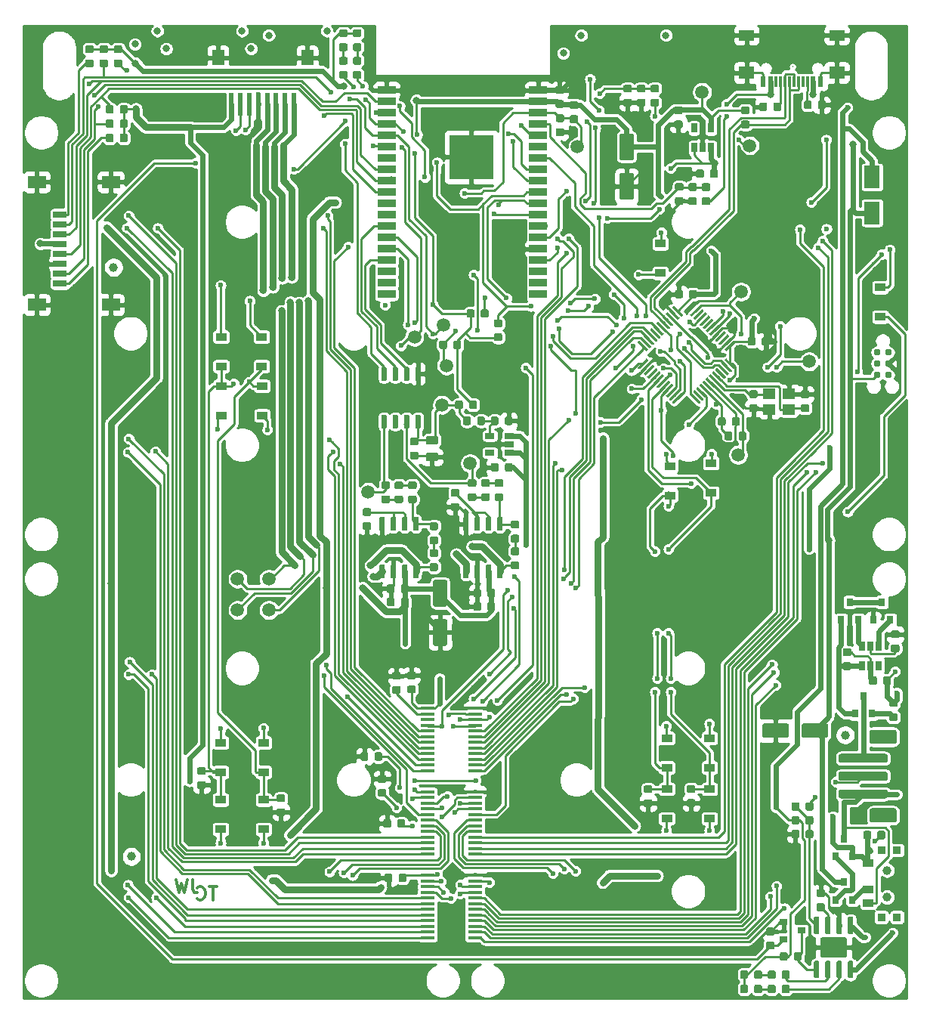
<source format=gbr>
G04 #@! TF.GenerationSoftware,KiCad,Pcbnew,(5.1.5)-3*
G04 #@! TF.CreationDate,2020-06-01T09:55:04+02:00*
G04 #@! TF.ProjectId,cz-badge-hardware,637a2d62-6164-4676-952d-686172647761,rev?*
G04 #@! TF.SameCoordinates,PX17d7840PY7735940*
G04 #@! TF.FileFunction,Copper,L2,Bot*
G04 #@! TF.FilePolarity,Positive*
%FSLAX46Y46*%
G04 Gerber Fmt 4.6, Leading zero omitted, Abs format (unit mm)*
G04 Created by KiCad (PCBNEW (5.1.5)-3) date 2020-06-01 09:55:04*
%MOMM*%
%LPD*%
G04 APERTURE LIST*
%ADD10C,0.300000*%
%ADD11C,1.000000*%
%ADD12R,1.400000X1.800000*%
%ADD13R,0.600000X2.500000*%
%ADD14C,1.500000*%
%ADD15C,0.787400*%
%ADD16C,0.100000*%
%ADD17R,1.060000X0.650000*%
%ADD18R,1.600000X0.410000*%
%ADD19R,1.200000X0.900000*%
%ADD20R,0.900000X0.900000*%
%ADD21R,5.000000X5.000000*%
%ADD22R,2.000000X0.900000*%
%ADD23R,0.650000X1.060000*%
%ADD24R,0.800000X0.900000*%
%ADD25R,0.900000X0.800000*%
%ADD26R,1.800000X2.500000*%
%ADD27R,1.400000X1.200000*%
%ADD28R,1.500000X0.800000*%
%ADD29R,2.000000X1.450000*%
%ADD30R,0.600000X1.160000*%
%ADD31R,0.300000X1.160000*%
%ADD32R,1.800000X1.200000*%
%ADD33R,1.800000X1.450000*%
%ADD34C,0.800000*%
%ADD35C,0.600000*%
%ADD36C,0.250000*%
%ADD37C,0.600000*%
%ADD38C,0.800000*%
%ADD39C,0.254000*%
G04 APERTURE END LIST*
D10*
X22178571Y13021429D02*
X21321428Y13021429D01*
X21750000Y11521429D02*
X21750000Y13021429D01*
X19964285Y11664286D02*
X20035714Y11592858D01*
X20250000Y11521429D01*
X20392857Y11521429D01*
X20607142Y11592858D01*
X20750000Y11735715D01*
X20821428Y11878572D01*
X20892857Y12164286D01*
X20892857Y12378572D01*
X20821428Y12664286D01*
X20750000Y12807143D01*
X20607142Y12950000D01*
X20392857Y13021429D01*
X20250000Y13021429D01*
X20035714Y12950000D01*
X19964285Y12878572D01*
X19442857Y13821429D02*
X19442857Y12750000D01*
X19514285Y12535715D01*
X19657142Y12392858D01*
X19871428Y12321429D01*
X20014285Y12321429D01*
X18871428Y13821429D02*
X18514285Y12321429D01*
X18228571Y13392858D01*
X17942857Y12321429D01*
X17585714Y13821429D01*
D11*
X92600000Y30000000D03*
X12600000Y16400000D03*
X10600000Y82400000D03*
D12*
X32320000Y105900000D03*
X22320000Y105900000D03*
D13*
X24820000Y100700000D03*
X23820000Y100700000D03*
X25820000Y100700000D03*
X26820000Y100700000D03*
X27820000Y100700000D03*
X28820000Y100700000D03*
X29820000Y100700000D03*
X30820000Y100700000D03*
D14*
X80920000Y79680000D03*
X88560000Y71850000D03*
X81900000Y96050000D03*
X76550000Y102050000D03*
X62600000Y95900000D03*
D15*
X96165000Y70330000D03*
X97435000Y70330000D03*
X96165000Y71600000D03*
X97435000Y71600000D03*
X96165000Y72870000D03*
X97435000Y72870000D03*
D14*
X28000000Y47500000D03*
X24500000Y47500000D03*
X24500000Y44000000D03*
X28000000Y44000000D03*
G04 #@! TA.AperFunction,SMDPad,CuDef*
D16*
G36*
X38952691Y28073947D02*
G01*
X38973926Y28070797D01*
X38994750Y28065581D01*
X39014962Y28058349D01*
X39034368Y28049170D01*
X39052781Y28038134D01*
X39070024Y28025346D01*
X39085930Y28010930D01*
X39100346Y27995024D01*
X39113134Y27977781D01*
X39124170Y27959368D01*
X39133349Y27939962D01*
X39140581Y27919750D01*
X39145797Y27898926D01*
X39148947Y27877691D01*
X39150000Y27856250D01*
X39150000Y27343750D01*
X39148947Y27322309D01*
X39145797Y27301074D01*
X39140581Y27280250D01*
X39133349Y27260038D01*
X39124170Y27240632D01*
X39113134Y27222219D01*
X39100346Y27204976D01*
X39085930Y27189070D01*
X39070024Y27174654D01*
X39052781Y27161866D01*
X39034368Y27150830D01*
X39014962Y27141651D01*
X38994750Y27134419D01*
X38973926Y27129203D01*
X38952691Y27126053D01*
X38931250Y27125000D01*
X38493750Y27125000D01*
X38472309Y27126053D01*
X38451074Y27129203D01*
X38430250Y27134419D01*
X38410038Y27141651D01*
X38390632Y27150830D01*
X38372219Y27161866D01*
X38354976Y27174654D01*
X38339070Y27189070D01*
X38324654Y27204976D01*
X38311866Y27222219D01*
X38300830Y27240632D01*
X38291651Y27260038D01*
X38284419Y27280250D01*
X38279203Y27301074D01*
X38276053Y27322309D01*
X38275000Y27343750D01*
X38275000Y27856250D01*
X38276053Y27877691D01*
X38279203Y27898926D01*
X38284419Y27919750D01*
X38291651Y27939962D01*
X38300830Y27959368D01*
X38311866Y27977781D01*
X38324654Y27995024D01*
X38339070Y28010930D01*
X38354976Y28025346D01*
X38372219Y28038134D01*
X38390632Y28049170D01*
X38410038Y28058349D01*
X38430250Y28065581D01*
X38451074Y28070797D01*
X38472309Y28073947D01*
X38493750Y28075000D01*
X38931250Y28075000D01*
X38952691Y28073947D01*
G37*
G04 #@! TD.AperFunction*
G04 #@! TA.AperFunction,SMDPad,CuDef*
G36*
X40527691Y28073947D02*
G01*
X40548926Y28070797D01*
X40569750Y28065581D01*
X40589962Y28058349D01*
X40609368Y28049170D01*
X40627781Y28038134D01*
X40645024Y28025346D01*
X40660930Y28010930D01*
X40675346Y27995024D01*
X40688134Y27977781D01*
X40699170Y27959368D01*
X40708349Y27939962D01*
X40715581Y27919750D01*
X40720797Y27898926D01*
X40723947Y27877691D01*
X40725000Y27856250D01*
X40725000Y27343750D01*
X40723947Y27322309D01*
X40720797Y27301074D01*
X40715581Y27280250D01*
X40708349Y27260038D01*
X40699170Y27240632D01*
X40688134Y27222219D01*
X40675346Y27204976D01*
X40660930Y27189070D01*
X40645024Y27174654D01*
X40627781Y27161866D01*
X40609368Y27150830D01*
X40589962Y27141651D01*
X40569750Y27134419D01*
X40548926Y27129203D01*
X40527691Y27126053D01*
X40506250Y27125000D01*
X40068750Y27125000D01*
X40047309Y27126053D01*
X40026074Y27129203D01*
X40005250Y27134419D01*
X39985038Y27141651D01*
X39965632Y27150830D01*
X39947219Y27161866D01*
X39929976Y27174654D01*
X39914070Y27189070D01*
X39899654Y27204976D01*
X39886866Y27222219D01*
X39875830Y27240632D01*
X39866651Y27260038D01*
X39859419Y27280250D01*
X39854203Y27301074D01*
X39851053Y27322309D01*
X39850000Y27343750D01*
X39850000Y27856250D01*
X39851053Y27877691D01*
X39854203Y27898926D01*
X39859419Y27919750D01*
X39866651Y27939962D01*
X39875830Y27959368D01*
X39886866Y27977781D01*
X39899654Y27995024D01*
X39914070Y28010930D01*
X39929976Y28025346D01*
X39947219Y28038134D01*
X39965632Y28049170D01*
X39985038Y28058349D01*
X40005250Y28065581D01*
X40026074Y28070797D01*
X40047309Y28073947D01*
X40068750Y28075000D01*
X40506250Y28075000D01*
X40527691Y28073947D01*
G37*
G04 #@! TD.AperFunction*
G04 #@! TA.AperFunction,SMDPad,CuDef*
G36*
X41652691Y14473947D02*
G01*
X41673926Y14470797D01*
X41694750Y14465581D01*
X41714962Y14458349D01*
X41734368Y14449170D01*
X41752781Y14438134D01*
X41770024Y14425346D01*
X41785930Y14410930D01*
X41800346Y14395024D01*
X41813134Y14377781D01*
X41824170Y14359368D01*
X41833349Y14339962D01*
X41840581Y14319750D01*
X41845797Y14298926D01*
X41848947Y14277691D01*
X41850000Y14256250D01*
X41850000Y13743750D01*
X41848947Y13722309D01*
X41845797Y13701074D01*
X41840581Y13680250D01*
X41833349Y13660038D01*
X41824170Y13640632D01*
X41813134Y13622219D01*
X41800346Y13604976D01*
X41785930Y13589070D01*
X41770024Y13574654D01*
X41752781Y13561866D01*
X41734368Y13550830D01*
X41714962Y13541651D01*
X41694750Y13534419D01*
X41673926Y13529203D01*
X41652691Y13526053D01*
X41631250Y13525000D01*
X41193750Y13525000D01*
X41172309Y13526053D01*
X41151074Y13529203D01*
X41130250Y13534419D01*
X41110038Y13541651D01*
X41090632Y13550830D01*
X41072219Y13561866D01*
X41054976Y13574654D01*
X41039070Y13589070D01*
X41024654Y13604976D01*
X41011866Y13622219D01*
X41000830Y13640632D01*
X40991651Y13660038D01*
X40984419Y13680250D01*
X40979203Y13701074D01*
X40976053Y13722309D01*
X40975000Y13743750D01*
X40975000Y14256250D01*
X40976053Y14277691D01*
X40979203Y14298926D01*
X40984419Y14319750D01*
X40991651Y14339962D01*
X41000830Y14359368D01*
X41011866Y14377781D01*
X41024654Y14395024D01*
X41039070Y14410930D01*
X41054976Y14425346D01*
X41072219Y14438134D01*
X41090632Y14449170D01*
X41110038Y14458349D01*
X41130250Y14465581D01*
X41151074Y14470797D01*
X41172309Y14473947D01*
X41193750Y14475000D01*
X41631250Y14475000D01*
X41652691Y14473947D01*
G37*
G04 #@! TD.AperFunction*
G04 #@! TA.AperFunction,SMDPad,CuDef*
G36*
X43227691Y14473947D02*
G01*
X43248926Y14470797D01*
X43269750Y14465581D01*
X43289962Y14458349D01*
X43309368Y14449170D01*
X43327781Y14438134D01*
X43345024Y14425346D01*
X43360930Y14410930D01*
X43375346Y14395024D01*
X43388134Y14377781D01*
X43399170Y14359368D01*
X43408349Y14339962D01*
X43415581Y14319750D01*
X43420797Y14298926D01*
X43423947Y14277691D01*
X43425000Y14256250D01*
X43425000Y13743750D01*
X43423947Y13722309D01*
X43420797Y13701074D01*
X43415581Y13680250D01*
X43408349Y13660038D01*
X43399170Y13640632D01*
X43388134Y13622219D01*
X43375346Y13604976D01*
X43360930Y13589070D01*
X43345024Y13574654D01*
X43327781Y13561866D01*
X43309368Y13550830D01*
X43289962Y13541651D01*
X43269750Y13534419D01*
X43248926Y13529203D01*
X43227691Y13526053D01*
X43206250Y13525000D01*
X42768750Y13525000D01*
X42747309Y13526053D01*
X42726074Y13529203D01*
X42705250Y13534419D01*
X42685038Y13541651D01*
X42665632Y13550830D01*
X42647219Y13561866D01*
X42629976Y13574654D01*
X42614070Y13589070D01*
X42599654Y13604976D01*
X42586866Y13622219D01*
X42575830Y13640632D01*
X42566651Y13660038D01*
X42559419Y13680250D01*
X42554203Y13701074D01*
X42551053Y13722309D01*
X42550000Y13743750D01*
X42550000Y14256250D01*
X42551053Y14277691D01*
X42554203Y14298926D01*
X42559419Y14319750D01*
X42566651Y14339962D01*
X42575830Y14359368D01*
X42586866Y14377781D01*
X42599654Y14395024D01*
X42614070Y14410930D01*
X42629976Y14425346D01*
X42647219Y14438134D01*
X42665632Y14449170D01*
X42685038Y14458349D01*
X42705250Y14465581D01*
X42726074Y14470797D01*
X42747309Y14473947D01*
X42768750Y14475000D01*
X43206250Y14475000D01*
X43227691Y14473947D01*
G37*
G04 #@! TD.AperFunction*
G04 #@! TA.AperFunction,SMDPad,CuDef*
G36*
X44277691Y37123947D02*
G01*
X44298926Y37120797D01*
X44319750Y37115581D01*
X44339962Y37108349D01*
X44359368Y37099170D01*
X44377781Y37088134D01*
X44395024Y37075346D01*
X44410930Y37060930D01*
X44425346Y37045024D01*
X44438134Y37027781D01*
X44449170Y37009368D01*
X44458349Y36989962D01*
X44465581Y36969750D01*
X44470797Y36948926D01*
X44473947Y36927691D01*
X44475000Y36906250D01*
X44475000Y36468750D01*
X44473947Y36447309D01*
X44470797Y36426074D01*
X44465581Y36405250D01*
X44458349Y36385038D01*
X44449170Y36365632D01*
X44438134Y36347219D01*
X44425346Y36329976D01*
X44410930Y36314070D01*
X44395024Y36299654D01*
X44377781Y36286866D01*
X44359368Y36275830D01*
X44339962Y36266651D01*
X44319750Y36259419D01*
X44298926Y36254203D01*
X44277691Y36251053D01*
X44256250Y36250000D01*
X43743750Y36250000D01*
X43722309Y36251053D01*
X43701074Y36254203D01*
X43680250Y36259419D01*
X43660038Y36266651D01*
X43640632Y36275830D01*
X43622219Y36286866D01*
X43604976Y36299654D01*
X43589070Y36314070D01*
X43574654Y36329976D01*
X43561866Y36347219D01*
X43550830Y36365632D01*
X43541651Y36385038D01*
X43534419Y36405250D01*
X43529203Y36426074D01*
X43526053Y36447309D01*
X43525000Y36468750D01*
X43525000Y36906250D01*
X43526053Y36927691D01*
X43529203Y36948926D01*
X43534419Y36969750D01*
X43541651Y36989962D01*
X43550830Y37009368D01*
X43561866Y37027781D01*
X43574654Y37045024D01*
X43589070Y37060930D01*
X43604976Y37075346D01*
X43622219Y37088134D01*
X43640632Y37099170D01*
X43660038Y37108349D01*
X43680250Y37115581D01*
X43701074Y37120797D01*
X43722309Y37123947D01*
X43743750Y37125000D01*
X44256250Y37125000D01*
X44277691Y37123947D01*
G37*
G04 #@! TD.AperFunction*
G04 #@! TA.AperFunction,SMDPad,CuDef*
G36*
X44277691Y35548947D02*
G01*
X44298926Y35545797D01*
X44319750Y35540581D01*
X44339962Y35533349D01*
X44359368Y35524170D01*
X44377781Y35513134D01*
X44395024Y35500346D01*
X44410930Y35485930D01*
X44425346Y35470024D01*
X44438134Y35452781D01*
X44449170Y35434368D01*
X44458349Y35414962D01*
X44465581Y35394750D01*
X44470797Y35373926D01*
X44473947Y35352691D01*
X44475000Y35331250D01*
X44475000Y34893750D01*
X44473947Y34872309D01*
X44470797Y34851074D01*
X44465581Y34830250D01*
X44458349Y34810038D01*
X44449170Y34790632D01*
X44438134Y34772219D01*
X44425346Y34754976D01*
X44410930Y34739070D01*
X44395024Y34724654D01*
X44377781Y34711866D01*
X44359368Y34700830D01*
X44339962Y34691651D01*
X44319750Y34684419D01*
X44298926Y34679203D01*
X44277691Y34676053D01*
X44256250Y34675000D01*
X43743750Y34675000D01*
X43722309Y34676053D01*
X43701074Y34679203D01*
X43680250Y34684419D01*
X43660038Y34691651D01*
X43640632Y34700830D01*
X43622219Y34711866D01*
X43604976Y34724654D01*
X43589070Y34739070D01*
X43574654Y34754976D01*
X43561866Y34772219D01*
X43550830Y34790632D01*
X43541651Y34810038D01*
X43534419Y34830250D01*
X43529203Y34851074D01*
X43526053Y34872309D01*
X43525000Y34893750D01*
X43525000Y35331250D01*
X43526053Y35352691D01*
X43529203Y35373926D01*
X43534419Y35394750D01*
X43541651Y35414962D01*
X43550830Y35434368D01*
X43561866Y35452781D01*
X43574654Y35470024D01*
X43589070Y35485930D01*
X43604976Y35500346D01*
X43622219Y35513134D01*
X43640632Y35524170D01*
X43660038Y35533349D01*
X43680250Y35540581D01*
X43701074Y35545797D01*
X43722309Y35548947D01*
X43743750Y35550000D01*
X44256250Y35550000D01*
X44277691Y35548947D01*
G37*
G04 #@! TD.AperFunction*
D17*
X52780000Y63530000D03*
X52780000Y61630000D03*
X54980000Y61630000D03*
X54980000Y62580000D03*
X54980000Y63530000D03*
G04 #@! TA.AperFunction,SMDPad,CuDef*
D16*
G36*
X50452691Y65673947D02*
G01*
X50473926Y65670797D01*
X50494750Y65665581D01*
X50514962Y65658349D01*
X50534368Y65649170D01*
X50552781Y65638134D01*
X50570024Y65625346D01*
X50585930Y65610930D01*
X50600346Y65595024D01*
X50613134Y65577781D01*
X50624170Y65559368D01*
X50633349Y65539962D01*
X50640581Y65519750D01*
X50645797Y65498926D01*
X50648947Y65477691D01*
X50650000Y65456250D01*
X50650000Y64943750D01*
X50648947Y64922309D01*
X50645797Y64901074D01*
X50640581Y64880250D01*
X50633349Y64860038D01*
X50624170Y64840632D01*
X50613134Y64822219D01*
X50600346Y64804976D01*
X50585930Y64789070D01*
X50570024Y64774654D01*
X50552781Y64761866D01*
X50534368Y64750830D01*
X50514962Y64741651D01*
X50494750Y64734419D01*
X50473926Y64729203D01*
X50452691Y64726053D01*
X50431250Y64725000D01*
X49993750Y64725000D01*
X49972309Y64726053D01*
X49951074Y64729203D01*
X49930250Y64734419D01*
X49910038Y64741651D01*
X49890632Y64750830D01*
X49872219Y64761866D01*
X49854976Y64774654D01*
X49839070Y64789070D01*
X49824654Y64804976D01*
X49811866Y64822219D01*
X49800830Y64840632D01*
X49791651Y64860038D01*
X49784419Y64880250D01*
X49779203Y64901074D01*
X49776053Y64922309D01*
X49775000Y64943750D01*
X49775000Y65456250D01*
X49776053Y65477691D01*
X49779203Y65498926D01*
X49784419Y65519750D01*
X49791651Y65539962D01*
X49800830Y65559368D01*
X49811866Y65577781D01*
X49824654Y65595024D01*
X49839070Y65610930D01*
X49854976Y65625346D01*
X49872219Y65638134D01*
X49890632Y65649170D01*
X49910038Y65658349D01*
X49930250Y65665581D01*
X49951074Y65670797D01*
X49972309Y65673947D01*
X49993750Y65675000D01*
X50431250Y65675000D01*
X50452691Y65673947D01*
G37*
G04 #@! TD.AperFunction*
G04 #@! TA.AperFunction,SMDPad,CuDef*
G36*
X52027691Y65673947D02*
G01*
X52048926Y65670797D01*
X52069750Y65665581D01*
X52089962Y65658349D01*
X52109368Y65649170D01*
X52127781Y65638134D01*
X52145024Y65625346D01*
X52160930Y65610930D01*
X52175346Y65595024D01*
X52188134Y65577781D01*
X52199170Y65559368D01*
X52208349Y65539962D01*
X52215581Y65519750D01*
X52220797Y65498926D01*
X52223947Y65477691D01*
X52225000Y65456250D01*
X52225000Y64943750D01*
X52223947Y64922309D01*
X52220797Y64901074D01*
X52215581Y64880250D01*
X52208349Y64860038D01*
X52199170Y64840632D01*
X52188134Y64822219D01*
X52175346Y64804976D01*
X52160930Y64789070D01*
X52145024Y64774654D01*
X52127781Y64761866D01*
X52109368Y64750830D01*
X52089962Y64741651D01*
X52069750Y64734419D01*
X52048926Y64729203D01*
X52027691Y64726053D01*
X52006250Y64725000D01*
X51568750Y64725000D01*
X51547309Y64726053D01*
X51526074Y64729203D01*
X51505250Y64734419D01*
X51485038Y64741651D01*
X51465632Y64750830D01*
X51447219Y64761866D01*
X51429976Y64774654D01*
X51414070Y64789070D01*
X51399654Y64804976D01*
X51386866Y64822219D01*
X51375830Y64840632D01*
X51366651Y64860038D01*
X51359419Y64880250D01*
X51354203Y64901074D01*
X51351053Y64922309D01*
X51350000Y64943750D01*
X51350000Y65456250D01*
X51351053Y65477691D01*
X51354203Y65498926D01*
X51359419Y65519750D01*
X51366651Y65539962D01*
X51375830Y65559368D01*
X51386866Y65577781D01*
X51399654Y65595024D01*
X51414070Y65610930D01*
X51429976Y65625346D01*
X51447219Y65638134D01*
X51465632Y65649170D01*
X51485038Y65658349D01*
X51505250Y65665581D01*
X51526074Y65670797D01*
X51547309Y65673947D01*
X51568750Y65675000D01*
X52006250Y65675000D01*
X52027691Y65673947D01*
G37*
G04 #@! TD.AperFunction*
G04 #@! TA.AperFunction,SMDPad,CuDef*
G36*
X55127691Y65673947D02*
G01*
X55148926Y65670797D01*
X55169750Y65665581D01*
X55189962Y65658349D01*
X55209368Y65649170D01*
X55227781Y65638134D01*
X55245024Y65625346D01*
X55260930Y65610930D01*
X55275346Y65595024D01*
X55288134Y65577781D01*
X55299170Y65559368D01*
X55308349Y65539962D01*
X55315581Y65519750D01*
X55320797Y65498926D01*
X55323947Y65477691D01*
X55325000Y65456250D01*
X55325000Y64943750D01*
X55323947Y64922309D01*
X55320797Y64901074D01*
X55315581Y64880250D01*
X55308349Y64860038D01*
X55299170Y64840632D01*
X55288134Y64822219D01*
X55275346Y64804976D01*
X55260930Y64789070D01*
X55245024Y64774654D01*
X55227781Y64761866D01*
X55209368Y64750830D01*
X55189962Y64741651D01*
X55169750Y64734419D01*
X55148926Y64729203D01*
X55127691Y64726053D01*
X55106250Y64725000D01*
X54668750Y64725000D01*
X54647309Y64726053D01*
X54626074Y64729203D01*
X54605250Y64734419D01*
X54585038Y64741651D01*
X54565632Y64750830D01*
X54547219Y64761866D01*
X54529976Y64774654D01*
X54514070Y64789070D01*
X54499654Y64804976D01*
X54486866Y64822219D01*
X54475830Y64840632D01*
X54466651Y64860038D01*
X54459419Y64880250D01*
X54454203Y64901074D01*
X54451053Y64922309D01*
X54450000Y64943750D01*
X54450000Y65456250D01*
X54451053Y65477691D01*
X54454203Y65498926D01*
X54459419Y65519750D01*
X54466651Y65539962D01*
X54475830Y65559368D01*
X54486866Y65577781D01*
X54499654Y65595024D01*
X54514070Y65610930D01*
X54529976Y65625346D01*
X54547219Y65638134D01*
X54565632Y65649170D01*
X54585038Y65658349D01*
X54605250Y65665581D01*
X54626074Y65670797D01*
X54647309Y65673947D01*
X54668750Y65675000D01*
X55106250Y65675000D01*
X55127691Y65673947D01*
G37*
G04 #@! TD.AperFunction*
G04 #@! TA.AperFunction,SMDPad,CuDef*
G36*
X53552691Y65673947D02*
G01*
X53573926Y65670797D01*
X53594750Y65665581D01*
X53614962Y65658349D01*
X53634368Y65649170D01*
X53652781Y65638134D01*
X53670024Y65625346D01*
X53685930Y65610930D01*
X53700346Y65595024D01*
X53713134Y65577781D01*
X53724170Y65559368D01*
X53733349Y65539962D01*
X53740581Y65519750D01*
X53745797Y65498926D01*
X53748947Y65477691D01*
X53750000Y65456250D01*
X53750000Y64943750D01*
X53748947Y64922309D01*
X53745797Y64901074D01*
X53740581Y64880250D01*
X53733349Y64860038D01*
X53724170Y64840632D01*
X53713134Y64822219D01*
X53700346Y64804976D01*
X53685930Y64789070D01*
X53670024Y64774654D01*
X53652781Y64761866D01*
X53634368Y64750830D01*
X53614962Y64741651D01*
X53594750Y64734419D01*
X53573926Y64729203D01*
X53552691Y64726053D01*
X53531250Y64725000D01*
X53093750Y64725000D01*
X53072309Y64726053D01*
X53051074Y64729203D01*
X53030250Y64734419D01*
X53010038Y64741651D01*
X52990632Y64750830D01*
X52972219Y64761866D01*
X52954976Y64774654D01*
X52939070Y64789070D01*
X52924654Y64804976D01*
X52911866Y64822219D01*
X52900830Y64840632D01*
X52891651Y64860038D01*
X52884419Y64880250D01*
X52879203Y64901074D01*
X52876053Y64922309D01*
X52875000Y64943750D01*
X52875000Y65456250D01*
X52876053Y65477691D01*
X52879203Y65498926D01*
X52884419Y65519750D01*
X52891651Y65539962D01*
X52900830Y65559368D01*
X52911866Y65577781D01*
X52924654Y65595024D01*
X52939070Y65610930D01*
X52954976Y65625346D01*
X52972219Y65638134D01*
X52990632Y65649170D01*
X53010038Y65658349D01*
X53030250Y65665581D01*
X53051074Y65670797D01*
X53072309Y65673947D01*
X53093750Y65675000D01*
X53531250Y65675000D01*
X53552691Y65673947D01*
G37*
G04 #@! TD.AperFunction*
G04 #@! TA.AperFunction,SMDPad,CuDef*
G36*
X55140191Y60473947D02*
G01*
X55161426Y60470797D01*
X55182250Y60465581D01*
X55202462Y60458349D01*
X55221868Y60449170D01*
X55240281Y60438134D01*
X55257524Y60425346D01*
X55273430Y60410930D01*
X55287846Y60395024D01*
X55300634Y60377781D01*
X55311670Y60359368D01*
X55320849Y60339962D01*
X55328081Y60319750D01*
X55333297Y60298926D01*
X55336447Y60277691D01*
X55337500Y60256250D01*
X55337500Y59743750D01*
X55336447Y59722309D01*
X55333297Y59701074D01*
X55328081Y59680250D01*
X55320849Y59660038D01*
X55311670Y59640632D01*
X55300634Y59622219D01*
X55287846Y59604976D01*
X55273430Y59589070D01*
X55257524Y59574654D01*
X55240281Y59561866D01*
X55221868Y59550830D01*
X55202462Y59541651D01*
X55182250Y59534419D01*
X55161426Y59529203D01*
X55140191Y59526053D01*
X55118750Y59525000D01*
X54681250Y59525000D01*
X54659809Y59526053D01*
X54638574Y59529203D01*
X54617750Y59534419D01*
X54597538Y59541651D01*
X54578132Y59550830D01*
X54559719Y59561866D01*
X54542476Y59574654D01*
X54526570Y59589070D01*
X54512154Y59604976D01*
X54499366Y59622219D01*
X54488330Y59640632D01*
X54479151Y59660038D01*
X54471919Y59680250D01*
X54466703Y59701074D01*
X54463553Y59722309D01*
X54462500Y59743750D01*
X54462500Y60256250D01*
X54463553Y60277691D01*
X54466703Y60298926D01*
X54471919Y60319750D01*
X54479151Y60339962D01*
X54488330Y60359368D01*
X54499366Y60377781D01*
X54512154Y60395024D01*
X54526570Y60410930D01*
X54542476Y60425346D01*
X54559719Y60438134D01*
X54578132Y60449170D01*
X54597538Y60458349D01*
X54617750Y60465581D01*
X54638574Y60470797D01*
X54659809Y60473947D01*
X54681250Y60475000D01*
X55118750Y60475000D01*
X55140191Y60473947D01*
G37*
G04 #@! TD.AperFunction*
G04 #@! TA.AperFunction,SMDPad,CuDef*
G36*
X53565191Y60473947D02*
G01*
X53586426Y60470797D01*
X53607250Y60465581D01*
X53627462Y60458349D01*
X53646868Y60449170D01*
X53665281Y60438134D01*
X53682524Y60425346D01*
X53698430Y60410930D01*
X53712846Y60395024D01*
X53725634Y60377781D01*
X53736670Y60359368D01*
X53745849Y60339962D01*
X53753081Y60319750D01*
X53758297Y60298926D01*
X53761447Y60277691D01*
X53762500Y60256250D01*
X53762500Y59743750D01*
X53761447Y59722309D01*
X53758297Y59701074D01*
X53753081Y59680250D01*
X53745849Y59660038D01*
X53736670Y59640632D01*
X53725634Y59622219D01*
X53712846Y59604976D01*
X53698430Y59589070D01*
X53682524Y59574654D01*
X53665281Y59561866D01*
X53646868Y59550830D01*
X53627462Y59541651D01*
X53607250Y59534419D01*
X53586426Y59529203D01*
X53565191Y59526053D01*
X53543750Y59525000D01*
X53106250Y59525000D01*
X53084809Y59526053D01*
X53063574Y59529203D01*
X53042750Y59534419D01*
X53022538Y59541651D01*
X53003132Y59550830D01*
X52984719Y59561866D01*
X52967476Y59574654D01*
X52951570Y59589070D01*
X52937154Y59604976D01*
X52924366Y59622219D01*
X52913330Y59640632D01*
X52904151Y59660038D01*
X52896919Y59680250D01*
X52891703Y59701074D01*
X52888553Y59722309D01*
X52887500Y59743750D01*
X52887500Y60256250D01*
X52888553Y60277691D01*
X52891703Y60298926D01*
X52896919Y60319750D01*
X52904151Y60339962D01*
X52913330Y60359368D01*
X52924366Y60377781D01*
X52937154Y60395024D01*
X52951570Y60410930D01*
X52967476Y60425346D01*
X52984719Y60438134D01*
X53003132Y60449170D01*
X53022538Y60458349D01*
X53042750Y60465581D01*
X53063574Y60470797D01*
X53084809Y60473947D01*
X53106250Y60475000D01*
X53543750Y60475000D01*
X53565191Y60473947D01*
G37*
G04 #@! TD.AperFunction*
G04 #@! TA.AperFunction,SMDPad,CuDef*
G36*
X49552691Y67473947D02*
G01*
X49573926Y67470797D01*
X49594750Y67465581D01*
X49614962Y67458349D01*
X49634368Y67449170D01*
X49652781Y67438134D01*
X49670024Y67425346D01*
X49685930Y67410930D01*
X49700346Y67395024D01*
X49713134Y67377781D01*
X49724170Y67359368D01*
X49733349Y67339962D01*
X49740581Y67319750D01*
X49745797Y67298926D01*
X49748947Y67277691D01*
X49750000Y67256250D01*
X49750000Y66743750D01*
X49748947Y66722309D01*
X49745797Y66701074D01*
X49740581Y66680250D01*
X49733349Y66660038D01*
X49724170Y66640632D01*
X49713134Y66622219D01*
X49700346Y66604976D01*
X49685930Y66589070D01*
X49670024Y66574654D01*
X49652781Y66561866D01*
X49634368Y66550830D01*
X49614962Y66541651D01*
X49594750Y66534419D01*
X49573926Y66529203D01*
X49552691Y66526053D01*
X49531250Y66525000D01*
X49093750Y66525000D01*
X49072309Y66526053D01*
X49051074Y66529203D01*
X49030250Y66534419D01*
X49010038Y66541651D01*
X48990632Y66550830D01*
X48972219Y66561866D01*
X48954976Y66574654D01*
X48939070Y66589070D01*
X48924654Y66604976D01*
X48911866Y66622219D01*
X48900830Y66640632D01*
X48891651Y66660038D01*
X48884419Y66680250D01*
X48879203Y66701074D01*
X48876053Y66722309D01*
X48875000Y66743750D01*
X48875000Y67256250D01*
X48876053Y67277691D01*
X48879203Y67298926D01*
X48884419Y67319750D01*
X48891651Y67339962D01*
X48900830Y67359368D01*
X48911866Y67377781D01*
X48924654Y67395024D01*
X48939070Y67410930D01*
X48954976Y67425346D01*
X48972219Y67438134D01*
X48990632Y67449170D01*
X49010038Y67458349D01*
X49030250Y67465581D01*
X49051074Y67470797D01*
X49072309Y67473947D01*
X49093750Y67475000D01*
X49531250Y67475000D01*
X49552691Y67473947D01*
G37*
G04 #@! TD.AperFunction*
G04 #@! TA.AperFunction,SMDPad,CuDef*
G36*
X51127691Y67473947D02*
G01*
X51148926Y67470797D01*
X51169750Y67465581D01*
X51189962Y67458349D01*
X51209368Y67449170D01*
X51227781Y67438134D01*
X51245024Y67425346D01*
X51260930Y67410930D01*
X51275346Y67395024D01*
X51288134Y67377781D01*
X51299170Y67359368D01*
X51308349Y67339962D01*
X51315581Y67319750D01*
X51320797Y67298926D01*
X51323947Y67277691D01*
X51325000Y67256250D01*
X51325000Y66743750D01*
X51323947Y66722309D01*
X51320797Y66701074D01*
X51315581Y66680250D01*
X51308349Y66660038D01*
X51299170Y66640632D01*
X51288134Y66622219D01*
X51275346Y66604976D01*
X51260930Y66589070D01*
X51245024Y66574654D01*
X51227781Y66561866D01*
X51209368Y66550830D01*
X51189962Y66541651D01*
X51169750Y66534419D01*
X51148926Y66529203D01*
X51127691Y66526053D01*
X51106250Y66525000D01*
X50668750Y66525000D01*
X50647309Y66526053D01*
X50626074Y66529203D01*
X50605250Y66534419D01*
X50585038Y66541651D01*
X50565632Y66550830D01*
X50547219Y66561866D01*
X50529976Y66574654D01*
X50514070Y66589070D01*
X50499654Y66604976D01*
X50486866Y66622219D01*
X50475830Y66640632D01*
X50466651Y66660038D01*
X50459419Y66680250D01*
X50454203Y66701074D01*
X50451053Y66722309D01*
X50450000Y66743750D01*
X50450000Y67256250D01*
X50451053Y67277691D01*
X50454203Y67298926D01*
X50459419Y67319750D01*
X50466651Y67339962D01*
X50475830Y67359368D01*
X50486866Y67377781D01*
X50499654Y67395024D01*
X50514070Y67410930D01*
X50529976Y67425346D01*
X50547219Y67438134D01*
X50565632Y67449170D01*
X50585038Y67458349D01*
X50605250Y67465581D01*
X50626074Y67470797D01*
X50647309Y67473947D01*
X50668750Y67475000D01*
X51106250Y67475000D01*
X51127691Y67473947D01*
G37*
G04 #@! TD.AperFunction*
D18*
X45795700Y32992500D03*
X45795700Y32357500D03*
X45795700Y31722500D03*
X45795700Y31087500D03*
X45795700Y27912500D03*
X45795700Y27277500D03*
X45795700Y26642500D03*
X45795700Y26007500D03*
X51104300Y26007500D03*
X51104300Y26642500D03*
X51104300Y27277500D03*
X51104300Y27912500D03*
X51104300Y31087500D03*
X51104300Y31722500D03*
X51104300Y32357500D03*
X51104300Y32992500D03*
X51104300Y30452500D03*
X51104300Y29817500D03*
X45795700Y29817500D03*
X45795700Y30452500D03*
X51104300Y29182500D03*
X51104300Y28547500D03*
X45795700Y29182500D03*
X45795700Y28547500D03*
X45795700Y23642500D03*
X45795700Y23007500D03*
X45795700Y22372500D03*
X45795700Y21737500D03*
X45795700Y18562500D03*
X45795700Y17927500D03*
X45795700Y17292500D03*
X45795700Y16657500D03*
X51104300Y16657500D03*
X51104300Y17292500D03*
X51104300Y17927500D03*
X51104300Y18562500D03*
X51104300Y21737500D03*
X51104300Y22372500D03*
X51104300Y23007500D03*
X51104300Y23642500D03*
X51104300Y21102500D03*
X51104300Y20467500D03*
X45795700Y20467500D03*
X45795700Y21102500D03*
X51104300Y19832500D03*
X51104300Y19197500D03*
X45795700Y19832500D03*
X45795700Y19197500D03*
X45795700Y14292500D03*
X45795700Y13657500D03*
X45795700Y13022500D03*
X45795700Y12387500D03*
X45795700Y9212500D03*
X45795700Y8577500D03*
X45795700Y7942500D03*
X45795700Y7307500D03*
X51104300Y7307500D03*
X51104300Y7942500D03*
X51104300Y8577500D03*
X51104300Y9212500D03*
X51104300Y12387500D03*
X51104300Y13022500D03*
X51104300Y13657500D03*
X51104300Y14292500D03*
X51104300Y11752500D03*
X51104300Y11117500D03*
X45795700Y11117500D03*
X45795700Y11752500D03*
X51104300Y10482500D03*
X51104300Y9847500D03*
X45795700Y10482500D03*
X45795700Y9847500D03*
G04 #@! TA.AperFunction,SMDPad,CuDef*
D16*
G36*
X42587691Y37069947D02*
G01*
X42608926Y37066797D01*
X42629750Y37061581D01*
X42649962Y37054349D01*
X42669368Y37045170D01*
X42687781Y37034134D01*
X42705024Y37021346D01*
X42720930Y37006930D01*
X42735346Y36991024D01*
X42748134Y36973781D01*
X42759170Y36955368D01*
X42768349Y36935962D01*
X42775581Y36915750D01*
X42780797Y36894926D01*
X42783947Y36873691D01*
X42785000Y36852250D01*
X42785000Y36414750D01*
X42783947Y36393309D01*
X42780797Y36372074D01*
X42775581Y36351250D01*
X42768349Y36331038D01*
X42759170Y36311632D01*
X42748134Y36293219D01*
X42735346Y36275976D01*
X42720930Y36260070D01*
X42705024Y36245654D01*
X42687781Y36232866D01*
X42669368Y36221830D01*
X42649962Y36212651D01*
X42629750Y36205419D01*
X42608926Y36200203D01*
X42587691Y36197053D01*
X42566250Y36196000D01*
X42053750Y36196000D01*
X42032309Y36197053D01*
X42011074Y36200203D01*
X41990250Y36205419D01*
X41970038Y36212651D01*
X41950632Y36221830D01*
X41932219Y36232866D01*
X41914976Y36245654D01*
X41899070Y36260070D01*
X41884654Y36275976D01*
X41871866Y36293219D01*
X41860830Y36311632D01*
X41851651Y36331038D01*
X41844419Y36351250D01*
X41839203Y36372074D01*
X41836053Y36393309D01*
X41835000Y36414750D01*
X41835000Y36852250D01*
X41836053Y36873691D01*
X41839203Y36894926D01*
X41844419Y36915750D01*
X41851651Y36935962D01*
X41860830Y36955368D01*
X41871866Y36973781D01*
X41884654Y36991024D01*
X41899070Y37006930D01*
X41914976Y37021346D01*
X41932219Y37034134D01*
X41950632Y37045170D01*
X41970038Y37054349D01*
X41990250Y37061581D01*
X42011074Y37066797D01*
X42032309Y37069947D01*
X42053750Y37071000D01*
X42566250Y37071000D01*
X42587691Y37069947D01*
G37*
G04 #@! TD.AperFunction*
G04 #@! TA.AperFunction,SMDPad,CuDef*
G36*
X42587691Y35494947D02*
G01*
X42608926Y35491797D01*
X42629750Y35486581D01*
X42649962Y35479349D01*
X42669368Y35470170D01*
X42687781Y35459134D01*
X42705024Y35446346D01*
X42720930Y35431930D01*
X42735346Y35416024D01*
X42748134Y35398781D01*
X42759170Y35380368D01*
X42768349Y35360962D01*
X42775581Y35340750D01*
X42780797Y35319926D01*
X42783947Y35298691D01*
X42785000Y35277250D01*
X42785000Y34839750D01*
X42783947Y34818309D01*
X42780797Y34797074D01*
X42775581Y34776250D01*
X42768349Y34756038D01*
X42759170Y34736632D01*
X42748134Y34718219D01*
X42735346Y34700976D01*
X42720930Y34685070D01*
X42705024Y34670654D01*
X42687781Y34657866D01*
X42669368Y34646830D01*
X42649962Y34637651D01*
X42629750Y34630419D01*
X42608926Y34625203D01*
X42587691Y34622053D01*
X42566250Y34621000D01*
X42053750Y34621000D01*
X42032309Y34622053D01*
X42011074Y34625203D01*
X41990250Y34630419D01*
X41970038Y34637651D01*
X41950632Y34646830D01*
X41932219Y34657866D01*
X41914976Y34670654D01*
X41899070Y34685070D01*
X41884654Y34700976D01*
X41871866Y34718219D01*
X41860830Y34736632D01*
X41851651Y34756038D01*
X41844419Y34776250D01*
X41839203Y34797074D01*
X41836053Y34818309D01*
X41835000Y34839750D01*
X41835000Y35277250D01*
X41836053Y35298691D01*
X41839203Y35319926D01*
X41844419Y35340750D01*
X41851651Y35360962D01*
X41860830Y35380368D01*
X41871866Y35398781D01*
X41884654Y35416024D01*
X41899070Y35431930D01*
X41914976Y35446346D01*
X41932219Y35459134D01*
X41950632Y35470170D01*
X41970038Y35479349D01*
X41990250Y35486581D01*
X42011074Y35491797D01*
X42032309Y35494947D01*
X42053750Y35496000D01*
X42566250Y35496000D01*
X42587691Y35494947D01*
G37*
G04 #@! TD.AperFunction*
G04 #@! TA.AperFunction,SMDPad,CuDef*
G36*
X40977691Y25523947D02*
G01*
X40998926Y25520797D01*
X41019750Y25515581D01*
X41039962Y25508349D01*
X41059368Y25499170D01*
X41077781Y25488134D01*
X41095024Y25475346D01*
X41110930Y25460930D01*
X41125346Y25445024D01*
X41138134Y25427781D01*
X41149170Y25409368D01*
X41158349Y25389962D01*
X41165581Y25369750D01*
X41170797Y25348926D01*
X41173947Y25327691D01*
X41175000Y25306250D01*
X41175000Y24868750D01*
X41173947Y24847309D01*
X41170797Y24826074D01*
X41165581Y24805250D01*
X41158349Y24785038D01*
X41149170Y24765632D01*
X41138134Y24747219D01*
X41125346Y24729976D01*
X41110930Y24714070D01*
X41095024Y24699654D01*
X41077781Y24686866D01*
X41059368Y24675830D01*
X41039962Y24666651D01*
X41019750Y24659419D01*
X40998926Y24654203D01*
X40977691Y24651053D01*
X40956250Y24650000D01*
X40443750Y24650000D01*
X40422309Y24651053D01*
X40401074Y24654203D01*
X40380250Y24659419D01*
X40360038Y24666651D01*
X40340632Y24675830D01*
X40322219Y24686866D01*
X40304976Y24699654D01*
X40289070Y24714070D01*
X40274654Y24729976D01*
X40261866Y24747219D01*
X40250830Y24765632D01*
X40241651Y24785038D01*
X40234419Y24805250D01*
X40229203Y24826074D01*
X40226053Y24847309D01*
X40225000Y24868750D01*
X40225000Y25306250D01*
X40226053Y25327691D01*
X40229203Y25348926D01*
X40234419Y25369750D01*
X40241651Y25389962D01*
X40250830Y25409368D01*
X40261866Y25427781D01*
X40274654Y25445024D01*
X40289070Y25460930D01*
X40304976Y25475346D01*
X40322219Y25488134D01*
X40340632Y25499170D01*
X40360038Y25508349D01*
X40380250Y25515581D01*
X40401074Y25520797D01*
X40422309Y25523947D01*
X40443750Y25525000D01*
X40956250Y25525000D01*
X40977691Y25523947D01*
G37*
G04 #@! TD.AperFunction*
G04 #@! TA.AperFunction,SMDPad,CuDef*
G36*
X40977691Y23948947D02*
G01*
X40998926Y23945797D01*
X41019750Y23940581D01*
X41039962Y23933349D01*
X41059368Y23924170D01*
X41077781Y23913134D01*
X41095024Y23900346D01*
X41110930Y23885930D01*
X41125346Y23870024D01*
X41138134Y23852781D01*
X41149170Y23834368D01*
X41158349Y23814962D01*
X41165581Y23794750D01*
X41170797Y23773926D01*
X41173947Y23752691D01*
X41175000Y23731250D01*
X41175000Y23293750D01*
X41173947Y23272309D01*
X41170797Y23251074D01*
X41165581Y23230250D01*
X41158349Y23210038D01*
X41149170Y23190632D01*
X41138134Y23172219D01*
X41125346Y23154976D01*
X41110930Y23139070D01*
X41095024Y23124654D01*
X41077781Y23111866D01*
X41059368Y23100830D01*
X41039962Y23091651D01*
X41019750Y23084419D01*
X40998926Y23079203D01*
X40977691Y23076053D01*
X40956250Y23075000D01*
X40443750Y23075000D01*
X40422309Y23076053D01*
X40401074Y23079203D01*
X40380250Y23084419D01*
X40360038Y23091651D01*
X40340632Y23100830D01*
X40322219Y23111866D01*
X40304976Y23124654D01*
X40289070Y23139070D01*
X40274654Y23154976D01*
X40261866Y23172219D01*
X40250830Y23190632D01*
X40241651Y23210038D01*
X40234419Y23230250D01*
X40229203Y23251074D01*
X40226053Y23272309D01*
X40225000Y23293750D01*
X40225000Y23731250D01*
X40226053Y23752691D01*
X40229203Y23773926D01*
X40234419Y23794750D01*
X40241651Y23814962D01*
X40250830Y23834368D01*
X40261866Y23852781D01*
X40274654Y23870024D01*
X40289070Y23885930D01*
X40304976Y23900346D01*
X40322219Y23913134D01*
X40340632Y23924170D01*
X40360038Y23933349D01*
X40380250Y23940581D01*
X40401074Y23945797D01*
X40422309Y23948947D01*
X40443750Y23950000D01*
X40956250Y23950000D01*
X40977691Y23948947D01*
G37*
G04 #@! TD.AperFunction*
G04 #@! TA.AperFunction,SMDPad,CuDef*
G36*
X41508691Y20571947D02*
G01*
X41529926Y20568797D01*
X41550750Y20563581D01*
X41570962Y20556349D01*
X41590368Y20547170D01*
X41608781Y20536134D01*
X41626024Y20523346D01*
X41641930Y20508930D01*
X41656346Y20493024D01*
X41669134Y20475781D01*
X41680170Y20457368D01*
X41689349Y20437962D01*
X41696581Y20417750D01*
X41701797Y20396926D01*
X41704947Y20375691D01*
X41706000Y20354250D01*
X41706000Y19841750D01*
X41704947Y19820309D01*
X41701797Y19799074D01*
X41696581Y19778250D01*
X41689349Y19758038D01*
X41680170Y19738632D01*
X41669134Y19720219D01*
X41656346Y19702976D01*
X41641930Y19687070D01*
X41626024Y19672654D01*
X41608781Y19659866D01*
X41590368Y19648830D01*
X41570962Y19639651D01*
X41550750Y19632419D01*
X41529926Y19627203D01*
X41508691Y19624053D01*
X41487250Y19623000D01*
X41049750Y19623000D01*
X41028309Y19624053D01*
X41007074Y19627203D01*
X40986250Y19632419D01*
X40966038Y19639651D01*
X40946632Y19648830D01*
X40928219Y19659866D01*
X40910976Y19672654D01*
X40895070Y19687070D01*
X40880654Y19702976D01*
X40867866Y19720219D01*
X40856830Y19738632D01*
X40847651Y19758038D01*
X40840419Y19778250D01*
X40835203Y19799074D01*
X40832053Y19820309D01*
X40831000Y19841750D01*
X40831000Y20354250D01*
X40832053Y20375691D01*
X40835203Y20396926D01*
X40840419Y20417750D01*
X40847651Y20437962D01*
X40856830Y20457368D01*
X40867866Y20475781D01*
X40880654Y20493024D01*
X40895070Y20508930D01*
X40910976Y20523346D01*
X40928219Y20536134D01*
X40946632Y20547170D01*
X40966038Y20556349D01*
X40986250Y20563581D01*
X41007074Y20568797D01*
X41028309Y20571947D01*
X41049750Y20573000D01*
X41487250Y20573000D01*
X41508691Y20571947D01*
G37*
G04 #@! TD.AperFunction*
G04 #@! TA.AperFunction,SMDPad,CuDef*
G36*
X43083691Y20571947D02*
G01*
X43104926Y20568797D01*
X43125750Y20563581D01*
X43145962Y20556349D01*
X43165368Y20547170D01*
X43183781Y20536134D01*
X43201024Y20523346D01*
X43216930Y20508930D01*
X43231346Y20493024D01*
X43244134Y20475781D01*
X43255170Y20457368D01*
X43264349Y20437962D01*
X43271581Y20417750D01*
X43276797Y20396926D01*
X43279947Y20375691D01*
X43281000Y20354250D01*
X43281000Y19841750D01*
X43279947Y19820309D01*
X43276797Y19799074D01*
X43271581Y19778250D01*
X43264349Y19758038D01*
X43255170Y19738632D01*
X43244134Y19720219D01*
X43231346Y19702976D01*
X43216930Y19687070D01*
X43201024Y19672654D01*
X43183781Y19659866D01*
X43165368Y19648830D01*
X43145962Y19639651D01*
X43125750Y19632419D01*
X43104926Y19627203D01*
X43083691Y19624053D01*
X43062250Y19623000D01*
X42624750Y19623000D01*
X42603309Y19624053D01*
X42582074Y19627203D01*
X42561250Y19632419D01*
X42541038Y19639651D01*
X42521632Y19648830D01*
X42503219Y19659866D01*
X42485976Y19672654D01*
X42470070Y19687070D01*
X42455654Y19702976D01*
X42442866Y19720219D01*
X42431830Y19738632D01*
X42422651Y19758038D01*
X42415419Y19778250D01*
X42410203Y19799074D01*
X42407053Y19820309D01*
X42406000Y19841750D01*
X42406000Y20354250D01*
X42407053Y20375691D01*
X42410203Y20396926D01*
X42415419Y20417750D01*
X42422651Y20437962D01*
X42431830Y20457368D01*
X42442866Y20475781D01*
X42455654Y20493024D01*
X42470070Y20508930D01*
X42485976Y20523346D01*
X42503219Y20536134D01*
X42521632Y20547170D01*
X42541038Y20556349D01*
X42561250Y20563581D01*
X42582074Y20568797D01*
X42603309Y20571947D01*
X42624750Y20573000D01*
X43062250Y20573000D01*
X43083691Y20571947D01*
G37*
G04 #@! TD.AperFunction*
G04 #@! TA.AperFunction,SMDPad,CuDef*
G36*
X70019691Y102855947D02*
G01*
X70040926Y102852797D01*
X70061750Y102847581D01*
X70081962Y102840349D01*
X70101368Y102831170D01*
X70119781Y102820134D01*
X70137024Y102807346D01*
X70152930Y102792930D01*
X70167346Y102777024D01*
X70180134Y102759781D01*
X70191170Y102741368D01*
X70200349Y102721962D01*
X70207581Y102701750D01*
X70212797Y102680926D01*
X70215947Y102659691D01*
X70217000Y102638250D01*
X70217000Y102200750D01*
X70215947Y102179309D01*
X70212797Y102158074D01*
X70207581Y102137250D01*
X70200349Y102117038D01*
X70191170Y102097632D01*
X70180134Y102079219D01*
X70167346Y102061976D01*
X70152930Y102046070D01*
X70137024Y102031654D01*
X70119781Y102018866D01*
X70101368Y102007830D01*
X70081962Y101998651D01*
X70061750Y101991419D01*
X70040926Y101986203D01*
X70019691Y101983053D01*
X69998250Y101982000D01*
X69485750Y101982000D01*
X69464309Y101983053D01*
X69443074Y101986203D01*
X69422250Y101991419D01*
X69402038Y101998651D01*
X69382632Y102007830D01*
X69364219Y102018866D01*
X69346976Y102031654D01*
X69331070Y102046070D01*
X69316654Y102061976D01*
X69303866Y102079219D01*
X69292830Y102097632D01*
X69283651Y102117038D01*
X69276419Y102137250D01*
X69271203Y102158074D01*
X69268053Y102179309D01*
X69267000Y102200750D01*
X69267000Y102638250D01*
X69268053Y102659691D01*
X69271203Y102680926D01*
X69276419Y102701750D01*
X69283651Y102721962D01*
X69292830Y102741368D01*
X69303866Y102759781D01*
X69316654Y102777024D01*
X69331070Y102792930D01*
X69346976Y102807346D01*
X69364219Y102820134D01*
X69382632Y102831170D01*
X69402038Y102840349D01*
X69422250Y102847581D01*
X69443074Y102852797D01*
X69464309Y102855947D01*
X69485750Y102857000D01*
X69998250Y102857000D01*
X70019691Y102855947D01*
G37*
G04 #@! TD.AperFunction*
G04 #@! TA.AperFunction,SMDPad,CuDef*
G36*
X70019691Y101280947D02*
G01*
X70040926Y101277797D01*
X70061750Y101272581D01*
X70081962Y101265349D01*
X70101368Y101256170D01*
X70119781Y101245134D01*
X70137024Y101232346D01*
X70152930Y101217930D01*
X70167346Y101202024D01*
X70180134Y101184781D01*
X70191170Y101166368D01*
X70200349Y101146962D01*
X70207581Y101126750D01*
X70212797Y101105926D01*
X70215947Y101084691D01*
X70217000Y101063250D01*
X70217000Y100625750D01*
X70215947Y100604309D01*
X70212797Y100583074D01*
X70207581Y100562250D01*
X70200349Y100542038D01*
X70191170Y100522632D01*
X70180134Y100504219D01*
X70167346Y100486976D01*
X70152930Y100471070D01*
X70137024Y100456654D01*
X70119781Y100443866D01*
X70101368Y100432830D01*
X70081962Y100423651D01*
X70061750Y100416419D01*
X70040926Y100411203D01*
X70019691Y100408053D01*
X69998250Y100407000D01*
X69485750Y100407000D01*
X69464309Y100408053D01*
X69443074Y100411203D01*
X69422250Y100416419D01*
X69402038Y100423651D01*
X69382632Y100432830D01*
X69364219Y100443866D01*
X69346976Y100456654D01*
X69331070Y100471070D01*
X69316654Y100486976D01*
X69303866Y100504219D01*
X69292830Y100522632D01*
X69283651Y100542038D01*
X69276419Y100562250D01*
X69271203Y100583074D01*
X69268053Y100604309D01*
X69267000Y100625750D01*
X69267000Y101063250D01*
X69268053Y101084691D01*
X69271203Y101105926D01*
X69276419Y101126750D01*
X69283651Y101146962D01*
X69292830Y101166368D01*
X69303866Y101184781D01*
X69316654Y101202024D01*
X69331070Y101217930D01*
X69346976Y101232346D01*
X69364219Y101245134D01*
X69382632Y101256170D01*
X69402038Y101265349D01*
X69422250Y101272581D01*
X69443074Y101277797D01*
X69464309Y101280947D01*
X69485750Y101282000D01*
X69998250Y101282000D01*
X70019691Y101280947D01*
G37*
G04 #@! TD.AperFunction*
G04 #@! TA.AperFunction,SMDPad,CuDef*
G36*
X71543691Y101280947D02*
G01*
X71564926Y101277797D01*
X71585750Y101272581D01*
X71605962Y101265349D01*
X71625368Y101256170D01*
X71643781Y101245134D01*
X71661024Y101232346D01*
X71676930Y101217930D01*
X71691346Y101202024D01*
X71704134Y101184781D01*
X71715170Y101166368D01*
X71724349Y101146962D01*
X71731581Y101126750D01*
X71736797Y101105926D01*
X71739947Y101084691D01*
X71741000Y101063250D01*
X71741000Y100625750D01*
X71739947Y100604309D01*
X71736797Y100583074D01*
X71731581Y100562250D01*
X71724349Y100542038D01*
X71715170Y100522632D01*
X71704134Y100504219D01*
X71691346Y100486976D01*
X71676930Y100471070D01*
X71661024Y100456654D01*
X71643781Y100443866D01*
X71625368Y100432830D01*
X71605962Y100423651D01*
X71585750Y100416419D01*
X71564926Y100411203D01*
X71543691Y100408053D01*
X71522250Y100407000D01*
X71009750Y100407000D01*
X70988309Y100408053D01*
X70967074Y100411203D01*
X70946250Y100416419D01*
X70926038Y100423651D01*
X70906632Y100432830D01*
X70888219Y100443866D01*
X70870976Y100456654D01*
X70855070Y100471070D01*
X70840654Y100486976D01*
X70827866Y100504219D01*
X70816830Y100522632D01*
X70807651Y100542038D01*
X70800419Y100562250D01*
X70795203Y100583074D01*
X70792053Y100604309D01*
X70791000Y100625750D01*
X70791000Y101063250D01*
X70792053Y101084691D01*
X70795203Y101105926D01*
X70800419Y101126750D01*
X70807651Y101146962D01*
X70816830Y101166368D01*
X70827866Y101184781D01*
X70840654Y101202024D01*
X70855070Y101217930D01*
X70870976Y101232346D01*
X70888219Y101245134D01*
X70906632Y101256170D01*
X70926038Y101265349D01*
X70946250Y101272581D01*
X70967074Y101277797D01*
X70988309Y101280947D01*
X71009750Y101282000D01*
X71522250Y101282000D01*
X71543691Y101280947D01*
G37*
G04 #@! TD.AperFunction*
G04 #@! TA.AperFunction,SMDPad,CuDef*
G36*
X71543691Y102855947D02*
G01*
X71564926Y102852797D01*
X71585750Y102847581D01*
X71605962Y102840349D01*
X71625368Y102831170D01*
X71643781Y102820134D01*
X71661024Y102807346D01*
X71676930Y102792930D01*
X71691346Y102777024D01*
X71704134Y102759781D01*
X71715170Y102741368D01*
X71724349Y102721962D01*
X71731581Y102701750D01*
X71736797Y102680926D01*
X71739947Y102659691D01*
X71741000Y102638250D01*
X71741000Y102200750D01*
X71739947Y102179309D01*
X71736797Y102158074D01*
X71731581Y102137250D01*
X71724349Y102117038D01*
X71715170Y102097632D01*
X71704134Y102079219D01*
X71691346Y102061976D01*
X71676930Y102046070D01*
X71661024Y102031654D01*
X71643781Y102018866D01*
X71625368Y102007830D01*
X71605962Y101998651D01*
X71585750Y101991419D01*
X71564926Y101986203D01*
X71543691Y101983053D01*
X71522250Y101982000D01*
X71009750Y101982000D01*
X70988309Y101983053D01*
X70967074Y101986203D01*
X70946250Y101991419D01*
X70926038Y101998651D01*
X70906632Y102007830D01*
X70888219Y102018866D01*
X70870976Y102031654D01*
X70855070Y102046070D01*
X70840654Y102061976D01*
X70827866Y102079219D01*
X70816830Y102097632D01*
X70807651Y102117038D01*
X70800419Y102137250D01*
X70795203Y102158074D01*
X70792053Y102179309D01*
X70791000Y102200750D01*
X70791000Y102638250D01*
X70792053Y102659691D01*
X70795203Y102680926D01*
X70800419Y102701750D01*
X70807651Y102721962D01*
X70816830Y102741368D01*
X70827866Y102759781D01*
X70840654Y102777024D01*
X70855070Y102792930D01*
X70870976Y102807346D01*
X70888219Y102820134D01*
X70906632Y102831170D01*
X70926038Y102840349D01*
X70946250Y102847581D01*
X70967074Y102852797D01*
X70988309Y102855947D01*
X71009750Y102857000D01*
X71522250Y102857000D01*
X71543691Y102855947D01*
G37*
G04 #@! TD.AperFunction*
G04 #@! TA.AperFunction,SMDPad,CuDef*
G36*
X68495691Y101280947D02*
G01*
X68516926Y101277797D01*
X68537750Y101272581D01*
X68557962Y101265349D01*
X68577368Y101256170D01*
X68595781Y101245134D01*
X68613024Y101232346D01*
X68628930Y101217930D01*
X68643346Y101202024D01*
X68656134Y101184781D01*
X68667170Y101166368D01*
X68676349Y101146962D01*
X68683581Y101126750D01*
X68688797Y101105926D01*
X68691947Y101084691D01*
X68693000Y101063250D01*
X68693000Y100625750D01*
X68691947Y100604309D01*
X68688797Y100583074D01*
X68683581Y100562250D01*
X68676349Y100542038D01*
X68667170Y100522632D01*
X68656134Y100504219D01*
X68643346Y100486976D01*
X68628930Y100471070D01*
X68613024Y100456654D01*
X68595781Y100443866D01*
X68577368Y100432830D01*
X68557962Y100423651D01*
X68537750Y100416419D01*
X68516926Y100411203D01*
X68495691Y100408053D01*
X68474250Y100407000D01*
X67961750Y100407000D01*
X67940309Y100408053D01*
X67919074Y100411203D01*
X67898250Y100416419D01*
X67878038Y100423651D01*
X67858632Y100432830D01*
X67840219Y100443866D01*
X67822976Y100456654D01*
X67807070Y100471070D01*
X67792654Y100486976D01*
X67779866Y100504219D01*
X67768830Y100522632D01*
X67759651Y100542038D01*
X67752419Y100562250D01*
X67747203Y100583074D01*
X67744053Y100604309D01*
X67743000Y100625750D01*
X67743000Y101063250D01*
X67744053Y101084691D01*
X67747203Y101105926D01*
X67752419Y101126750D01*
X67759651Y101146962D01*
X67768830Y101166368D01*
X67779866Y101184781D01*
X67792654Y101202024D01*
X67807070Y101217930D01*
X67822976Y101232346D01*
X67840219Y101245134D01*
X67858632Y101256170D01*
X67878038Y101265349D01*
X67898250Y101272581D01*
X67919074Y101277797D01*
X67940309Y101280947D01*
X67961750Y101282000D01*
X68474250Y101282000D01*
X68495691Y101280947D01*
G37*
G04 #@! TD.AperFunction*
G04 #@! TA.AperFunction,SMDPad,CuDef*
G36*
X68495691Y102855947D02*
G01*
X68516926Y102852797D01*
X68537750Y102847581D01*
X68557962Y102840349D01*
X68577368Y102831170D01*
X68595781Y102820134D01*
X68613024Y102807346D01*
X68628930Y102792930D01*
X68643346Y102777024D01*
X68656134Y102759781D01*
X68667170Y102741368D01*
X68676349Y102721962D01*
X68683581Y102701750D01*
X68688797Y102680926D01*
X68691947Y102659691D01*
X68693000Y102638250D01*
X68693000Y102200750D01*
X68691947Y102179309D01*
X68688797Y102158074D01*
X68683581Y102137250D01*
X68676349Y102117038D01*
X68667170Y102097632D01*
X68656134Y102079219D01*
X68643346Y102061976D01*
X68628930Y102046070D01*
X68613024Y102031654D01*
X68595781Y102018866D01*
X68577368Y102007830D01*
X68557962Y101998651D01*
X68537750Y101991419D01*
X68516926Y101986203D01*
X68495691Y101983053D01*
X68474250Y101982000D01*
X67961750Y101982000D01*
X67940309Y101983053D01*
X67919074Y101986203D01*
X67898250Y101991419D01*
X67878038Y101998651D01*
X67858632Y102007830D01*
X67840219Y102018866D01*
X67822976Y102031654D01*
X67807070Y102046070D01*
X67792654Y102061976D01*
X67779866Y102079219D01*
X67768830Y102097632D01*
X67759651Y102117038D01*
X67752419Y102137250D01*
X67747203Y102158074D01*
X67744053Y102179309D01*
X67743000Y102200750D01*
X67743000Y102638250D01*
X67744053Y102659691D01*
X67747203Y102680926D01*
X67752419Y102701750D01*
X67759651Y102721962D01*
X67768830Y102741368D01*
X67779866Y102759781D01*
X67792654Y102777024D01*
X67807070Y102792930D01*
X67822976Y102807346D01*
X67840219Y102820134D01*
X67858632Y102831170D01*
X67878038Y102840349D01*
X67898250Y102847581D01*
X67919074Y102852797D01*
X67940309Y102855947D01*
X67961750Y102857000D01*
X68474250Y102857000D01*
X68495691Y102855947D01*
G37*
G04 #@! TD.AperFunction*
D14*
X47898000Y71406000D03*
D19*
X95200000Y15700000D03*
X95200000Y12700000D03*
X95200000Y11200000D03*
D11*
X97300000Y11850000D03*
X97300000Y14850000D03*
D20*
X96650000Y9600000D03*
X96650000Y17100000D03*
X98400000Y9600000D03*
X98400000Y17100000D03*
G04 #@! TA.AperFunction,SMDPad,CuDef*
D16*
G36*
X98124504Y30598796D02*
G01*
X98148773Y30595196D01*
X98172571Y30589235D01*
X98195671Y30580970D01*
X98217849Y30570480D01*
X98238893Y30557867D01*
X98258598Y30543253D01*
X98276777Y30526777D01*
X98293253Y30508598D01*
X98307867Y30488893D01*
X98320480Y30467849D01*
X98330970Y30445671D01*
X98339235Y30422571D01*
X98345196Y30398773D01*
X98348796Y30374504D01*
X98350000Y30350000D01*
X98350000Y29250000D01*
X98348796Y29225496D01*
X98345196Y29201227D01*
X98339235Y29177429D01*
X98330970Y29154329D01*
X98320480Y29132151D01*
X98307867Y29111107D01*
X98293253Y29091402D01*
X98276777Y29073223D01*
X98258598Y29056747D01*
X98238893Y29042133D01*
X98217849Y29029520D01*
X98195671Y29019030D01*
X98172571Y29010765D01*
X98148773Y29004804D01*
X98124504Y29001204D01*
X98100000Y29000000D01*
X95600000Y29000000D01*
X95575496Y29001204D01*
X95551227Y29004804D01*
X95527429Y29010765D01*
X95504329Y29019030D01*
X95482151Y29029520D01*
X95461107Y29042133D01*
X95441402Y29056747D01*
X95423223Y29073223D01*
X95406747Y29091402D01*
X95392133Y29111107D01*
X95379520Y29132151D01*
X95369030Y29154329D01*
X95360765Y29177429D01*
X95354804Y29201227D01*
X95351204Y29225496D01*
X95350000Y29250000D01*
X95350000Y30350000D01*
X95351204Y30374504D01*
X95354804Y30398773D01*
X95360765Y30422571D01*
X95369030Y30445671D01*
X95379520Y30467849D01*
X95392133Y30488893D01*
X95406747Y30508598D01*
X95423223Y30526777D01*
X95441402Y30543253D01*
X95461107Y30557867D01*
X95482151Y30570480D01*
X95504329Y30580970D01*
X95527429Y30589235D01*
X95551227Y30595196D01*
X95575496Y30598796D01*
X95600000Y30600000D01*
X98100000Y30600000D01*
X98124504Y30598796D01*
G37*
G04 #@! TD.AperFunction*
G04 #@! TA.AperFunction,SMDPad,CuDef*
G36*
X98124504Y21798796D02*
G01*
X98148773Y21795196D01*
X98172571Y21789235D01*
X98195671Y21780970D01*
X98217849Y21770480D01*
X98238893Y21757867D01*
X98258598Y21743253D01*
X98276777Y21726777D01*
X98293253Y21708598D01*
X98307867Y21688893D01*
X98320480Y21667849D01*
X98330970Y21645671D01*
X98339235Y21622571D01*
X98345196Y21598773D01*
X98348796Y21574504D01*
X98350000Y21550000D01*
X98350000Y20450000D01*
X98348796Y20425496D01*
X98345196Y20401227D01*
X98339235Y20377429D01*
X98330970Y20354329D01*
X98320480Y20332151D01*
X98307867Y20311107D01*
X98293253Y20291402D01*
X98276777Y20273223D01*
X98258598Y20256747D01*
X98238893Y20242133D01*
X98217849Y20229520D01*
X98195671Y20219030D01*
X98172571Y20210765D01*
X98148773Y20204804D01*
X98124504Y20201204D01*
X98100000Y20200000D01*
X95600000Y20200000D01*
X95575496Y20201204D01*
X95551227Y20204804D01*
X95527429Y20210765D01*
X95504329Y20219030D01*
X95482151Y20229520D01*
X95461107Y20242133D01*
X95441402Y20256747D01*
X95423223Y20273223D01*
X95406747Y20291402D01*
X95392133Y20311107D01*
X95379520Y20332151D01*
X95369030Y20354329D01*
X95360765Y20377429D01*
X95354804Y20401227D01*
X95351204Y20425496D01*
X95350000Y20450000D01*
X95350000Y21550000D01*
X95351204Y21574504D01*
X95354804Y21598773D01*
X95360765Y21622571D01*
X95369030Y21645671D01*
X95379520Y21667849D01*
X95392133Y21688893D01*
X95406747Y21708598D01*
X95423223Y21726777D01*
X95441402Y21743253D01*
X95461107Y21757867D01*
X95482151Y21770480D01*
X95504329Y21780970D01*
X95527429Y21789235D01*
X95551227Y21795196D01*
X95575496Y21798796D01*
X95600000Y21800000D01*
X98100000Y21800000D01*
X98124504Y21798796D01*
G37*
G04 #@! TD.AperFunction*
G04 #@! TA.AperFunction,SMDPad,CuDef*
G36*
X97124504Y27898796D02*
G01*
X97148773Y27895196D01*
X97172571Y27889235D01*
X97195671Y27880970D01*
X97217849Y27870480D01*
X97238893Y27857867D01*
X97258598Y27843253D01*
X97276777Y27826777D01*
X97293253Y27808598D01*
X97307867Y27788893D01*
X97320480Y27767849D01*
X97330970Y27745671D01*
X97339235Y27722571D01*
X97345196Y27698773D01*
X97348796Y27674504D01*
X97350000Y27650000D01*
X97350000Y27150000D01*
X97348796Y27125496D01*
X97345196Y27101227D01*
X97339235Y27077429D01*
X97330970Y27054329D01*
X97320480Y27032151D01*
X97307867Y27011107D01*
X97293253Y26991402D01*
X97276777Y26973223D01*
X97258598Y26956747D01*
X97238893Y26942133D01*
X97217849Y26929520D01*
X97195671Y26919030D01*
X97172571Y26910765D01*
X97148773Y26904804D01*
X97124504Y26901204D01*
X97100000Y26900000D01*
X92100000Y26900000D01*
X92075496Y26901204D01*
X92051227Y26904804D01*
X92027429Y26910765D01*
X92004329Y26919030D01*
X91982151Y26929520D01*
X91961107Y26942133D01*
X91941402Y26956747D01*
X91923223Y26973223D01*
X91906747Y26991402D01*
X91892133Y27011107D01*
X91879520Y27032151D01*
X91869030Y27054329D01*
X91860765Y27077429D01*
X91854804Y27101227D01*
X91851204Y27125496D01*
X91850000Y27150000D01*
X91850000Y27650000D01*
X91851204Y27674504D01*
X91854804Y27698773D01*
X91860765Y27722571D01*
X91869030Y27745671D01*
X91879520Y27767849D01*
X91892133Y27788893D01*
X91906747Y27808598D01*
X91923223Y27826777D01*
X91941402Y27843253D01*
X91961107Y27857867D01*
X91982151Y27870480D01*
X92004329Y27880970D01*
X92027429Y27889235D01*
X92051227Y27895196D01*
X92075496Y27898796D01*
X92100000Y27900000D01*
X97100000Y27900000D01*
X97124504Y27898796D01*
G37*
G04 #@! TD.AperFunction*
G04 #@! TA.AperFunction,SMDPad,CuDef*
G36*
X97124504Y25898796D02*
G01*
X97148773Y25895196D01*
X97172571Y25889235D01*
X97195671Y25880970D01*
X97217849Y25870480D01*
X97238893Y25857867D01*
X97258598Y25843253D01*
X97276777Y25826777D01*
X97293253Y25808598D01*
X97307867Y25788893D01*
X97320480Y25767849D01*
X97330970Y25745671D01*
X97339235Y25722571D01*
X97345196Y25698773D01*
X97348796Y25674504D01*
X97350000Y25650000D01*
X97350000Y25150000D01*
X97348796Y25125496D01*
X97345196Y25101227D01*
X97339235Y25077429D01*
X97330970Y25054329D01*
X97320480Y25032151D01*
X97307867Y25011107D01*
X97293253Y24991402D01*
X97276777Y24973223D01*
X97258598Y24956747D01*
X97238893Y24942133D01*
X97217849Y24929520D01*
X97195671Y24919030D01*
X97172571Y24910765D01*
X97148773Y24904804D01*
X97124504Y24901204D01*
X97100000Y24900000D01*
X92100000Y24900000D01*
X92075496Y24901204D01*
X92051227Y24904804D01*
X92027429Y24910765D01*
X92004329Y24919030D01*
X91982151Y24929520D01*
X91961107Y24942133D01*
X91941402Y24956747D01*
X91923223Y24973223D01*
X91906747Y24991402D01*
X91892133Y25011107D01*
X91879520Y25032151D01*
X91869030Y25054329D01*
X91860765Y25077429D01*
X91854804Y25101227D01*
X91851204Y25125496D01*
X91850000Y25150000D01*
X91850000Y25650000D01*
X91851204Y25674504D01*
X91854804Y25698773D01*
X91860765Y25722571D01*
X91869030Y25745671D01*
X91879520Y25767849D01*
X91892133Y25788893D01*
X91906747Y25808598D01*
X91923223Y25826777D01*
X91941402Y25843253D01*
X91961107Y25857867D01*
X91982151Y25870480D01*
X92004329Y25880970D01*
X92027429Y25889235D01*
X92051227Y25895196D01*
X92075496Y25898796D01*
X92100000Y25900000D01*
X97100000Y25900000D01*
X97124504Y25898796D01*
G37*
G04 #@! TD.AperFunction*
G04 #@! TA.AperFunction,SMDPad,CuDef*
G36*
X97124504Y23898796D02*
G01*
X97148773Y23895196D01*
X97172571Y23889235D01*
X97195671Y23880970D01*
X97217849Y23870480D01*
X97238893Y23857867D01*
X97258598Y23843253D01*
X97276777Y23826777D01*
X97293253Y23808598D01*
X97307867Y23788893D01*
X97320480Y23767849D01*
X97330970Y23745671D01*
X97339235Y23722571D01*
X97345196Y23698773D01*
X97348796Y23674504D01*
X97350000Y23650000D01*
X97350000Y23150000D01*
X97348796Y23125496D01*
X97345196Y23101227D01*
X97339235Y23077429D01*
X97330970Y23054329D01*
X97320480Y23032151D01*
X97307867Y23011107D01*
X97293253Y22991402D01*
X97276777Y22973223D01*
X97258598Y22956747D01*
X97238893Y22942133D01*
X97217849Y22929520D01*
X97195671Y22919030D01*
X97172571Y22910765D01*
X97148773Y22904804D01*
X97124504Y22901204D01*
X97100000Y22900000D01*
X92100000Y22900000D01*
X92075496Y22901204D01*
X92051227Y22904804D01*
X92027429Y22910765D01*
X92004329Y22919030D01*
X91982151Y22929520D01*
X91961107Y22942133D01*
X91941402Y22956747D01*
X91923223Y22973223D01*
X91906747Y22991402D01*
X91892133Y23011107D01*
X91879520Y23032151D01*
X91869030Y23054329D01*
X91860765Y23077429D01*
X91854804Y23101227D01*
X91851204Y23125496D01*
X91850000Y23150000D01*
X91850000Y23650000D01*
X91851204Y23674504D01*
X91854804Y23698773D01*
X91860765Y23722571D01*
X91869030Y23745671D01*
X91879520Y23767849D01*
X91892133Y23788893D01*
X91906747Y23808598D01*
X91923223Y23826777D01*
X91941402Y23843253D01*
X91961107Y23857867D01*
X91982151Y23870480D01*
X92004329Y23880970D01*
X92027429Y23889235D01*
X92051227Y23895196D01*
X92075496Y23898796D01*
X92100000Y23900000D01*
X97100000Y23900000D01*
X97124504Y23898796D01*
G37*
G04 #@! TD.AperFunction*
D21*
X50700000Y94760000D03*
D22*
X41200000Y102260000D03*
X41200000Y100990000D03*
X41200000Y99720000D03*
X41200000Y98450000D03*
X41200000Y97180000D03*
X41200000Y95910000D03*
X41200000Y94640000D03*
X41200000Y93370000D03*
X41200000Y92100000D03*
X41200000Y90830000D03*
X41200000Y89560000D03*
X41200000Y88290000D03*
X41200000Y87020000D03*
X41200000Y85750000D03*
X41200000Y84480000D03*
X41200000Y83210000D03*
X41200000Y81940000D03*
X41200000Y80670000D03*
X41200000Y79400000D03*
X58200000Y79400000D03*
X58200000Y80670000D03*
X58200000Y81940000D03*
X58200000Y83210000D03*
X58200000Y84480000D03*
X58200000Y85750000D03*
X58200000Y87020000D03*
X58200000Y88290000D03*
X58200000Y89560000D03*
X58200000Y90830000D03*
X58200000Y92100000D03*
X58200000Y93370000D03*
X58200000Y94640000D03*
X58200000Y95910000D03*
X58200000Y97180000D03*
X58200000Y98450000D03*
X58200000Y99720000D03*
X58200000Y100990000D03*
X58200000Y102260000D03*
G04 #@! TA.AperFunction,SMDPad,CuDef*
D16*
G36*
X47774504Y42998796D02*
G01*
X47798773Y42995196D01*
X47822571Y42989235D01*
X47845671Y42980970D01*
X47867849Y42970480D01*
X47888893Y42957867D01*
X47908598Y42943253D01*
X47926777Y42926777D01*
X47943253Y42908598D01*
X47957867Y42888893D01*
X47970480Y42867849D01*
X47980970Y42845671D01*
X47989235Y42822571D01*
X47995196Y42798773D01*
X47998796Y42774504D01*
X48000000Y42750000D01*
X48000000Y40250000D01*
X47998796Y40225496D01*
X47995196Y40201227D01*
X47989235Y40177429D01*
X47980970Y40154329D01*
X47970480Y40132151D01*
X47957867Y40111107D01*
X47943253Y40091402D01*
X47926777Y40073223D01*
X47908598Y40056747D01*
X47888893Y40042133D01*
X47867849Y40029520D01*
X47845671Y40019030D01*
X47822571Y40010765D01*
X47798773Y40004804D01*
X47774504Y40001204D01*
X47750000Y40000000D01*
X46650000Y40000000D01*
X46625496Y40001204D01*
X46601227Y40004804D01*
X46577429Y40010765D01*
X46554329Y40019030D01*
X46532151Y40029520D01*
X46511107Y40042133D01*
X46491402Y40056747D01*
X46473223Y40073223D01*
X46456747Y40091402D01*
X46442133Y40111107D01*
X46429520Y40132151D01*
X46419030Y40154329D01*
X46410765Y40177429D01*
X46404804Y40201227D01*
X46401204Y40225496D01*
X46400000Y40250000D01*
X46400000Y42750000D01*
X46401204Y42774504D01*
X46404804Y42798773D01*
X46410765Y42822571D01*
X46419030Y42845671D01*
X46429520Y42867849D01*
X46442133Y42888893D01*
X46456747Y42908598D01*
X46473223Y42926777D01*
X46491402Y42943253D01*
X46511107Y42957867D01*
X46532151Y42970480D01*
X46554329Y42980970D01*
X46577429Y42989235D01*
X46601227Y42995196D01*
X46625496Y42998796D01*
X46650000Y43000000D01*
X47750000Y43000000D01*
X47774504Y42998796D01*
G37*
G04 #@! TD.AperFunction*
G04 #@! TA.AperFunction,SMDPad,CuDef*
G36*
X47774504Y47398796D02*
G01*
X47798773Y47395196D01*
X47822571Y47389235D01*
X47845671Y47380970D01*
X47867849Y47370480D01*
X47888893Y47357867D01*
X47908598Y47343253D01*
X47926777Y47326777D01*
X47943253Y47308598D01*
X47957867Y47288893D01*
X47970480Y47267849D01*
X47980970Y47245671D01*
X47989235Y47222571D01*
X47995196Y47198773D01*
X47998796Y47174504D01*
X48000000Y47150000D01*
X48000000Y44650000D01*
X47998796Y44625496D01*
X47995196Y44601227D01*
X47989235Y44577429D01*
X47980970Y44554329D01*
X47970480Y44532151D01*
X47957867Y44511107D01*
X47943253Y44491402D01*
X47926777Y44473223D01*
X47908598Y44456747D01*
X47888893Y44442133D01*
X47867849Y44429520D01*
X47845671Y44419030D01*
X47822571Y44410765D01*
X47798773Y44404804D01*
X47774504Y44401204D01*
X47750000Y44400000D01*
X46650000Y44400000D01*
X46625496Y44401204D01*
X46601227Y44404804D01*
X46577429Y44410765D01*
X46554329Y44419030D01*
X46532151Y44429520D01*
X46511107Y44442133D01*
X46491402Y44456747D01*
X46473223Y44473223D01*
X46456747Y44491402D01*
X46442133Y44511107D01*
X46429520Y44532151D01*
X46419030Y44554329D01*
X46410765Y44577429D01*
X46404804Y44601227D01*
X46401204Y44625496D01*
X46400000Y44650000D01*
X46400000Y47150000D01*
X46401204Y47174504D01*
X46404804Y47198773D01*
X46410765Y47222571D01*
X46419030Y47245671D01*
X46429520Y47267849D01*
X46442133Y47288893D01*
X46456747Y47308598D01*
X46473223Y47326777D01*
X46491402Y47343253D01*
X46511107Y47357867D01*
X46532151Y47370480D01*
X46554329Y47380970D01*
X46577429Y47389235D01*
X46601227Y47395196D01*
X46625496Y47398796D01*
X46650000Y47400000D01*
X47750000Y47400000D01*
X47774504Y47398796D01*
G37*
G04 #@! TD.AperFunction*
D14*
X44325000Y74600000D03*
X47600000Y75950000D03*
X50570000Y60450000D03*
X39150000Y57250000D03*
X80600000Y61400000D03*
X47400000Y67000000D03*
G04 #@! TA.AperFunction,SMDPad,CuDef*
D16*
G36*
X87265191Y22473947D02*
G01*
X87286426Y22470797D01*
X87307250Y22465581D01*
X87327462Y22458349D01*
X87346868Y22449170D01*
X87365281Y22438134D01*
X87382524Y22425346D01*
X87398430Y22410930D01*
X87412846Y22395024D01*
X87425634Y22377781D01*
X87436670Y22359368D01*
X87445849Y22339962D01*
X87453081Y22319750D01*
X87458297Y22298926D01*
X87461447Y22277691D01*
X87462500Y22256250D01*
X87462500Y21743750D01*
X87461447Y21722309D01*
X87458297Y21701074D01*
X87453081Y21680250D01*
X87445849Y21660038D01*
X87436670Y21640632D01*
X87425634Y21622219D01*
X87412846Y21604976D01*
X87398430Y21589070D01*
X87382524Y21574654D01*
X87365281Y21561866D01*
X87346868Y21550830D01*
X87327462Y21541651D01*
X87307250Y21534419D01*
X87286426Y21529203D01*
X87265191Y21526053D01*
X87243750Y21525000D01*
X86806250Y21525000D01*
X86784809Y21526053D01*
X86763574Y21529203D01*
X86742750Y21534419D01*
X86722538Y21541651D01*
X86703132Y21550830D01*
X86684719Y21561866D01*
X86667476Y21574654D01*
X86651570Y21589070D01*
X86637154Y21604976D01*
X86624366Y21622219D01*
X86613330Y21640632D01*
X86604151Y21660038D01*
X86596919Y21680250D01*
X86591703Y21701074D01*
X86588553Y21722309D01*
X86587500Y21743750D01*
X86587500Y22256250D01*
X86588553Y22277691D01*
X86591703Y22298926D01*
X86596919Y22319750D01*
X86604151Y22339962D01*
X86613330Y22359368D01*
X86624366Y22377781D01*
X86637154Y22395024D01*
X86651570Y22410930D01*
X86667476Y22425346D01*
X86684719Y22438134D01*
X86703132Y22449170D01*
X86722538Y22458349D01*
X86742750Y22465581D01*
X86763574Y22470797D01*
X86784809Y22473947D01*
X86806250Y22475000D01*
X87243750Y22475000D01*
X87265191Y22473947D01*
G37*
G04 #@! TD.AperFunction*
G04 #@! TA.AperFunction,SMDPad,CuDef*
G36*
X88840191Y22473947D02*
G01*
X88861426Y22470797D01*
X88882250Y22465581D01*
X88902462Y22458349D01*
X88921868Y22449170D01*
X88940281Y22438134D01*
X88957524Y22425346D01*
X88973430Y22410930D01*
X88987846Y22395024D01*
X89000634Y22377781D01*
X89011670Y22359368D01*
X89020849Y22339962D01*
X89028081Y22319750D01*
X89033297Y22298926D01*
X89036447Y22277691D01*
X89037500Y22256250D01*
X89037500Y21743750D01*
X89036447Y21722309D01*
X89033297Y21701074D01*
X89028081Y21680250D01*
X89020849Y21660038D01*
X89011670Y21640632D01*
X89000634Y21622219D01*
X88987846Y21604976D01*
X88973430Y21589070D01*
X88957524Y21574654D01*
X88940281Y21561866D01*
X88921868Y21550830D01*
X88902462Y21541651D01*
X88882250Y21534419D01*
X88861426Y21529203D01*
X88840191Y21526053D01*
X88818750Y21525000D01*
X88381250Y21525000D01*
X88359809Y21526053D01*
X88338574Y21529203D01*
X88317750Y21534419D01*
X88297538Y21541651D01*
X88278132Y21550830D01*
X88259719Y21561866D01*
X88242476Y21574654D01*
X88226570Y21589070D01*
X88212154Y21604976D01*
X88199366Y21622219D01*
X88188330Y21640632D01*
X88179151Y21660038D01*
X88171919Y21680250D01*
X88166703Y21701074D01*
X88163553Y21722309D01*
X88162500Y21743750D01*
X88162500Y22256250D01*
X88163553Y22277691D01*
X88166703Y22298926D01*
X88171919Y22319750D01*
X88179151Y22339962D01*
X88188330Y22359368D01*
X88199366Y22377781D01*
X88212154Y22395024D01*
X88226570Y22410930D01*
X88242476Y22425346D01*
X88259719Y22438134D01*
X88278132Y22449170D01*
X88297538Y22458349D01*
X88317750Y22465581D01*
X88338574Y22470797D01*
X88359809Y22473947D01*
X88381250Y22475000D01*
X88818750Y22475000D01*
X88840191Y22473947D01*
G37*
G04 #@! TD.AperFunction*
G04 #@! TA.AperFunction,SMDPad,CuDef*
G36*
X87252691Y19373947D02*
G01*
X87273926Y19370797D01*
X87294750Y19365581D01*
X87314962Y19358349D01*
X87334368Y19349170D01*
X87352781Y19338134D01*
X87370024Y19325346D01*
X87385930Y19310930D01*
X87400346Y19295024D01*
X87413134Y19277781D01*
X87424170Y19259368D01*
X87433349Y19239962D01*
X87440581Y19219750D01*
X87445797Y19198926D01*
X87448947Y19177691D01*
X87450000Y19156250D01*
X87450000Y18643750D01*
X87448947Y18622309D01*
X87445797Y18601074D01*
X87440581Y18580250D01*
X87433349Y18560038D01*
X87424170Y18540632D01*
X87413134Y18522219D01*
X87400346Y18504976D01*
X87385930Y18489070D01*
X87370024Y18474654D01*
X87352781Y18461866D01*
X87334368Y18450830D01*
X87314962Y18441651D01*
X87294750Y18434419D01*
X87273926Y18429203D01*
X87252691Y18426053D01*
X87231250Y18425000D01*
X86793750Y18425000D01*
X86772309Y18426053D01*
X86751074Y18429203D01*
X86730250Y18434419D01*
X86710038Y18441651D01*
X86690632Y18450830D01*
X86672219Y18461866D01*
X86654976Y18474654D01*
X86639070Y18489070D01*
X86624654Y18504976D01*
X86611866Y18522219D01*
X86600830Y18540632D01*
X86591651Y18560038D01*
X86584419Y18580250D01*
X86579203Y18601074D01*
X86576053Y18622309D01*
X86575000Y18643750D01*
X86575000Y19156250D01*
X86576053Y19177691D01*
X86579203Y19198926D01*
X86584419Y19219750D01*
X86591651Y19239962D01*
X86600830Y19259368D01*
X86611866Y19277781D01*
X86624654Y19295024D01*
X86639070Y19310930D01*
X86654976Y19325346D01*
X86672219Y19338134D01*
X86690632Y19349170D01*
X86710038Y19358349D01*
X86730250Y19365581D01*
X86751074Y19370797D01*
X86772309Y19373947D01*
X86793750Y19375000D01*
X87231250Y19375000D01*
X87252691Y19373947D01*
G37*
G04 #@! TD.AperFunction*
G04 #@! TA.AperFunction,SMDPad,CuDef*
G36*
X88827691Y19373947D02*
G01*
X88848926Y19370797D01*
X88869750Y19365581D01*
X88889962Y19358349D01*
X88909368Y19349170D01*
X88927781Y19338134D01*
X88945024Y19325346D01*
X88960930Y19310930D01*
X88975346Y19295024D01*
X88988134Y19277781D01*
X88999170Y19259368D01*
X89008349Y19239962D01*
X89015581Y19219750D01*
X89020797Y19198926D01*
X89023947Y19177691D01*
X89025000Y19156250D01*
X89025000Y18643750D01*
X89023947Y18622309D01*
X89020797Y18601074D01*
X89015581Y18580250D01*
X89008349Y18560038D01*
X88999170Y18540632D01*
X88988134Y18522219D01*
X88975346Y18504976D01*
X88960930Y18489070D01*
X88945024Y18474654D01*
X88927781Y18461866D01*
X88909368Y18450830D01*
X88889962Y18441651D01*
X88869750Y18434419D01*
X88848926Y18429203D01*
X88827691Y18426053D01*
X88806250Y18425000D01*
X88368750Y18425000D01*
X88347309Y18426053D01*
X88326074Y18429203D01*
X88305250Y18434419D01*
X88285038Y18441651D01*
X88265632Y18450830D01*
X88247219Y18461866D01*
X88229976Y18474654D01*
X88214070Y18489070D01*
X88199654Y18504976D01*
X88186866Y18522219D01*
X88175830Y18540632D01*
X88166651Y18560038D01*
X88159419Y18580250D01*
X88154203Y18601074D01*
X88151053Y18622309D01*
X88150000Y18643750D01*
X88150000Y19156250D01*
X88151053Y19177691D01*
X88154203Y19198926D01*
X88159419Y19219750D01*
X88166651Y19239962D01*
X88175830Y19259368D01*
X88186866Y19277781D01*
X88199654Y19295024D01*
X88214070Y19310930D01*
X88229976Y19325346D01*
X88247219Y19338134D01*
X88265632Y19349170D01*
X88285038Y19358349D01*
X88305250Y19365581D01*
X88326074Y19370797D01*
X88347309Y19373947D01*
X88368750Y19375000D01*
X88806250Y19375000D01*
X88827691Y19373947D01*
G37*
G04 #@! TD.AperFunction*
G04 #@! TA.AperFunction,SMDPad,CuDef*
G36*
X88827691Y20923947D02*
G01*
X88848926Y20920797D01*
X88869750Y20915581D01*
X88889962Y20908349D01*
X88909368Y20899170D01*
X88927781Y20888134D01*
X88945024Y20875346D01*
X88960930Y20860930D01*
X88975346Y20845024D01*
X88988134Y20827781D01*
X88999170Y20809368D01*
X89008349Y20789962D01*
X89015581Y20769750D01*
X89020797Y20748926D01*
X89023947Y20727691D01*
X89025000Y20706250D01*
X89025000Y20193750D01*
X89023947Y20172309D01*
X89020797Y20151074D01*
X89015581Y20130250D01*
X89008349Y20110038D01*
X88999170Y20090632D01*
X88988134Y20072219D01*
X88975346Y20054976D01*
X88960930Y20039070D01*
X88945024Y20024654D01*
X88927781Y20011866D01*
X88909368Y20000830D01*
X88889962Y19991651D01*
X88869750Y19984419D01*
X88848926Y19979203D01*
X88827691Y19976053D01*
X88806250Y19975000D01*
X88368750Y19975000D01*
X88347309Y19976053D01*
X88326074Y19979203D01*
X88305250Y19984419D01*
X88285038Y19991651D01*
X88265632Y20000830D01*
X88247219Y20011866D01*
X88229976Y20024654D01*
X88214070Y20039070D01*
X88199654Y20054976D01*
X88186866Y20072219D01*
X88175830Y20090632D01*
X88166651Y20110038D01*
X88159419Y20130250D01*
X88154203Y20151074D01*
X88151053Y20172309D01*
X88150000Y20193750D01*
X88150000Y20706250D01*
X88151053Y20727691D01*
X88154203Y20748926D01*
X88159419Y20769750D01*
X88166651Y20789962D01*
X88175830Y20809368D01*
X88186866Y20827781D01*
X88199654Y20845024D01*
X88214070Y20860930D01*
X88229976Y20875346D01*
X88247219Y20888134D01*
X88265632Y20899170D01*
X88285038Y20908349D01*
X88305250Y20915581D01*
X88326074Y20920797D01*
X88347309Y20923947D01*
X88368750Y20925000D01*
X88806250Y20925000D01*
X88827691Y20923947D01*
G37*
G04 #@! TD.AperFunction*
G04 #@! TA.AperFunction,SMDPad,CuDef*
G36*
X87252691Y20923947D02*
G01*
X87273926Y20920797D01*
X87294750Y20915581D01*
X87314962Y20908349D01*
X87334368Y20899170D01*
X87352781Y20888134D01*
X87370024Y20875346D01*
X87385930Y20860930D01*
X87400346Y20845024D01*
X87413134Y20827781D01*
X87424170Y20809368D01*
X87433349Y20789962D01*
X87440581Y20769750D01*
X87445797Y20748926D01*
X87448947Y20727691D01*
X87450000Y20706250D01*
X87450000Y20193750D01*
X87448947Y20172309D01*
X87445797Y20151074D01*
X87440581Y20130250D01*
X87433349Y20110038D01*
X87424170Y20090632D01*
X87413134Y20072219D01*
X87400346Y20054976D01*
X87385930Y20039070D01*
X87370024Y20024654D01*
X87352781Y20011866D01*
X87334368Y20000830D01*
X87314962Y19991651D01*
X87294750Y19984419D01*
X87273926Y19979203D01*
X87252691Y19976053D01*
X87231250Y19975000D01*
X86793750Y19975000D01*
X86772309Y19976053D01*
X86751074Y19979203D01*
X86730250Y19984419D01*
X86710038Y19991651D01*
X86690632Y20000830D01*
X86672219Y20011866D01*
X86654976Y20024654D01*
X86639070Y20039070D01*
X86624654Y20054976D01*
X86611866Y20072219D01*
X86600830Y20090632D01*
X86591651Y20110038D01*
X86584419Y20130250D01*
X86579203Y20151074D01*
X86576053Y20172309D01*
X86575000Y20193750D01*
X86575000Y20706250D01*
X86576053Y20727691D01*
X86579203Y20748926D01*
X86584419Y20769750D01*
X86591651Y20789962D01*
X86600830Y20809368D01*
X86611866Y20827781D01*
X86624654Y20845024D01*
X86639070Y20860930D01*
X86654976Y20875346D01*
X86672219Y20888134D01*
X86690632Y20899170D01*
X86710038Y20908349D01*
X86730250Y20915581D01*
X86751074Y20920797D01*
X86772309Y20923947D01*
X86793750Y20925000D01*
X87231250Y20925000D01*
X87252691Y20923947D01*
G37*
G04 #@! TD.AperFunction*
G04 #@! TA.AperFunction,SMDPad,CuDef*
G36*
X68674504Y92998796D02*
G01*
X68698773Y92995196D01*
X68722571Y92989235D01*
X68745671Y92980970D01*
X68767849Y92970480D01*
X68788893Y92957867D01*
X68808598Y92943253D01*
X68826777Y92926777D01*
X68843253Y92908598D01*
X68857867Y92888893D01*
X68870480Y92867849D01*
X68880970Y92845671D01*
X68889235Y92822571D01*
X68895196Y92798773D01*
X68898796Y92774504D01*
X68900000Y92750000D01*
X68900000Y90250000D01*
X68898796Y90225496D01*
X68895196Y90201227D01*
X68889235Y90177429D01*
X68880970Y90154329D01*
X68870480Y90132151D01*
X68857867Y90111107D01*
X68843253Y90091402D01*
X68826777Y90073223D01*
X68808598Y90056747D01*
X68788893Y90042133D01*
X68767849Y90029520D01*
X68745671Y90019030D01*
X68722571Y90010765D01*
X68698773Y90004804D01*
X68674504Y90001204D01*
X68650000Y90000000D01*
X67550000Y90000000D01*
X67525496Y90001204D01*
X67501227Y90004804D01*
X67477429Y90010765D01*
X67454329Y90019030D01*
X67432151Y90029520D01*
X67411107Y90042133D01*
X67391402Y90056747D01*
X67373223Y90073223D01*
X67356747Y90091402D01*
X67342133Y90111107D01*
X67329520Y90132151D01*
X67319030Y90154329D01*
X67310765Y90177429D01*
X67304804Y90201227D01*
X67301204Y90225496D01*
X67300000Y90250000D01*
X67300000Y92750000D01*
X67301204Y92774504D01*
X67304804Y92798773D01*
X67310765Y92822571D01*
X67319030Y92845671D01*
X67329520Y92867849D01*
X67342133Y92888893D01*
X67356747Y92908598D01*
X67373223Y92926777D01*
X67391402Y92943253D01*
X67411107Y92957867D01*
X67432151Y92970480D01*
X67454329Y92980970D01*
X67477429Y92989235D01*
X67501227Y92995196D01*
X67525496Y92998796D01*
X67550000Y93000000D01*
X68650000Y93000000D01*
X68674504Y92998796D01*
G37*
G04 #@! TD.AperFunction*
G04 #@! TA.AperFunction,SMDPad,CuDef*
G36*
X68674504Y97398796D02*
G01*
X68698773Y97395196D01*
X68722571Y97389235D01*
X68745671Y97380970D01*
X68767849Y97370480D01*
X68788893Y97357867D01*
X68808598Y97343253D01*
X68826777Y97326777D01*
X68843253Y97308598D01*
X68857867Y97288893D01*
X68870480Y97267849D01*
X68880970Y97245671D01*
X68889235Y97222571D01*
X68895196Y97198773D01*
X68898796Y97174504D01*
X68900000Y97150000D01*
X68900000Y94650000D01*
X68898796Y94625496D01*
X68895196Y94601227D01*
X68889235Y94577429D01*
X68880970Y94554329D01*
X68870480Y94532151D01*
X68857867Y94511107D01*
X68843253Y94491402D01*
X68826777Y94473223D01*
X68808598Y94456747D01*
X68788893Y94442133D01*
X68767849Y94429520D01*
X68745671Y94419030D01*
X68722571Y94410765D01*
X68698773Y94404804D01*
X68674504Y94401204D01*
X68650000Y94400000D01*
X67550000Y94400000D01*
X67525496Y94401204D01*
X67501227Y94404804D01*
X67477429Y94410765D01*
X67454329Y94419030D01*
X67432151Y94429520D01*
X67411107Y94442133D01*
X67391402Y94456747D01*
X67373223Y94473223D01*
X67356747Y94491402D01*
X67342133Y94511107D01*
X67329520Y94532151D01*
X67319030Y94554329D01*
X67310765Y94577429D01*
X67304804Y94601227D01*
X67301204Y94625496D01*
X67300000Y94650000D01*
X67300000Y97150000D01*
X67301204Y97174504D01*
X67304804Y97198773D01*
X67310765Y97222571D01*
X67319030Y97245671D01*
X67329520Y97267849D01*
X67342133Y97288893D01*
X67356747Y97308598D01*
X67373223Y97326777D01*
X67391402Y97343253D01*
X67411107Y97357867D01*
X67432151Y97370480D01*
X67454329Y97380970D01*
X67477429Y97389235D01*
X67501227Y97395196D01*
X67525496Y97398796D01*
X67550000Y97400000D01*
X68650000Y97400000D01*
X68674504Y97398796D01*
G37*
G04 #@! TD.AperFunction*
G04 #@! TA.AperFunction,SMDPad,CuDef*
G36*
X86074504Y31298796D02*
G01*
X86098773Y31295196D01*
X86122571Y31289235D01*
X86145671Y31280970D01*
X86167849Y31270480D01*
X86188893Y31257867D01*
X86208598Y31243253D01*
X86226777Y31226777D01*
X86243253Y31208598D01*
X86257867Y31188893D01*
X86270480Y31167849D01*
X86280970Y31145671D01*
X86289235Y31122571D01*
X86295196Y31098773D01*
X86298796Y31074504D01*
X86300000Y31050000D01*
X86300000Y29950000D01*
X86298796Y29925496D01*
X86295196Y29901227D01*
X86289235Y29877429D01*
X86280970Y29854329D01*
X86270480Y29832151D01*
X86257867Y29811107D01*
X86243253Y29791402D01*
X86226777Y29773223D01*
X86208598Y29756747D01*
X86188893Y29742133D01*
X86167849Y29729520D01*
X86145671Y29719030D01*
X86122571Y29710765D01*
X86098773Y29704804D01*
X86074504Y29701204D01*
X86050000Y29700000D01*
X83550000Y29700000D01*
X83525496Y29701204D01*
X83501227Y29704804D01*
X83477429Y29710765D01*
X83454329Y29719030D01*
X83432151Y29729520D01*
X83411107Y29742133D01*
X83391402Y29756747D01*
X83373223Y29773223D01*
X83356747Y29791402D01*
X83342133Y29811107D01*
X83329520Y29832151D01*
X83319030Y29854329D01*
X83310765Y29877429D01*
X83304804Y29901227D01*
X83301204Y29925496D01*
X83300000Y29950000D01*
X83300000Y31050000D01*
X83301204Y31074504D01*
X83304804Y31098773D01*
X83310765Y31122571D01*
X83319030Y31145671D01*
X83329520Y31167849D01*
X83342133Y31188893D01*
X83356747Y31208598D01*
X83373223Y31226777D01*
X83391402Y31243253D01*
X83411107Y31257867D01*
X83432151Y31270480D01*
X83454329Y31280970D01*
X83477429Y31289235D01*
X83501227Y31295196D01*
X83525496Y31298796D01*
X83550000Y31300000D01*
X86050000Y31300000D01*
X86074504Y31298796D01*
G37*
G04 #@! TD.AperFunction*
G04 #@! TA.AperFunction,SMDPad,CuDef*
G36*
X90474504Y31298796D02*
G01*
X90498773Y31295196D01*
X90522571Y31289235D01*
X90545671Y31280970D01*
X90567849Y31270480D01*
X90588893Y31257867D01*
X90608598Y31243253D01*
X90626777Y31226777D01*
X90643253Y31208598D01*
X90657867Y31188893D01*
X90670480Y31167849D01*
X90680970Y31145671D01*
X90689235Y31122571D01*
X90695196Y31098773D01*
X90698796Y31074504D01*
X90700000Y31050000D01*
X90700000Y29950000D01*
X90698796Y29925496D01*
X90695196Y29901227D01*
X90689235Y29877429D01*
X90680970Y29854329D01*
X90670480Y29832151D01*
X90657867Y29811107D01*
X90643253Y29791402D01*
X90626777Y29773223D01*
X90608598Y29756747D01*
X90588893Y29742133D01*
X90567849Y29729520D01*
X90545671Y29719030D01*
X90522571Y29710765D01*
X90498773Y29704804D01*
X90474504Y29701204D01*
X90450000Y29700000D01*
X87950000Y29700000D01*
X87925496Y29701204D01*
X87901227Y29704804D01*
X87877429Y29710765D01*
X87854329Y29719030D01*
X87832151Y29729520D01*
X87811107Y29742133D01*
X87791402Y29756747D01*
X87773223Y29773223D01*
X87756747Y29791402D01*
X87742133Y29811107D01*
X87729520Y29832151D01*
X87719030Y29854329D01*
X87710765Y29877429D01*
X87704804Y29901227D01*
X87701204Y29925496D01*
X87700000Y29950000D01*
X87700000Y31050000D01*
X87701204Y31074504D01*
X87704804Y31098773D01*
X87710765Y31122571D01*
X87719030Y31145671D01*
X87729520Y31167849D01*
X87742133Y31188893D01*
X87756747Y31208598D01*
X87773223Y31226777D01*
X87791402Y31243253D01*
X87811107Y31257867D01*
X87832151Y31270480D01*
X87854329Y31280970D01*
X87877429Y31289235D01*
X87901227Y31295196D01*
X87925496Y31298796D01*
X87950000Y31300000D01*
X90450000Y31300000D01*
X90474504Y31298796D01*
G37*
G04 #@! TD.AperFunction*
D23*
X77550000Y98000000D03*
X75650000Y98000000D03*
X75650000Y95800000D03*
X76600000Y95800000D03*
X77550000Y95800000D03*
X95400000Y37800000D03*
X94450000Y37800000D03*
X96350000Y37800000D03*
X96350000Y40000000D03*
X95400000Y40000000D03*
X94450000Y40000000D03*
G04 #@! TA.AperFunction,SMDPad,CuDef*
D16*
G36*
X89559703Y4699278D02*
G01*
X89574264Y4697118D01*
X89588543Y4693541D01*
X89602403Y4688582D01*
X89615710Y4682288D01*
X89628336Y4674720D01*
X89640159Y4665952D01*
X89651066Y4656066D01*
X89660952Y4645159D01*
X89669720Y4633336D01*
X89677288Y4620710D01*
X89683582Y4607403D01*
X89688541Y4593543D01*
X89692118Y4579264D01*
X89694278Y4564703D01*
X89695000Y4550000D01*
X89695000Y2900000D01*
X89694278Y2885297D01*
X89692118Y2870736D01*
X89688541Y2856457D01*
X89683582Y2842597D01*
X89677288Y2829290D01*
X89669720Y2816664D01*
X89660952Y2804841D01*
X89651066Y2793934D01*
X89640159Y2784048D01*
X89628336Y2775280D01*
X89615710Y2767712D01*
X89602403Y2761418D01*
X89588543Y2756459D01*
X89574264Y2752882D01*
X89559703Y2750722D01*
X89545000Y2750000D01*
X89245000Y2750000D01*
X89230297Y2750722D01*
X89215736Y2752882D01*
X89201457Y2756459D01*
X89187597Y2761418D01*
X89174290Y2767712D01*
X89161664Y2775280D01*
X89149841Y2784048D01*
X89138934Y2793934D01*
X89129048Y2804841D01*
X89120280Y2816664D01*
X89112712Y2829290D01*
X89106418Y2842597D01*
X89101459Y2856457D01*
X89097882Y2870736D01*
X89095722Y2885297D01*
X89095000Y2900000D01*
X89095000Y4550000D01*
X89095722Y4564703D01*
X89097882Y4579264D01*
X89101459Y4593543D01*
X89106418Y4607403D01*
X89112712Y4620710D01*
X89120280Y4633336D01*
X89129048Y4645159D01*
X89138934Y4656066D01*
X89149841Y4665952D01*
X89161664Y4674720D01*
X89174290Y4682288D01*
X89187597Y4688582D01*
X89201457Y4693541D01*
X89215736Y4697118D01*
X89230297Y4699278D01*
X89245000Y4700000D01*
X89545000Y4700000D01*
X89559703Y4699278D01*
G37*
G04 #@! TD.AperFunction*
G04 #@! TA.AperFunction,SMDPad,CuDef*
G36*
X90829703Y4699278D02*
G01*
X90844264Y4697118D01*
X90858543Y4693541D01*
X90872403Y4688582D01*
X90885710Y4682288D01*
X90898336Y4674720D01*
X90910159Y4665952D01*
X90921066Y4656066D01*
X90930952Y4645159D01*
X90939720Y4633336D01*
X90947288Y4620710D01*
X90953582Y4607403D01*
X90958541Y4593543D01*
X90962118Y4579264D01*
X90964278Y4564703D01*
X90965000Y4550000D01*
X90965000Y2900000D01*
X90964278Y2885297D01*
X90962118Y2870736D01*
X90958541Y2856457D01*
X90953582Y2842597D01*
X90947288Y2829290D01*
X90939720Y2816664D01*
X90930952Y2804841D01*
X90921066Y2793934D01*
X90910159Y2784048D01*
X90898336Y2775280D01*
X90885710Y2767712D01*
X90872403Y2761418D01*
X90858543Y2756459D01*
X90844264Y2752882D01*
X90829703Y2750722D01*
X90815000Y2750000D01*
X90515000Y2750000D01*
X90500297Y2750722D01*
X90485736Y2752882D01*
X90471457Y2756459D01*
X90457597Y2761418D01*
X90444290Y2767712D01*
X90431664Y2775280D01*
X90419841Y2784048D01*
X90408934Y2793934D01*
X90399048Y2804841D01*
X90390280Y2816664D01*
X90382712Y2829290D01*
X90376418Y2842597D01*
X90371459Y2856457D01*
X90367882Y2870736D01*
X90365722Y2885297D01*
X90365000Y2900000D01*
X90365000Y4550000D01*
X90365722Y4564703D01*
X90367882Y4579264D01*
X90371459Y4593543D01*
X90376418Y4607403D01*
X90382712Y4620710D01*
X90390280Y4633336D01*
X90399048Y4645159D01*
X90408934Y4656066D01*
X90419841Y4665952D01*
X90431664Y4674720D01*
X90444290Y4682288D01*
X90457597Y4688582D01*
X90471457Y4693541D01*
X90485736Y4697118D01*
X90500297Y4699278D01*
X90515000Y4700000D01*
X90815000Y4700000D01*
X90829703Y4699278D01*
G37*
G04 #@! TD.AperFunction*
G04 #@! TA.AperFunction,SMDPad,CuDef*
G36*
X92099703Y4699278D02*
G01*
X92114264Y4697118D01*
X92128543Y4693541D01*
X92142403Y4688582D01*
X92155710Y4682288D01*
X92168336Y4674720D01*
X92180159Y4665952D01*
X92191066Y4656066D01*
X92200952Y4645159D01*
X92209720Y4633336D01*
X92217288Y4620710D01*
X92223582Y4607403D01*
X92228541Y4593543D01*
X92232118Y4579264D01*
X92234278Y4564703D01*
X92235000Y4550000D01*
X92235000Y2900000D01*
X92234278Y2885297D01*
X92232118Y2870736D01*
X92228541Y2856457D01*
X92223582Y2842597D01*
X92217288Y2829290D01*
X92209720Y2816664D01*
X92200952Y2804841D01*
X92191066Y2793934D01*
X92180159Y2784048D01*
X92168336Y2775280D01*
X92155710Y2767712D01*
X92142403Y2761418D01*
X92128543Y2756459D01*
X92114264Y2752882D01*
X92099703Y2750722D01*
X92085000Y2750000D01*
X91785000Y2750000D01*
X91770297Y2750722D01*
X91755736Y2752882D01*
X91741457Y2756459D01*
X91727597Y2761418D01*
X91714290Y2767712D01*
X91701664Y2775280D01*
X91689841Y2784048D01*
X91678934Y2793934D01*
X91669048Y2804841D01*
X91660280Y2816664D01*
X91652712Y2829290D01*
X91646418Y2842597D01*
X91641459Y2856457D01*
X91637882Y2870736D01*
X91635722Y2885297D01*
X91635000Y2900000D01*
X91635000Y4550000D01*
X91635722Y4564703D01*
X91637882Y4579264D01*
X91641459Y4593543D01*
X91646418Y4607403D01*
X91652712Y4620710D01*
X91660280Y4633336D01*
X91669048Y4645159D01*
X91678934Y4656066D01*
X91689841Y4665952D01*
X91701664Y4674720D01*
X91714290Y4682288D01*
X91727597Y4688582D01*
X91741457Y4693541D01*
X91755736Y4697118D01*
X91770297Y4699278D01*
X91785000Y4700000D01*
X92085000Y4700000D01*
X92099703Y4699278D01*
G37*
G04 #@! TD.AperFunction*
G04 #@! TA.AperFunction,SMDPad,CuDef*
G36*
X93369703Y4699278D02*
G01*
X93384264Y4697118D01*
X93398543Y4693541D01*
X93412403Y4688582D01*
X93425710Y4682288D01*
X93438336Y4674720D01*
X93450159Y4665952D01*
X93461066Y4656066D01*
X93470952Y4645159D01*
X93479720Y4633336D01*
X93487288Y4620710D01*
X93493582Y4607403D01*
X93498541Y4593543D01*
X93502118Y4579264D01*
X93504278Y4564703D01*
X93505000Y4550000D01*
X93505000Y2900000D01*
X93504278Y2885297D01*
X93502118Y2870736D01*
X93498541Y2856457D01*
X93493582Y2842597D01*
X93487288Y2829290D01*
X93479720Y2816664D01*
X93470952Y2804841D01*
X93461066Y2793934D01*
X93450159Y2784048D01*
X93438336Y2775280D01*
X93425710Y2767712D01*
X93412403Y2761418D01*
X93398543Y2756459D01*
X93384264Y2752882D01*
X93369703Y2750722D01*
X93355000Y2750000D01*
X93055000Y2750000D01*
X93040297Y2750722D01*
X93025736Y2752882D01*
X93011457Y2756459D01*
X92997597Y2761418D01*
X92984290Y2767712D01*
X92971664Y2775280D01*
X92959841Y2784048D01*
X92948934Y2793934D01*
X92939048Y2804841D01*
X92930280Y2816664D01*
X92922712Y2829290D01*
X92916418Y2842597D01*
X92911459Y2856457D01*
X92907882Y2870736D01*
X92905722Y2885297D01*
X92905000Y2900000D01*
X92905000Y4550000D01*
X92905722Y4564703D01*
X92907882Y4579264D01*
X92911459Y4593543D01*
X92916418Y4607403D01*
X92922712Y4620710D01*
X92930280Y4633336D01*
X92939048Y4645159D01*
X92948934Y4656066D01*
X92959841Y4665952D01*
X92971664Y4674720D01*
X92984290Y4682288D01*
X92997597Y4688582D01*
X93011457Y4693541D01*
X93025736Y4697118D01*
X93040297Y4699278D01*
X93055000Y4700000D01*
X93355000Y4700000D01*
X93369703Y4699278D01*
G37*
G04 #@! TD.AperFunction*
G04 #@! TA.AperFunction,SMDPad,CuDef*
G36*
X93369703Y9649278D02*
G01*
X93384264Y9647118D01*
X93398543Y9643541D01*
X93412403Y9638582D01*
X93425710Y9632288D01*
X93438336Y9624720D01*
X93450159Y9615952D01*
X93461066Y9606066D01*
X93470952Y9595159D01*
X93479720Y9583336D01*
X93487288Y9570710D01*
X93493582Y9557403D01*
X93498541Y9543543D01*
X93502118Y9529264D01*
X93504278Y9514703D01*
X93505000Y9500000D01*
X93505000Y7850000D01*
X93504278Y7835297D01*
X93502118Y7820736D01*
X93498541Y7806457D01*
X93493582Y7792597D01*
X93487288Y7779290D01*
X93479720Y7766664D01*
X93470952Y7754841D01*
X93461066Y7743934D01*
X93450159Y7734048D01*
X93438336Y7725280D01*
X93425710Y7717712D01*
X93412403Y7711418D01*
X93398543Y7706459D01*
X93384264Y7702882D01*
X93369703Y7700722D01*
X93355000Y7700000D01*
X93055000Y7700000D01*
X93040297Y7700722D01*
X93025736Y7702882D01*
X93011457Y7706459D01*
X92997597Y7711418D01*
X92984290Y7717712D01*
X92971664Y7725280D01*
X92959841Y7734048D01*
X92948934Y7743934D01*
X92939048Y7754841D01*
X92930280Y7766664D01*
X92922712Y7779290D01*
X92916418Y7792597D01*
X92911459Y7806457D01*
X92907882Y7820736D01*
X92905722Y7835297D01*
X92905000Y7850000D01*
X92905000Y9500000D01*
X92905722Y9514703D01*
X92907882Y9529264D01*
X92911459Y9543543D01*
X92916418Y9557403D01*
X92922712Y9570710D01*
X92930280Y9583336D01*
X92939048Y9595159D01*
X92948934Y9606066D01*
X92959841Y9615952D01*
X92971664Y9624720D01*
X92984290Y9632288D01*
X92997597Y9638582D01*
X93011457Y9643541D01*
X93025736Y9647118D01*
X93040297Y9649278D01*
X93055000Y9650000D01*
X93355000Y9650000D01*
X93369703Y9649278D01*
G37*
G04 #@! TD.AperFunction*
G04 #@! TA.AperFunction,SMDPad,CuDef*
G36*
X92099703Y9649278D02*
G01*
X92114264Y9647118D01*
X92128543Y9643541D01*
X92142403Y9638582D01*
X92155710Y9632288D01*
X92168336Y9624720D01*
X92180159Y9615952D01*
X92191066Y9606066D01*
X92200952Y9595159D01*
X92209720Y9583336D01*
X92217288Y9570710D01*
X92223582Y9557403D01*
X92228541Y9543543D01*
X92232118Y9529264D01*
X92234278Y9514703D01*
X92235000Y9500000D01*
X92235000Y7850000D01*
X92234278Y7835297D01*
X92232118Y7820736D01*
X92228541Y7806457D01*
X92223582Y7792597D01*
X92217288Y7779290D01*
X92209720Y7766664D01*
X92200952Y7754841D01*
X92191066Y7743934D01*
X92180159Y7734048D01*
X92168336Y7725280D01*
X92155710Y7717712D01*
X92142403Y7711418D01*
X92128543Y7706459D01*
X92114264Y7702882D01*
X92099703Y7700722D01*
X92085000Y7700000D01*
X91785000Y7700000D01*
X91770297Y7700722D01*
X91755736Y7702882D01*
X91741457Y7706459D01*
X91727597Y7711418D01*
X91714290Y7717712D01*
X91701664Y7725280D01*
X91689841Y7734048D01*
X91678934Y7743934D01*
X91669048Y7754841D01*
X91660280Y7766664D01*
X91652712Y7779290D01*
X91646418Y7792597D01*
X91641459Y7806457D01*
X91637882Y7820736D01*
X91635722Y7835297D01*
X91635000Y7850000D01*
X91635000Y9500000D01*
X91635722Y9514703D01*
X91637882Y9529264D01*
X91641459Y9543543D01*
X91646418Y9557403D01*
X91652712Y9570710D01*
X91660280Y9583336D01*
X91669048Y9595159D01*
X91678934Y9606066D01*
X91689841Y9615952D01*
X91701664Y9624720D01*
X91714290Y9632288D01*
X91727597Y9638582D01*
X91741457Y9643541D01*
X91755736Y9647118D01*
X91770297Y9649278D01*
X91785000Y9650000D01*
X92085000Y9650000D01*
X92099703Y9649278D01*
G37*
G04 #@! TD.AperFunction*
G04 #@! TA.AperFunction,SMDPad,CuDef*
G36*
X90829703Y9649278D02*
G01*
X90844264Y9647118D01*
X90858543Y9643541D01*
X90872403Y9638582D01*
X90885710Y9632288D01*
X90898336Y9624720D01*
X90910159Y9615952D01*
X90921066Y9606066D01*
X90930952Y9595159D01*
X90939720Y9583336D01*
X90947288Y9570710D01*
X90953582Y9557403D01*
X90958541Y9543543D01*
X90962118Y9529264D01*
X90964278Y9514703D01*
X90965000Y9500000D01*
X90965000Y7850000D01*
X90964278Y7835297D01*
X90962118Y7820736D01*
X90958541Y7806457D01*
X90953582Y7792597D01*
X90947288Y7779290D01*
X90939720Y7766664D01*
X90930952Y7754841D01*
X90921066Y7743934D01*
X90910159Y7734048D01*
X90898336Y7725280D01*
X90885710Y7717712D01*
X90872403Y7711418D01*
X90858543Y7706459D01*
X90844264Y7702882D01*
X90829703Y7700722D01*
X90815000Y7700000D01*
X90515000Y7700000D01*
X90500297Y7700722D01*
X90485736Y7702882D01*
X90471457Y7706459D01*
X90457597Y7711418D01*
X90444290Y7717712D01*
X90431664Y7725280D01*
X90419841Y7734048D01*
X90408934Y7743934D01*
X90399048Y7754841D01*
X90390280Y7766664D01*
X90382712Y7779290D01*
X90376418Y7792597D01*
X90371459Y7806457D01*
X90367882Y7820736D01*
X90365722Y7835297D01*
X90365000Y7850000D01*
X90365000Y9500000D01*
X90365722Y9514703D01*
X90367882Y9529264D01*
X90371459Y9543543D01*
X90376418Y9557403D01*
X90382712Y9570710D01*
X90390280Y9583336D01*
X90399048Y9595159D01*
X90408934Y9606066D01*
X90419841Y9615952D01*
X90431664Y9624720D01*
X90444290Y9632288D01*
X90457597Y9638582D01*
X90471457Y9643541D01*
X90485736Y9647118D01*
X90500297Y9649278D01*
X90515000Y9650000D01*
X90815000Y9650000D01*
X90829703Y9649278D01*
G37*
G04 #@! TD.AperFunction*
G04 #@! TA.AperFunction,SMDPad,CuDef*
G36*
X89559703Y9649278D02*
G01*
X89574264Y9647118D01*
X89588543Y9643541D01*
X89602403Y9638582D01*
X89615710Y9632288D01*
X89628336Y9624720D01*
X89640159Y9615952D01*
X89651066Y9606066D01*
X89660952Y9595159D01*
X89669720Y9583336D01*
X89677288Y9570710D01*
X89683582Y9557403D01*
X89688541Y9543543D01*
X89692118Y9529264D01*
X89694278Y9514703D01*
X89695000Y9500000D01*
X89695000Y7850000D01*
X89694278Y7835297D01*
X89692118Y7820736D01*
X89688541Y7806457D01*
X89683582Y7792597D01*
X89677288Y7779290D01*
X89669720Y7766664D01*
X89660952Y7754841D01*
X89651066Y7743934D01*
X89640159Y7734048D01*
X89628336Y7725280D01*
X89615710Y7717712D01*
X89602403Y7711418D01*
X89588543Y7706459D01*
X89574264Y7702882D01*
X89559703Y7700722D01*
X89545000Y7700000D01*
X89245000Y7700000D01*
X89230297Y7700722D01*
X89215736Y7702882D01*
X89201457Y7706459D01*
X89187597Y7711418D01*
X89174290Y7717712D01*
X89161664Y7725280D01*
X89149841Y7734048D01*
X89138934Y7743934D01*
X89129048Y7754841D01*
X89120280Y7766664D01*
X89112712Y7779290D01*
X89106418Y7792597D01*
X89101459Y7806457D01*
X89097882Y7820736D01*
X89095722Y7835297D01*
X89095000Y7850000D01*
X89095000Y9500000D01*
X89095722Y9514703D01*
X89097882Y9529264D01*
X89101459Y9543543D01*
X89106418Y9557403D01*
X89112712Y9570710D01*
X89120280Y9583336D01*
X89129048Y9595159D01*
X89138934Y9606066D01*
X89149841Y9615952D01*
X89161664Y9624720D01*
X89174290Y9632288D01*
X89187597Y9638582D01*
X89201457Y9643541D01*
X89215736Y9647118D01*
X89230297Y9649278D01*
X89245000Y9650000D01*
X89545000Y9650000D01*
X89559703Y9649278D01*
G37*
G04 #@! TD.AperFunction*
G04 #@! TA.AperFunction,SMDPad,CuDef*
G36*
X92574505Y7343796D02*
G01*
X92598773Y7340196D01*
X92622572Y7334235D01*
X92645671Y7325970D01*
X92667850Y7315480D01*
X92688893Y7302868D01*
X92708599Y7288253D01*
X92726777Y7271777D01*
X92743253Y7253599D01*
X92757868Y7233893D01*
X92770480Y7212850D01*
X92780970Y7190671D01*
X92789235Y7167572D01*
X92795196Y7143773D01*
X92798796Y7119505D01*
X92800000Y7095001D01*
X92800000Y5304999D01*
X92798796Y5280495D01*
X92795196Y5256227D01*
X92789235Y5232428D01*
X92780970Y5209329D01*
X92770480Y5187150D01*
X92757868Y5166107D01*
X92743253Y5146401D01*
X92726777Y5128223D01*
X92708599Y5111747D01*
X92688893Y5097132D01*
X92667850Y5084520D01*
X92645671Y5074030D01*
X92622572Y5065765D01*
X92598773Y5059804D01*
X92574505Y5056204D01*
X92550001Y5055000D01*
X90049999Y5055000D01*
X90025495Y5056204D01*
X90001227Y5059804D01*
X89977428Y5065765D01*
X89954329Y5074030D01*
X89932150Y5084520D01*
X89911107Y5097132D01*
X89891401Y5111747D01*
X89873223Y5128223D01*
X89856747Y5146401D01*
X89842132Y5166107D01*
X89829520Y5187150D01*
X89819030Y5209329D01*
X89810765Y5232428D01*
X89804804Y5256227D01*
X89801204Y5280495D01*
X89800000Y5304999D01*
X89800000Y7095001D01*
X89801204Y7119505D01*
X89804804Y7143773D01*
X89810765Y7167572D01*
X89819030Y7190671D01*
X89829520Y7212850D01*
X89842132Y7233893D01*
X89856747Y7253599D01*
X89873223Y7271777D01*
X89891401Y7288253D01*
X89911107Y7302868D01*
X89932150Y7315480D01*
X89954329Y7325970D01*
X89977428Y7334235D01*
X90001227Y7340196D01*
X90025495Y7343796D01*
X90049999Y7345000D01*
X92550001Y7345000D01*
X92574505Y7343796D01*
G37*
G04 #@! TD.AperFunction*
G04 #@! TA.AperFunction,SMDPad,CuDef*
G36*
X98477691Y40148947D02*
G01*
X98498926Y40145797D01*
X98519750Y40140581D01*
X98539962Y40133349D01*
X98559368Y40124170D01*
X98577781Y40113134D01*
X98595024Y40100346D01*
X98610930Y40085930D01*
X98625346Y40070024D01*
X98638134Y40052781D01*
X98649170Y40034368D01*
X98658349Y40014962D01*
X98665581Y39994750D01*
X98670797Y39973926D01*
X98673947Y39952691D01*
X98675000Y39931250D01*
X98675000Y39493750D01*
X98673947Y39472309D01*
X98670797Y39451074D01*
X98665581Y39430250D01*
X98658349Y39410038D01*
X98649170Y39390632D01*
X98638134Y39372219D01*
X98625346Y39354976D01*
X98610930Y39339070D01*
X98595024Y39324654D01*
X98577781Y39311866D01*
X98559368Y39300830D01*
X98539962Y39291651D01*
X98519750Y39284419D01*
X98498926Y39279203D01*
X98477691Y39276053D01*
X98456250Y39275000D01*
X97943750Y39275000D01*
X97922309Y39276053D01*
X97901074Y39279203D01*
X97880250Y39284419D01*
X97860038Y39291651D01*
X97840632Y39300830D01*
X97822219Y39311866D01*
X97804976Y39324654D01*
X97789070Y39339070D01*
X97774654Y39354976D01*
X97761866Y39372219D01*
X97750830Y39390632D01*
X97741651Y39410038D01*
X97734419Y39430250D01*
X97729203Y39451074D01*
X97726053Y39472309D01*
X97725000Y39493750D01*
X97725000Y39931250D01*
X97726053Y39952691D01*
X97729203Y39973926D01*
X97734419Y39994750D01*
X97741651Y40014962D01*
X97750830Y40034368D01*
X97761866Y40052781D01*
X97774654Y40070024D01*
X97789070Y40085930D01*
X97804976Y40100346D01*
X97822219Y40113134D01*
X97840632Y40124170D01*
X97860038Y40133349D01*
X97880250Y40140581D01*
X97901074Y40145797D01*
X97922309Y40148947D01*
X97943750Y40150000D01*
X98456250Y40150000D01*
X98477691Y40148947D01*
G37*
G04 #@! TD.AperFunction*
G04 #@! TA.AperFunction,SMDPad,CuDef*
G36*
X98477691Y41723947D02*
G01*
X98498926Y41720797D01*
X98519750Y41715581D01*
X98539962Y41708349D01*
X98559368Y41699170D01*
X98577781Y41688134D01*
X98595024Y41675346D01*
X98610930Y41660930D01*
X98625346Y41645024D01*
X98638134Y41627781D01*
X98649170Y41609368D01*
X98658349Y41589962D01*
X98665581Y41569750D01*
X98670797Y41548926D01*
X98673947Y41527691D01*
X98675000Y41506250D01*
X98675000Y41068750D01*
X98673947Y41047309D01*
X98670797Y41026074D01*
X98665581Y41005250D01*
X98658349Y40985038D01*
X98649170Y40965632D01*
X98638134Y40947219D01*
X98625346Y40929976D01*
X98610930Y40914070D01*
X98595024Y40899654D01*
X98577781Y40886866D01*
X98559368Y40875830D01*
X98539962Y40866651D01*
X98519750Y40859419D01*
X98498926Y40854203D01*
X98477691Y40851053D01*
X98456250Y40850000D01*
X97943750Y40850000D01*
X97922309Y40851053D01*
X97901074Y40854203D01*
X97880250Y40859419D01*
X97860038Y40866651D01*
X97840632Y40875830D01*
X97822219Y40886866D01*
X97804976Y40899654D01*
X97789070Y40914070D01*
X97774654Y40929976D01*
X97761866Y40947219D01*
X97750830Y40965632D01*
X97741651Y40985038D01*
X97734419Y41005250D01*
X97729203Y41026074D01*
X97726053Y41047309D01*
X97725000Y41068750D01*
X97725000Y41506250D01*
X97726053Y41527691D01*
X97729203Y41548926D01*
X97734419Y41569750D01*
X97741651Y41589962D01*
X97750830Y41609368D01*
X97761866Y41627781D01*
X97774654Y41645024D01*
X97789070Y41660930D01*
X97804976Y41675346D01*
X97822219Y41688134D01*
X97840632Y41699170D01*
X97860038Y41708349D01*
X97880250Y41715581D01*
X97901074Y41720797D01*
X97922309Y41723947D01*
X97943750Y41725000D01*
X98456250Y41725000D01*
X98477691Y41723947D01*
G37*
G04 #@! TD.AperFunction*
G04 #@! TA.AperFunction,SMDPad,CuDef*
G36*
X97527691Y36573947D02*
G01*
X97548926Y36570797D01*
X97569750Y36565581D01*
X97589962Y36558349D01*
X97609368Y36549170D01*
X97627781Y36538134D01*
X97645024Y36525346D01*
X97660930Y36510930D01*
X97675346Y36495024D01*
X97688134Y36477781D01*
X97699170Y36459368D01*
X97708349Y36439962D01*
X97715581Y36419750D01*
X97720797Y36398926D01*
X97723947Y36377691D01*
X97725000Y36356250D01*
X97725000Y35843750D01*
X97723947Y35822309D01*
X97720797Y35801074D01*
X97715581Y35780250D01*
X97708349Y35760038D01*
X97699170Y35740632D01*
X97688134Y35722219D01*
X97675346Y35704976D01*
X97660930Y35689070D01*
X97645024Y35674654D01*
X97627781Y35661866D01*
X97609368Y35650830D01*
X97589962Y35641651D01*
X97569750Y35634419D01*
X97548926Y35629203D01*
X97527691Y35626053D01*
X97506250Y35625000D01*
X97068750Y35625000D01*
X97047309Y35626053D01*
X97026074Y35629203D01*
X97005250Y35634419D01*
X96985038Y35641651D01*
X96965632Y35650830D01*
X96947219Y35661866D01*
X96929976Y35674654D01*
X96914070Y35689070D01*
X96899654Y35704976D01*
X96886866Y35722219D01*
X96875830Y35740632D01*
X96866651Y35760038D01*
X96859419Y35780250D01*
X96854203Y35801074D01*
X96851053Y35822309D01*
X96850000Y35843750D01*
X96850000Y36356250D01*
X96851053Y36377691D01*
X96854203Y36398926D01*
X96859419Y36419750D01*
X96866651Y36439962D01*
X96875830Y36459368D01*
X96886866Y36477781D01*
X96899654Y36495024D01*
X96914070Y36510930D01*
X96929976Y36525346D01*
X96947219Y36538134D01*
X96965632Y36549170D01*
X96985038Y36558349D01*
X97005250Y36565581D01*
X97026074Y36570797D01*
X97047309Y36573947D01*
X97068750Y36575000D01*
X97506250Y36575000D01*
X97527691Y36573947D01*
G37*
G04 #@! TD.AperFunction*
G04 #@! TA.AperFunction,SMDPad,CuDef*
G36*
X95952691Y36573947D02*
G01*
X95973926Y36570797D01*
X95994750Y36565581D01*
X96014962Y36558349D01*
X96034368Y36549170D01*
X96052781Y36538134D01*
X96070024Y36525346D01*
X96085930Y36510930D01*
X96100346Y36495024D01*
X96113134Y36477781D01*
X96124170Y36459368D01*
X96133349Y36439962D01*
X96140581Y36419750D01*
X96145797Y36398926D01*
X96148947Y36377691D01*
X96150000Y36356250D01*
X96150000Y35843750D01*
X96148947Y35822309D01*
X96145797Y35801074D01*
X96140581Y35780250D01*
X96133349Y35760038D01*
X96124170Y35740632D01*
X96113134Y35722219D01*
X96100346Y35704976D01*
X96085930Y35689070D01*
X96070024Y35674654D01*
X96052781Y35661866D01*
X96034368Y35650830D01*
X96014962Y35641651D01*
X95994750Y35634419D01*
X95973926Y35629203D01*
X95952691Y35626053D01*
X95931250Y35625000D01*
X95493750Y35625000D01*
X95472309Y35626053D01*
X95451074Y35629203D01*
X95430250Y35634419D01*
X95410038Y35641651D01*
X95390632Y35650830D01*
X95372219Y35661866D01*
X95354976Y35674654D01*
X95339070Y35689070D01*
X95324654Y35704976D01*
X95311866Y35722219D01*
X95300830Y35740632D01*
X95291651Y35760038D01*
X95284419Y35780250D01*
X95279203Y35801074D01*
X95276053Y35822309D01*
X95275000Y35843750D01*
X95275000Y36356250D01*
X95276053Y36377691D01*
X95279203Y36398926D01*
X95284419Y36419750D01*
X95291651Y36439962D01*
X95300830Y36459368D01*
X95311866Y36477781D01*
X95324654Y36495024D01*
X95339070Y36510930D01*
X95354976Y36525346D01*
X95372219Y36538134D01*
X95390632Y36549170D01*
X95410038Y36558349D01*
X95430250Y36565581D01*
X95451074Y36570797D01*
X95472309Y36573947D01*
X95493750Y36575000D01*
X95931250Y36575000D01*
X95952691Y36573947D01*
G37*
G04 #@! TD.AperFunction*
G04 #@! TA.AperFunction,SMDPad,CuDef*
G36*
X98277691Y34023947D02*
G01*
X98298926Y34020797D01*
X98319750Y34015581D01*
X98339962Y34008349D01*
X98359368Y33999170D01*
X98377781Y33988134D01*
X98395024Y33975346D01*
X98410930Y33960930D01*
X98425346Y33945024D01*
X98438134Y33927781D01*
X98449170Y33909368D01*
X98458349Y33889962D01*
X98465581Y33869750D01*
X98470797Y33848926D01*
X98473947Y33827691D01*
X98475000Y33806250D01*
X98475000Y33368750D01*
X98473947Y33347309D01*
X98470797Y33326074D01*
X98465581Y33305250D01*
X98458349Y33285038D01*
X98449170Y33265632D01*
X98438134Y33247219D01*
X98425346Y33229976D01*
X98410930Y33214070D01*
X98395024Y33199654D01*
X98377781Y33186866D01*
X98359368Y33175830D01*
X98339962Y33166651D01*
X98319750Y33159419D01*
X98298926Y33154203D01*
X98277691Y33151053D01*
X98256250Y33150000D01*
X97743750Y33150000D01*
X97722309Y33151053D01*
X97701074Y33154203D01*
X97680250Y33159419D01*
X97660038Y33166651D01*
X97640632Y33175830D01*
X97622219Y33186866D01*
X97604976Y33199654D01*
X97589070Y33214070D01*
X97574654Y33229976D01*
X97561866Y33247219D01*
X97550830Y33265632D01*
X97541651Y33285038D01*
X97534419Y33305250D01*
X97529203Y33326074D01*
X97526053Y33347309D01*
X97525000Y33368750D01*
X97525000Y33806250D01*
X97526053Y33827691D01*
X97529203Y33848926D01*
X97534419Y33869750D01*
X97541651Y33889962D01*
X97550830Y33909368D01*
X97561866Y33927781D01*
X97574654Y33945024D01*
X97589070Y33960930D01*
X97604976Y33975346D01*
X97622219Y33988134D01*
X97640632Y33999170D01*
X97660038Y34008349D01*
X97680250Y34015581D01*
X97701074Y34020797D01*
X97722309Y34023947D01*
X97743750Y34025000D01*
X98256250Y34025000D01*
X98277691Y34023947D01*
G37*
G04 #@! TD.AperFunction*
G04 #@! TA.AperFunction,SMDPad,CuDef*
G36*
X98277691Y32448947D02*
G01*
X98298926Y32445797D01*
X98319750Y32440581D01*
X98339962Y32433349D01*
X98359368Y32424170D01*
X98377781Y32413134D01*
X98395024Y32400346D01*
X98410930Y32385930D01*
X98425346Y32370024D01*
X98438134Y32352781D01*
X98449170Y32334368D01*
X98458349Y32314962D01*
X98465581Y32294750D01*
X98470797Y32273926D01*
X98473947Y32252691D01*
X98475000Y32231250D01*
X98475000Y31793750D01*
X98473947Y31772309D01*
X98470797Y31751074D01*
X98465581Y31730250D01*
X98458349Y31710038D01*
X98449170Y31690632D01*
X98438134Y31672219D01*
X98425346Y31654976D01*
X98410930Y31639070D01*
X98395024Y31624654D01*
X98377781Y31611866D01*
X98359368Y31600830D01*
X98339962Y31591651D01*
X98319750Y31584419D01*
X98298926Y31579203D01*
X98277691Y31576053D01*
X98256250Y31575000D01*
X97743750Y31575000D01*
X97722309Y31576053D01*
X97701074Y31579203D01*
X97680250Y31584419D01*
X97660038Y31591651D01*
X97640632Y31600830D01*
X97622219Y31611866D01*
X97604976Y31624654D01*
X97589070Y31639070D01*
X97574654Y31654976D01*
X97561866Y31672219D01*
X97550830Y31690632D01*
X97541651Y31710038D01*
X97534419Y31730250D01*
X97529203Y31751074D01*
X97526053Y31772309D01*
X97525000Y31793750D01*
X97525000Y32231250D01*
X97526053Y32252691D01*
X97529203Y32273926D01*
X97534419Y32294750D01*
X97541651Y32314962D01*
X97550830Y32334368D01*
X97561866Y32352781D01*
X97574654Y32370024D01*
X97589070Y32385930D01*
X97604976Y32400346D01*
X97622219Y32413134D01*
X97640632Y32424170D01*
X97660038Y32433349D01*
X97680250Y32440581D01*
X97701074Y32445797D01*
X97722309Y32448947D01*
X97743750Y32450000D01*
X98256250Y32450000D01*
X98277691Y32448947D01*
G37*
G04 #@! TD.AperFunction*
G04 #@! TA.AperFunction,SMDPad,CuDef*
G36*
X96877691Y19273947D02*
G01*
X96898926Y19270797D01*
X96919750Y19265581D01*
X96939962Y19258349D01*
X96959368Y19249170D01*
X96977781Y19238134D01*
X96995024Y19225346D01*
X97010930Y19210930D01*
X97025346Y19195024D01*
X97038134Y19177781D01*
X97049170Y19159368D01*
X97058349Y19139962D01*
X97065581Y19119750D01*
X97070797Y19098926D01*
X97073947Y19077691D01*
X97075000Y19056250D01*
X97075000Y18543750D01*
X97073947Y18522309D01*
X97070797Y18501074D01*
X97065581Y18480250D01*
X97058349Y18460038D01*
X97049170Y18440632D01*
X97038134Y18422219D01*
X97025346Y18404976D01*
X97010930Y18389070D01*
X96995024Y18374654D01*
X96977781Y18361866D01*
X96959368Y18350830D01*
X96939962Y18341651D01*
X96919750Y18334419D01*
X96898926Y18329203D01*
X96877691Y18326053D01*
X96856250Y18325000D01*
X96418750Y18325000D01*
X96397309Y18326053D01*
X96376074Y18329203D01*
X96355250Y18334419D01*
X96335038Y18341651D01*
X96315632Y18350830D01*
X96297219Y18361866D01*
X96279976Y18374654D01*
X96264070Y18389070D01*
X96249654Y18404976D01*
X96236866Y18422219D01*
X96225830Y18440632D01*
X96216651Y18460038D01*
X96209419Y18480250D01*
X96204203Y18501074D01*
X96201053Y18522309D01*
X96200000Y18543750D01*
X96200000Y19056250D01*
X96201053Y19077691D01*
X96204203Y19098926D01*
X96209419Y19119750D01*
X96216651Y19139962D01*
X96225830Y19159368D01*
X96236866Y19177781D01*
X96249654Y19195024D01*
X96264070Y19210930D01*
X96279976Y19225346D01*
X96297219Y19238134D01*
X96315632Y19249170D01*
X96335038Y19258349D01*
X96355250Y19265581D01*
X96376074Y19270797D01*
X96397309Y19273947D01*
X96418750Y19275000D01*
X96856250Y19275000D01*
X96877691Y19273947D01*
G37*
G04 #@! TD.AperFunction*
G04 #@! TA.AperFunction,SMDPad,CuDef*
G36*
X95302691Y19273947D02*
G01*
X95323926Y19270797D01*
X95344750Y19265581D01*
X95364962Y19258349D01*
X95384368Y19249170D01*
X95402781Y19238134D01*
X95420024Y19225346D01*
X95435930Y19210930D01*
X95450346Y19195024D01*
X95463134Y19177781D01*
X95474170Y19159368D01*
X95483349Y19139962D01*
X95490581Y19119750D01*
X95495797Y19098926D01*
X95498947Y19077691D01*
X95500000Y19056250D01*
X95500000Y18543750D01*
X95498947Y18522309D01*
X95495797Y18501074D01*
X95490581Y18480250D01*
X95483349Y18460038D01*
X95474170Y18440632D01*
X95463134Y18422219D01*
X95450346Y18404976D01*
X95435930Y18389070D01*
X95420024Y18374654D01*
X95402781Y18361866D01*
X95384368Y18350830D01*
X95364962Y18341651D01*
X95344750Y18334419D01*
X95323926Y18329203D01*
X95302691Y18326053D01*
X95281250Y18325000D01*
X94843750Y18325000D01*
X94822309Y18326053D01*
X94801074Y18329203D01*
X94780250Y18334419D01*
X94760038Y18341651D01*
X94740632Y18350830D01*
X94722219Y18361866D01*
X94704976Y18374654D01*
X94689070Y18389070D01*
X94674654Y18404976D01*
X94661866Y18422219D01*
X94650830Y18440632D01*
X94641651Y18460038D01*
X94634419Y18480250D01*
X94629203Y18501074D01*
X94626053Y18522309D01*
X94625000Y18543750D01*
X94625000Y19056250D01*
X94626053Y19077691D01*
X94629203Y19098926D01*
X94634419Y19119750D01*
X94641651Y19139962D01*
X94650830Y19159368D01*
X94661866Y19177781D01*
X94674654Y19195024D01*
X94689070Y19210930D01*
X94704976Y19225346D01*
X94722219Y19238134D01*
X94740632Y19249170D01*
X94760038Y19258349D01*
X94780250Y19265581D01*
X94801074Y19270797D01*
X94822309Y19273947D01*
X94843750Y19275000D01*
X95281250Y19275000D01*
X95302691Y19273947D01*
G37*
G04 #@! TD.AperFunction*
G04 #@! TA.AperFunction,SMDPad,CuDef*
G36*
X90127691Y12723947D02*
G01*
X90148926Y12720797D01*
X90169750Y12715581D01*
X90189962Y12708349D01*
X90209368Y12699170D01*
X90227781Y12688134D01*
X90245024Y12675346D01*
X90260930Y12660930D01*
X90275346Y12645024D01*
X90288134Y12627781D01*
X90299170Y12609368D01*
X90308349Y12589962D01*
X90315581Y12569750D01*
X90320797Y12548926D01*
X90323947Y12527691D01*
X90325000Y12506250D01*
X90325000Y12068750D01*
X90323947Y12047309D01*
X90320797Y12026074D01*
X90315581Y12005250D01*
X90308349Y11985038D01*
X90299170Y11965632D01*
X90288134Y11947219D01*
X90275346Y11929976D01*
X90260930Y11914070D01*
X90245024Y11899654D01*
X90227781Y11886866D01*
X90209368Y11875830D01*
X90189962Y11866651D01*
X90169750Y11859419D01*
X90148926Y11854203D01*
X90127691Y11851053D01*
X90106250Y11850000D01*
X89593750Y11850000D01*
X89572309Y11851053D01*
X89551074Y11854203D01*
X89530250Y11859419D01*
X89510038Y11866651D01*
X89490632Y11875830D01*
X89472219Y11886866D01*
X89454976Y11899654D01*
X89439070Y11914070D01*
X89424654Y11929976D01*
X89411866Y11947219D01*
X89400830Y11965632D01*
X89391651Y11985038D01*
X89384419Y12005250D01*
X89379203Y12026074D01*
X89376053Y12047309D01*
X89375000Y12068750D01*
X89375000Y12506250D01*
X89376053Y12527691D01*
X89379203Y12548926D01*
X89384419Y12569750D01*
X89391651Y12589962D01*
X89400830Y12609368D01*
X89411866Y12627781D01*
X89424654Y12645024D01*
X89439070Y12660930D01*
X89454976Y12675346D01*
X89472219Y12688134D01*
X89490632Y12699170D01*
X89510038Y12708349D01*
X89530250Y12715581D01*
X89551074Y12720797D01*
X89572309Y12723947D01*
X89593750Y12725000D01*
X90106250Y12725000D01*
X90127691Y12723947D01*
G37*
G04 #@! TD.AperFunction*
G04 #@! TA.AperFunction,SMDPad,CuDef*
G36*
X90127691Y11148947D02*
G01*
X90148926Y11145797D01*
X90169750Y11140581D01*
X90189962Y11133349D01*
X90209368Y11124170D01*
X90227781Y11113134D01*
X90245024Y11100346D01*
X90260930Y11085930D01*
X90275346Y11070024D01*
X90288134Y11052781D01*
X90299170Y11034368D01*
X90308349Y11014962D01*
X90315581Y10994750D01*
X90320797Y10973926D01*
X90323947Y10952691D01*
X90325000Y10931250D01*
X90325000Y10493750D01*
X90323947Y10472309D01*
X90320797Y10451074D01*
X90315581Y10430250D01*
X90308349Y10410038D01*
X90299170Y10390632D01*
X90288134Y10372219D01*
X90275346Y10354976D01*
X90260930Y10339070D01*
X90245024Y10324654D01*
X90227781Y10311866D01*
X90209368Y10300830D01*
X90189962Y10291651D01*
X90169750Y10284419D01*
X90148926Y10279203D01*
X90127691Y10276053D01*
X90106250Y10275000D01*
X89593750Y10275000D01*
X89572309Y10276053D01*
X89551074Y10279203D01*
X89530250Y10284419D01*
X89510038Y10291651D01*
X89490632Y10300830D01*
X89472219Y10311866D01*
X89454976Y10324654D01*
X89439070Y10339070D01*
X89424654Y10354976D01*
X89411866Y10372219D01*
X89400830Y10390632D01*
X89391651Y10410038D01*
X89384419Y10430250D01*
X89379203Y10451074D01*
X89376053Y10472309D01*
X89375000Y10493750D01*
X89375000Y10931250D01*
X89376053Y10952691D01*
X89379203Y10973926D01*
X89384419Y10994750D01*
X89391651Y11014962D01*
X89400830Y11034368D01*
X89411866Y11052781D01*
X89424654Y11070024D01*
X89439070Y11085930D01*
X89454976Y11100346D01*
X89472219Y11113134D01*
X89490632Y11124170D01*
X89510038Y11133349D01*
X89530250Y11140581D01*
X89551074Y11145797D01*
X89572309Y11148947D01*
X89593750Y11150000D01*
X90106250Y11150000D01*
X90127691Y11148947D01*
G37*
G04 #@! TD.AperFunction*
G04 #@! TA.AperFunction,SMDPad,CuDef*
G36*
X84602691Y3623947D02*
G01*
X84623926Y3620797D01*
X84644750Y3615581D01*
X84664962Y3608349D01*
X84684368Y3599170D01*
X84702781Y3588134D01*
X84720024Y3575346D01*
X84735930Y3560930D01*
X84750346Y3545024D01*
X84763134Y3527781D01*
X84774170Y3509368D01*
X84783349Y3489962D01*
X84790581Y3469750D01*
X84795797Y3448926D01*
X84798947Y3427691D01*
X84800000Y3406250D01*
X84800000Y2893750D01*
X84798947Y2872309D01*
X84795797Y2851074D01*
X84790581Y2830250D01*
X84783349Y2810038D01*
X84774170Y2790632D01*
X84763134Y2772219D01*
X84750346Y2754976D01*
X84735930Y2739070D01*
X84720024Y2724654D01*
X84702781Y2711866D01*
X84684368Y2700830D01*
X84664962Y2691651D01*
X84644750Y2684419D01*
X84623926Y2679203D01*
X84602691Y2676053D01*
X84581250Y2675000D01*
X84143750Y2675000D01*
X84122309Y2676053D01*
X84101074Y2679203D01*
X84080250Y2684419D01*
X84060038Y2691651D01*
X84040632Y2700830D01*
X84022219Y2711866D01*
X84004976Y2724654D01*
X83989070Y2739070D01*
X83974654Y2754976D01*
X83961866Y2772219D01*
X83950830Y2790632D01*
X83941651Y2810038D01*
X83934419Y2830250D01*
X83929203Y2851074D01*
X83926053Y2872309D01*
X83925000Y2893750D01*
X83925000Y3406250D01*
X83926053Y3427691D01*
X83929203Y3448926D01*
X83934419Y3469750D01*
X83941651Y3489962D01*
X83950830Y3509368D01*
X83961866Y3527781D01*
X83974654Y3545024D01*
X83989070Y3560930D01*
X84004976Y3575346D01*
X84022219Y3588134D01*
X84040632Y3599170D01*
X84060038Y3608349D01*
X84080250Y3615581D01*
X84101074Y3620797D01*
X84122309Y3623947D01*
X84143750Y3625000D01*
X84581250Y3625000D01*
X84602691Y3623947D01*
G37*
G04 #@! TD.AperFunction*
G04 #@! TA.AperFunction,SMDPad,CuDef*
G36*
X86177691Y3623947D02*
G01*
X86198926Y3620797D01*
X86219750Y3615581D01*
X86239962Y3608349D01*
X86259368Y3599170D01*
X86277781Y3588134D01*
X86295024Y3575346D01*
X86310930Y3560930D01*
X86325346Y3545024D01*
X86338134Y3527781D01*
X86349170Y3509368D01*
X86358349Y3489962D01*
X86365581Y3469750D01*
X86370797Y3448926D01*
X86373947Y3427691D01*
X86375000Y3406250D01*
X86375000Y2893750D01*
X86373947Y2872309D01*
X86370797Y2851074D01*
X86365581Y2830250D01*
X86358349Y2810038D01*
X86349170Y2790632D01*
X86338134Y2772219D01*
X86325346Y2754976D01*
X86310930Y2739070D01*
X86295024Y2724654D01*
X86277781Y2711866D01*
X86259368Y2700830D01*
X86239962Y2691651D01*
X86219750Y2684419D01*
X86198926Y2679203D01*
X86177691Y2676053D01*
X86156250Y2675000D01*
X85718750Y2675000D01*
X85697309Y2676053D01*
X85676074Y2679203D01*
X85655250Y2684419D01*
X85635038Y2691651D01*
X85615632Y2700830D01*
X85597219Y2711866D01*
X85579976Y2724654D01*
X85564070Y2739070D01*
X85549654Y2754976D01*
X85536866Y2772219D01*
X85525830Y2790632D01*
X85516651Y2810038D01*
X85509419Y2830250D01*
X85504203Y2851074D01*
X85501053Y2872309D01*
X85500000Y2893750D01*
X85500000Y3406250D01*
X85501053Y3427691D01*
X85504203Y3448926D01*
X85509419Y3469750D01*
X85516651Y3489962D01*
X85525830Y3509368D01*
X85536866Y3527781D01*
X85549654Y3545024D01*
X85564070Y3560930D01*
X85579976Y3575346D01*
X85597219Y3588134D01*
X85615632Y3599170D01*
X85635038Y3608349D01*
X85655250Y3615581D01*
X85676074Y3620797D01*
X85697309Y3623947D01*
X85718750Y3625000D01*
X86156250Y3625000D01*
X86177691Y3623947D01*
G37*
G04 #@! TD.AperFunction*
G04 #@! TA.AperFunction,SMDPad,CuDef*
G36*
X84602691Y2023947D02*
G01*
X84623926Y2020797D01*
X84644750Y2015581D01*
X84664962Y2008349D01*
X84684368Y1999170D01*
X84702781Y1988134D01*
X84720024Y1975346D01*
X84735930Y1960930D01*
X84750346Y1945024D01*
X84763134Y1927781D01*
X84774170Y1909368D01*
X84783349Y1889962D01*
X84790581Y1869750D01*
X84795797Y1848926D01*
X84798947Y1827691D01*
X84800000Y1806250D01*
X84800000Y1293750D01*
X84798947Y1272309D01*
X84795797Y1251074D01*
X84790581Y1230250D01*
X84783349Y1210038D01*
X84774170Y1190632D01*
X84763134Y1172219D01*
X84750346Y1154976D01*
X84735930Y1139070D01*
X84720024Y1124654D01*
X84702781Y1111866D01*
X84684368Y1100830D01*
X84664962Y1091651D01*
X84644750Y1084419D01*
X84623926Y1079203D01*
X84602691Y1076053D01*
X84581250Y1075000D01*
X84143750Y1075000D01*
X84122309Y1076053D01*
X84101074Y1079203D01*
X84080250Y1084419D01*
X84060038Y1091651D01*
X84040632Y1100830D01*
X84022219Y1111866D01*
X84004976Y1124654D01*
X83989070Y1139070D01*
X83974654Y1154976D01*
X83961866Y1172219D01*
X83950830Y1190632D01*
X83941651Y1210038D01*
X83934419Y1230250D01*
X83929203Y1251074D01*
X83926053Y1272309D01*
X83925000Y1293750D01*
X83925000Y1806250D01*
X83926053Y1827691D01*
X83929203Y1848926D01*
X83934419Y1869750D01*
X83941651Y1889962D01*
X83950830Y1909368D01*
X83961866Y1927781D01*
X83974654Y1945024D01*
X83989070Y1960930D01*
X84004976Y1975346D01*
X84022219Y1988134D01*
X84040632Y1999170D01*
X84060038Y2008349D01*
X84080250Y2015581D01*
X84101074Y2020797D01*
X84122309Y2023947D01*
X84143750Y2025000D01*
X84581250Y2025000D01*
X84602691Y2023947D01*
G37*
G04 #@! TD.AperFunction*
G04 #@! TA.AperFunction,SMDPad,CuDef*
G36*
X86177691Y2023947D02*
G01*
X86198926Y2020797D01*
X86219750Y2015581D01*
X86239962Y2008349D01*
X86259368Y1999170D01*
X86277781Y1988134D01*
X86295024Y1975346D01*
X86310930Y1960930D01*
X86325346Y1945024D01*
X86338134Y1927781D01*
X86349170Y1909368D01*
X86358349Y1889962D01*
X86365581Y1869750D01*
X86370797Y1848926D01*
X86373947Y1827691D01*
X86375000Y1806250D01*
X86375000Y1293750D01*
X86373947Y1272309D01*
X86370797Y1251074D01*
X86365581Y1230250D01*
X86358349Y1210038D01*
X86349170Y1190632D01*
X86338134Y1172219D01*
X86325346Y1154976D01*
X86310930Y1139070D01*
X86295024Y1124654D01*
X86277781Y1111866D01*
X86259368Y1100830D01*
X86239962Y1091651D01*
X86219750Y1084419D01*
X86198926Y1079203D01*
X86177691Y1076053D01*
X86156250Y1075000D01*
X85718750Y1075000D01*
X85697309Y1076053D01*
X85676074Y1079203D01*
X85655250Y1084419D01*
X85635038Y1091651D01*
X85615632Y1100830D01*
X85597219Y1111866D01*
X85579976Y1124654D01*
X85564070Y1139070D01*
X85549654Y1154976D01*
X85536866Y1172219D01*
X85525830Y1190632D01*
X85516651Y1210038D01*
X85509419Y1230250D01*
X85504203Y1251074D01*
X85501053Y1272309D01*
X85500000Y1293750D01*
X85500000Y1806250D01*
X85501053Y1827691D01*
X85504203Y1848926D01*
X85509419Y1869750D01*
X85516651Y1889962D01*
X85525830Y1909368D01*
X85536866Y1927781D01*
X85549654Y1945024D01*
X85564070Y1960930D01*
X85579976Y1975346D01*
X85597219Y1988134D01*
X85615632Y1999170D01*
X85635038Y2008349D01*
X85655250Y2015581D01*
X85676074Y2020797D01*
X85697309Y2023947D01*
X85718750Y2025000D01*
X86156250Y2025000D01*
X86177691Y2023947D01*
G37*
G04 #@! TD.AperFunction*
G04 #@! TA.AperFunction,SMDPad,CuDef*
G36*
X87527691Y5673947D02*
G01*
X87548926Y5670797D01*
X87569750Y5665581D01*
X87589962Y5658349D01*
X87609368Y5649170D01*
X87627781Y5638134D01*
X87645024Y5625346D01*
X87660930Y5610930D01*
X87675346Y5595024D01*
X87688134Y5577781D01*
X87699170Y5559368D01*
X87708349Y5539962D01*
X87715581Y5519750D01*
X87720797Y5498926D01*
X87723947Y5477691D01*
X87725000Y5456250D01*
X87725000Y4943750D01*
X87723947Y4922309D01*
X87720797Y4901074D01*
X87715581Y4880250D01*
X87708349Y4860038D01*
X87699170Y4840632D01*
X87688134Y4822219D01*
X87675346Y4804976D01*
X87660930Y4789070D01*
X87645024Y4774654D01*
X87627781Y4761866D01*
X87609368Y4750830D01*
X87589962Y4741651D01*
X87569750Y4734419D01*
X87548926Y4729203D01*
X87527691Y4726053D01*
X87506250Y4725000D01*
X87068750Y4725000D01*
X87047309Y4726053D01*
X87026074Y4729203D01*
X87005250Y4734419D01*
X86985038Y4741651D01*
X86965632Y4750830D01*
X86947219Y4761866D01*
X86929976Y4774654D01*
X86914070Y4789070D01*
X86899654Y4804976D01*
X86886866Y4822219D01*
X86875830Y4840632D01*
X86866651Y4860038D01*
X86859419Y4880250D01*
X86854203Y4901074D01*
X86851053Y4922309D01*
X86850000Y4943750D01*
X86850000Y5456250D01*
X86851053Y5477691D01*
X86854203Y5498926D01*
X86859419Y5519750D01*
X86866651Y5539962D01*
X86875830Y5559368D01*
X86886866Y5577781D01*
X86899654Y5595024D01*
X86914070Y5610930D01*
X86929976Y5625346D01*
X86947219Y5638134D01*
X86965632Y5649170D01*
X86985038Y5658349D01*
X87005250Y5665581D01*
X87026074Y5670797D01*
X87047309Y5673947D01*
X87068750Y5675000D01*
X87506250Y5675000D01*
X87527691Y5673947D01*
G37*
G04 #@! TD.AperFunction*
G04 #@! TA.AperFunction,SMDPad,CuDef*
G36*
X85952691Y5673947D02*
G01*
X85973926Y5670797D01*
X85994750Y5665581D01*
X86014962Y5658349D01*
X86034368Y5649170D01*
X86052781Y5638134D01*
X86070024Y5625346D01*
X86085930Y5610930D01*
X86100346Y5595024D01*
X86113134Y5577781D01*
X86124170Y5559368D01*
X86133349Y5539962D01*
X86140581Y5519750D01*
X86145797Y5498926D01*
X86148947Y5477691D01*
X86150000Y5456250D01*
X86150000Y4943750D01*
X86148947Y4922309D01*
X86145797Y4901074D01*
X86140581Y4880250D01*
X86133349Y4860038D01*
X86124170Y4840632D01*
X86113134Y4822219D01*
X86100346Y4804976D01*
X86085930Y4789070D01*
X86070024Y4774654D01*
X86052781Y4761866D01*
X86034368Y4750830D01*
X86014962Y4741651D01*
X85994750Y4734419D01*
X85973926Y4729203D01*
X85952691Y4726053D01*
X85931250Y4725000D01*
X85493750Y4725000D01*
X85472309Y4726053D01*
X85451074Y4729203D01*
X85430250Y4734419D01*
X85410038Y4741651D01*
X85390632Y4750830D01*
X85372219Y4761866D01*
X85354976Y4774654D01*
X85339070Y4789070D01*
X85324654Y4804976D01*
X85311866Y4822219D01*
X85300830Y4840632D01*
X85291651Y4860038D01*
X85284419Y4880250D01*
X85279203Y4901074D01*
X85276053Y4922309D01*
X85275000Y4943750D01*
X85275000Y5456250D01*
X85276053Y5477691D01*
X85279203Y5498926D01*
X85284419Y5519750D01*
X85291651Y5539962D01*
X85300830Y5559368D01*
X85311866Y5577781D01*
X85324654Y5595024D01*
X85339070Y5610930D01*
X85354976Y5625346D01*
X85372219Y5638134D01*
X85390632Y5649170D01*
X85410038Y5658349D01*
X85430250Y5665581D01*
X85451074Y5670797D01*
X85472309Y5673947D01*
X85493750Y5675000D01*
X85931250Y5675000D01*
X85952691Y5673947D01*
G37*
G04 #@! TD.AperFunction*
G04 #@! TA.AperFunction,SMDPad,CuDef*
G36*
X84477691Y6848947D02*
G01*
X84498926Y6845797D01*
X84519750Y6840581D01*
X84539962Y6833349D01*
X84559368Y6824170D01*
X84577781Y6813134D01*
X84595024Y6800346D01*
X84610930Y6785930D01*
X84625346Y6770024D01*
X84638134Y6752781D01*
X84649170Y6734368D01*
X84658349Y6714962D01*
X84665581Y6694750D01*
X84670797Y6673926D01*
X84673947Y6652691D01*
X84675000Y6631250D01*
X84675000Y6193750D01*
X84673947Y6172309D01*
X84670797Y6151074D01*
X84665581Y6130250D01*
X84658349Y6110038D01*
X84649170Y6090632D01*
X84638134Y6072219D01*
X84625346Y6054976D01*
X84610930Y6039070D01*
X84595024Y6024654D01*
X84577781Y6011866D01*
X84559368Y6000830D01*
X84539962Y5991651D01*
X84519750Y5984419D01*
X84498926Y5979203D01*
X84477691Y5976053D01*
X84456250Y5975000D01*
X83943750Y5975000D01*
X83922309Y5976053D01*
X83901074Y5979203D01*
X83880250Y5984419D01*
X83860038Y5991651D01*
X83840632Y6000830D01*
X83822219Y6011866D01*
X83804976Y6024654D01*
X83789070Y6039070D01*
X83774654Y6054976D01*
X83761866Y6072219D01*
X83750830Y6090632D01*
X83741651Y6110038D01*
X83734419Y6130250D01*
X83729203Y6151074D01*
X83726053Y6172309D01*
X83725000Y6193750D01*
X83725000Y6631250D01*
X83726053Y6652691D01*
X83729203Y6673926D01*
X83734419Y6694750D01*
X83741651Y6714962D01*
X83750830Y6734368D01*
X83761866Y6752781D01*
X83774654Y6770024D01*
X83789070Y6785930D01*
X83804976Y6800346D01*
X83822219Y6813134D01*
X83840632Y6824170D01*
X83860038Y6833349D01*
X83880250Y6840581D01*
X83901074Y6845797D01*
X83922309Y6848947D01*
X83943750Y6850000D01*
X84456250Y6850000D01*
X84477691Y6848947D01*
G37*
G04 #@! TD.AperFunction*
G04 #@! TA.AperFunction,SMDPad,CuDef*
G36*
X84477691Y8423947D02*
G01*
X84498926Y8420797D01*
X84519750Y8415581D01*
X84539962Y8408349D01*
X84559368Y8399170D01*
X84577781Y8388134D01*
X84595024Y8375346D01*
X84610930Y8360930D01*
X84625346Y8345024D01*
X84638134Y8327781D01*
X84649170Y8309368D01*
X84658349Y8289962D01*
X84665581Y8269750D01*
X84670797Y8248926D01*
X84673947Y8227691D01*
X84675000Y8206250D01*
X84675000Y7768750D01*
X84673947Y7747309D01*
X84670797Y7726074D01*
X84665581Y7705250D01*
X84658349Y7685038D01*
X84649170Y7665632D01*
X84638134Y7647219D01*
X84625346Y7629976D01*
X84610930Y7614070D01*
X84595024Y7599654D01*
X84577781Y7586866D01*
X84559368Y7575830D01*
X84539962Y7566651D01*
X84519750Y7559419D01*
X84498926Y7554203D01*
X84477691Y7551053D01*
X84456250Y7550000D01*
X83943750Y7550000D01*
X83922309Y7551053D01*
X83901074Y7554203D01*
X83880250Y7559419D01*
X83860038Y7566651D01*
X83840632Y7575830D01*
X83822219Y7586866D01*
X83804976Y7599654D01*
X83789070Y7614070D01*
X83774654Y7629976D01*
X83761866Y7647219D01*
X83750830Y7665632D01*
X83741651Y7685038D01*
X83734419Y7705250D01*
X83729203Y7726074D01*
X83726053Y7747309D01*
X83725000Y7768750D01*
X83725000Y8206250D01*
X83726053Y8227691D01*
X83729203Y8248926D01*
X83734419Y8269750D01*
X83741651Y8289962D01*
X83750830Y8309368D01*
X83761866Y8327781D01*
X83774654Y8345024D01*
X83789070Y8360930D01*
X83804976Y8375346D01*
X83822219Y8388134D01*
X83840632Y8399170D01*
X83860038Y8408349D01*
X83880250Y8415581D01*
X83901074Y8420797D01*
X83922309Y8423947D01*
X83943750Y8425000D01*
X84456250Y8425000D01*
X84477691Y8423947D01*
G37*
G04 #@! TD.AperFunction*
D24*
X96700000Y44900000D03*
X95750000Y42900000D03*
X97650000Y42900000D03*
X93100000Y44900000D03*
X92150000Y42900000D03*
X94050000Y42900000D03*
X92450000Y13550000D03*
X91500000Y11550000D03*
X93400000Y11550000D03*
X94650000Y34400000D03*
X93700000Y32400000D03*
X95600000Y32400000D03*
X92450000Y18400000D03*
X91500000Y16400000D03*
X93400000Y16400000D03*
D25*
X87700000Y8100000D03*
X85700000Y9050000D03*
X85700000Y7150000D03*
D26*
X95600000Y92500000D03*
X95600000Y88500000D03*
G04 #@! TA.AperFunction,SMDPad,CuDef*
D16*
G36*
X81502691Y3623947D02*
G01*
X81523926Y3620797D01*
X81544750Y3615581D01*
X81564962Y3608349D01*
X81584368Y3599170D01*
X81602781Y3588134D01*
X81620024Y3575346D01*
X81635930Y3560930D01*
X81650346Y3545024D01*
X81663134Y3527781D01*
X81674170Y3509368D01*
X81683349Y3489962D01*
X81690581Y3469750D01*
X81695797Y3448926D01*
X81698947Y3427691D01*
X81700000Y3406250D01*
X81700000Y2893750D01*
X81698947Y2872309D01*
X81695797Y2851074D01*
X81690581Y2830250D01*
X81683349Y2810038D01*
X81674170Y2790632D01*
X81663134Y2772219D01*
X81650346Y2754976D01*
X81635930Y2739070D01*
X81620024Y2724654D01*
X81602781Y2711866D01*
X81584368Y2700830D01*
X81564962Y2691651D01*
X81544750Y2684419D01*
X81523926Y2679203D01*
X81502691Y2676053D01*
X81481250Y2675000D01*
X81043750Y2675000D01*
X81022309Y2676053D01*
X81001074Y2679203D01*
X80980250Y2684419D01*
X80960038Y2691651D01*
X80940632Y2700830D01*
X80922219Y2711866D01*
X80904976Y2724654D01*
X80889070Y2739070D01*
X80874654Y2754976D01*
X80861866Y2772219D01*
X80850830Y2790632D01*
X80841651Y2810038D01*
X80834419Y2830250D01*
X80829203Y2851074D01*
X80826053Y2872309D01*
X80825000Y2893750D01*
X80825000Y3406250D01*
X80826053Y3427691D01*
X80829203Y3448926D01*
X80834419Y3469750D01*
X80841651Y3489962D01*
X80850830Y3509368D01*
X80861866Y3527781D01*
X80874654Y3545024D01*
X80889070Y3560930D01*
X80904976Y3575346D01*
X80922219Y3588134D01*
X80940632Y3599170D01*
X80960038Y3608349D01*
X80980250Y3615581D01*
X81001074Y3620797D01*
X81022309Y3623947D01*
X81043750Y3625000D01*
X81481250Y3625000D01*
X81502691Y3623947D01*
G37*
G04 #@! TD.AperFunction*
G04 #@! TA.AperFunction,SMDPad,CuDef*
G36*
X83077691Y3623947D02*
G01*
X83098926Y3620797D01*
X83119750Y3615581D01*
X83139962Y3608349D01*
X83159368Y3599170D01*
X83177781Y3588134D01*
X83195024Y3575346D01*
X83210930Y3560930D01*
X83225346Y3545024D01*
X83238134Y3527781D01*
X83249170Y3509368D01*
X83258349Y3489962D01*
X83265581Y3469750D01*
X83270797Y3448926D01*
X83273947Y3427691D01*
X83275000Y3406250D01*
X83275000Y2893750D01*
X83273947Y2872309D01*
X83270797Y2851074D01*
X83265581Y2830250D01*
X83258349Y2810038D01*
X83249170Y2790632D01*
X83238134Y2772219D01*
X83225346Y2754976D01*
X83210930Y2739070D01*
X83195024Y2724654D01*
X83177781Y2711866D01*
X83159368Y2700830D01*
X83139962Y2691651D01*
X83119750Y2684419D01*
X83098926Y2679203D01*
X83077691Y2676053D01*
X83056250Y2675000D01*
X82618750Y2675000D01*
X82597309Y2676053D01*
X82576074Y2679203D01*
X82555250Y2684419D01*
X82535038Y2691651D01*
X82515632Y2700830D01*
X82497219Y2711866D01*
X82479976Y2724654D01*
X82464070Y2739070D01*
X82449654Y2754976D01*
X82436866Y2772219D01*
X82425830Y2790632D01*
X82416651Y2810038D01*
X82409419Y2830250D01*
X82404203Y2851074D01*
X82401053Y2872309D01*
X82400000Y2893750D01*
X82400000Y3406250D01*
X82401053Y3427691D01*
X82404203Y3448926D01*
X82409419Y3469750D01*
X82416651Y3489962D01*
X82425830Y3509368D01*
X82436866Y3527781D01*
X82449654Y3545024D01*
X82464070Y3560930D01*
X82479976Y3575346D01*
X82497219Y3588134D01*
X82515632Y3599170D01*
X82535038Y3608349D01*
X82555250Y3615581D01*
X82576074Y3620797D01*
X82597309Y3623947D01*
X82618750Y3625000D01*
X83056250Y3625000D01*
X83077691Y3623947D01*
G37*
G04 #@! TD.AperFunction*
G04 #@! TA.AperFunction,SMDPad,CuDef*
G36*
X81502691Y2023947D02*
G01*
X81523926Y2020797D01*
X81544750Y2015581D01*
X81564962Y2008349D01*
X81584368Y1999170D01*
X81602781Y1988134D01*
X81620024Y1975346D01*
X81635930Y1960930D01*
X81650346Y1945024D01*
X81663134Y1927781D01*
X81674170Y1909368D01*
X81683349Y1889962D01*
X81690581Y1869750D01*
X81695797Y1848926D01*
X81698947Y1827691D01*
X81700000Y1806250D01*
X81700000Y1293750D01*
X81698947Y1272309D01*
X81695797Y1251074D01*
X81690581Y1230250D01*
X81683349Y1210038D01*
X81674170Y1190632D01*
X81663134Y1172219D01*
X81650346Y1154976D01*
X81635930Y1139070D01*
X81620024Y1124654D01*
X81602781Y1111866D01*
X81584368Y1100830D01*
X81564962Y1091651D01*
X81544750Y1084419D01*
X81523926Y1079203D01*
X81502691Y1076053D01*
X81481250Y1075000D01*
X81043750Y1075000D01*
X81022309Y1076053D01*
X81001074Y1079203D01*
X80980250Y1084419D01*
X80960038Y1091651D01*
X80940632Y1100830D01*
X80922219Y1111866D01*
X80904976Y1124654D01*
X80889070Y1139070D01*
X80874654Y1154976D01*
X80861866Y1172219D01*
X80850830Y1190632D01*
X80841651Y1210038D01*
X80834419Y1230250D01*
X80829203Y1251074D01*
X80826053Y1272309D01*
X80825000Y1293750D01*
X80825000Y1806250D01*
X80826053Y1827691D01*
X80829203Y1848926D01*
X80834419Y1869750D01*
X80841651Y1889962D01*
X80850830Y1909368D01*
X80861866Y1927781D01*
X80874654Y1945024D01*
X80889070Y1960930D01*
X80904976Y1975346D01*
X80922219Y1988134D01*
X80940632Y1999170D01*
X80960038Y2008349D01*
X80980250Y2015581D01*
X81001074Y2020797D01*
X81022309Y2023947D01*
X81043750Y2025000D01*
X81481250Y2025000D01*
X81502691Y2023947D01*
G37*
G04 #@! TD.AperFunction*
G04 #@! TA.AperFunction,SMDPad,CuDef*
G36*
X83077691Y2023947D02*
G01*
X83098926Y2020797D01*
X83119750Y2015581D01*
X83139962Y2008349D01*
X83159368Y1999170D01*
X83177781Y1988134D01*
X83195024Y1975346D01*
X83210930Y1960930D01*
X83225346Y1945024D01*
X83238134Y1927781D01*
X83249170Y1909368D01*
X83258349Y1889962D01*
X83265581Y1869750D01*
X83270797Y1848926D01*
X83273947Y1827691D01*
X83275000Y1806250D01*
X83275000Y1293750D01*
X83273947Y1272309D01*
X83270797Y1251074D01*
X83265581Y1230250D01*
X83258349Y1210038D01*
X83249170Y1190632D01*
X83238134Y1172219D01*
X83225346Y1154976D01*
X83210930Y1139070D01*
X83195024Y1124654D01*
X83177781Y1111866D01*
X83159368Y1100830D01*
X83139962Y1091651D01*
X83119750Y1084419D01*
X83098926Y1079203D01*
X83077691Y1076053D01*
X83056250Y1075000D01*
X82618750Y1075000D01*
X82597309Y1076053D01*
X82576074Y1079203D01*
X82555250Y1084419D01*
X82535038Y1091651D01*
X82515632Y1100830D01*
X82497219Y1111866D01*
X82479976Y1124654D01*
X82464070Y1139070D01*
X82449654Y1154976D01*
X82436866Y1172219D01*
X82425830Y1190632D01*
X82416651Y1210038D01*
X82409419Y1230250D01*
X82404203Y1251074D01*
X82401053Y1272309D01*
X82400000Y1293750D01*
X82400000Y1806250D01*
X82401053Y1827691D01*
X82404203Y1848926D01*
X82409419Y1869750D01*
X82416651Y1889962D01*
X82425830Y1909368D01*
X82436866Y1927781D01*
X82449654Y1945024D01*
X82464070Y1960930D01*
X82479976Y1975346D01*
X82497219Y1988134D01*
X82515632Y1999170D01*
X82535038Y2008349D01*
X82555250Y2015581D01*
X82576074Y2020797D01*
X82597309Y2023947D01*
X82618750Y2025000D01*
X83056250Y2025000D01*
X83077691Y2023947D01*
G37*
G04 #@! TD.AperFunction*
G04 #@! TA.AperFunction,SMDPad,CuDef*
G36*
X74177691Y98848947D02*
G01*
X74198926Y98845797D01*
X74219750Y98840581D01*
X74239962Y98833349D01*
X74259368Y98824170D01*
X74277781Y98813134D01*
X74295024Y98800346D01*
X74310930Y98785930D01*
X74325346Y98770024D01*
X74338134Y98752781D01*
X74349170Y98734368D01*
X74358349Y98714962D01*
X74365581Y98694750D01*
X74370797Y98673926D01*
X74373947Y98652691D01*
X74375000Y98631250D01*
X74375000Y98193750D01*
X74373947Y98172309D01*
X74370797Y98151074D01*
X74365581Y98130250D01*
X74358349Y98110038D01*
X74349170Y98090632D01*
X74338134Y98072219D01*
X74325346Y98054976D01*
X74310930Y98039070D01*
X74295024Y98024654D01*
X74277781Y98011866D01*
X74259368Y98000830D01*
X74239962Y97991651D01*
X74219750Y97984419D01*
X74198926Y97979203D01*
X74177691Y97976053D01*
X74156250Y97975000D01*
X73643750Y97975000D01*
X73622309Y97976053D01*
X73601074Y97979203D01*
X73580250Y97984419D01*
X73560038Y97991651D01*
X73540632Y98000830D01*
X73522219Y98011866D01*
X73504976Y98024654D01*
X73489070Y98039070D01*
X73474654Y98054976D01*
X73461866Y98072219D01*
X73450830Y98090632D01*
X73441651Y98110038D01*
X73434419Y98130250D01*
X73429203Y98151074D01*
X73426053Y98172309D01*
X73425000Y98193750D01*
X73425000Y98631250D01*
X73426053Y98652691D01*
X73429203Y98673926D01*
X73434419Y98694750D01*
X73441651Y98714962D01*
X73450830Y98734368D01*
X73461866Y98752781D01*
X73474654Y98770024D01*
X73489070Y98785930D01*
X73504976Y98800346D01*
X73522219Y98813134D01*
X73540632Y98824170D01*
X73560038Y98833349D01*
X73580250Y98840581D01*
X73601074Y98845797D01*
X73622309Y98848947D01*
X73643750Y98850000D01*
X74156250Y98850000D01*
X74177691Y98848947D01*
G37*
G04 #@! TD.AperFunction*
G04 #@! TA.AperFunction,SMDPad,CuDef*
G36*
X74177691Y100423947D02*
G01*
X74198926Y100420797D01*
X74219750Y100415581D01*
X74239962Y100408349D01*
X74259368Y100399170D01*
X74277781Y100388134D01*
X74295024Y100375346D01*
X74310930Y100360930D01*
X74325346Y100345024D01*
X74338134Y100327781D01*
X74349170Y100309368D01*
X74358349Y100289962D01*
X74365581Y100269750D01*
X74370797Y100248926D01*
X74373947Y100227691D01*
X74375000Y100206250D01*
X74375000Y99768750D01*
X74373947Y99747309D01*
X74370797Y99726074D01*
X74365581Y99705250D01*
X74358349Y99685038D01*
X74349170Y99665632D01*
X74338134Y99647219D01*
X74325346Y99629976D01*
X74310930Y99614070D01*
X74295024Y99599654D01*
X74277781Y99586866D01*
X74259368Y99575830D01*
X74239962Y99566651D01*
X74219750Y99559419D01*
X74198926Y99554203D01*
X74177691Y99551053D01*
X74156250Y99550000D01*
X73643750Y99550000D01*
X73622309Y99551053D01*
X73601074Y99554203D01*
X73580250Y99559419D01*
X73560038Y99566651D01*
X73540632Y99575830D01*
X73522219Y99586866D01*
X73504976Y99599654D01*
X73489070Y99614070D01*
X73474654Y99629976D01*
X73461866Y99647219D01*
X73450830Y99665632D01*
X73441651Y99685038D01*
X73434419Y99705250D01*
X73429203Y99726074D01*
X73426053Y99747309D01*
X73425000Y99768750D01*
X73425000Y100206250D01*
X73426053Y100227691D01*
X73429203Y100248926D01*
X73434419Y100269750D01*
X73441651Y100289962D01*
X73450830Y100309368D01*
X73461866Y100327781D01*
X73474654Y100345024D01*
X73489070Y100360930D01*
X73504976Y100375346D01*
X73522219Y100388134D01*
X73540632Y100399170D01*
X73560038Y100408349D01*
X73580250Y100415581D01*
X73601074Y100420797D01*
X73622309Y100423947D01*
X73643750Y100425000D01*
X74156250Y100425000D01*
X74177691Y100423947D01*
G37*
G04 #@! TD.AperFunction*
G04 #@! TA.AperFunction,SMDPad,CuDef*
G36*
X78127691Y93373947D02*
G01*
X78148926Y93370797D01*
X78169750Y93365581D01*
X78189962Y93358349D01*
X78209368Y93349170D01*
X78227781Y93338134D01*
X78245024Y93325346D01*
X78260930Y93310930D01*
X78275346Y93295024D01*
X78288134Y93277781D01*
X78299170Y93259368D01*
X78308349Y93239962D01*
X78315581Y93219750D01*
X78320797Y93198926D01*
X78323947Y93177691D01*
X78325000Y93156250D01*
X78325000Y92643750D01*
X78323947Y92622309D01*
X78320797Y92601074D01*
X78315581Y92580250D01*
X78308349Y92560038D01*
X78299170Y92540632D01*
X78288134Y92522219D01*
X78275346Y92504976D01*
X78260930Y92489070D01*
X78245024Y92474654D01*
X78227781Y92461866D01*
X78209368Y92450830D01*
X78189962Y92441651D01*
X78169750Y92434419D01*
X78148926Y92429203D01*
X78127691Y92426053D01*
X78106250Y92425000D01*
X77668750Y92425000D01*
X77647309Y92426053D01*
X77626074Y92429203D01*
X77605250Y92434419D01*
X77585038Y92441651D01*
X77565632Y92450830D01*
X77547219Y92461866D01*
X77529976Y92474654D01*
X77514070Y92489070D01*
X77499654Y92504976D01*
X77486866Y92522219D01*
X77475830Y92540632D01*
X77466651Y92560038D01*
X77459419Y92580250D01*
X77454203Y92601074D01*
X77451053Y92622309D01*
X77450000Y92643750D01*
X77450000Y93156250D01*
X77451053Y93177691D01*
X77454203Y93198926D01*
X77459419Y93219750D01*
X77466651Y93239962D01*
X77475830Y93259368D01*
X77486866Y93277781D01*
X77499654Y93295024D01*
X77514070Y93310930D01*
X77529976Y93325346D01*
X77547219Y93338134D01*
X77565632Y93349170D01*
X77585038Y93358349D01*
X77605250Y93365581D01*
X77626074Y93370797D01*
X77647309Y93373947D01*
X77668750Y93375000D01*
X78106250Y93375000D01*
X78127691Y93373947D01*
G37*
G04 #@! TD.AperFunction*
G04 #@! TA.AperFunction,SMDPad,CuDef*
G36*
X76552691Y93373947D02*
G01*
X76573926Y93370797D01*
X76594750Y93365581D01*
X76614962Y93358349D01*
X76634368Y93349170D01*
X76652781Y93338134D01*
X76670024Y93325346D01*
X76685930Y93310930D01*
X76700346Y93295024D01*
X76713134Y93277781D01*
X76724170Y93259368D01*
X76733349Y93239962D01*
X76740581Y93219750D01*
X76745797Y93198926D01*
X76748947Y93177691D01*
X76750000Y93156250D01*
X76750000Y92643750D01*
X76748947Y92622309D01*
X76745797Y92601074D01*
X76740581Y92580250D01*
X76733349Y92560038D01*
X76724170Y92540632D01*
X76713134Y92522219D01*
X76700346Y92504976D01*
X76685930Y92489070D01*
X76670024Y92474654D01*
X76652781Y92461866D01*
X76634368Y92450830D01*
X76614962Y92441651D01*
X76594750Y92434419D01*
X76573926Y92429203D01*
X76552691Y92426053D01*
X76531250Y92425000D01*
X76093750Y92425000D01*
X76072309Y92426053D01*
X76051074Y92429203D01*
X76030250Y92434419D01*
X76010038Y92441651D01*
X75990632Y92450830D01*
X75972219Y92461866D01*
X75954976Y92474654D01*
X75939070Y92489070D01*
X75924654Y92504976D01*
X75911866Y92522219D01*
X75900830Y92540632D01*
X75891651Y92560038D01*
X75884419Y92580250D01*
X75879203Y92601074D01*
X75876053Y92622309D01*
X75875000Y92643750D01*
X75875000Y93156250D01*
X75876053Y93177691D01*
X75879203Y93198926D01*
X75884419Y93219750D01*
X75891651Y93239962D01*
X75900830Y93259368D01*
X75911866Y93277781D01*
X75924654Y93295024D01*
X75939070Y93310930D01*
X75954976Y93325346D01*
X75972219Y93338134D01*
X75990632Y93349170D01*
X76010038Y93358349D01*
X76030250Y93365581D01*
X76051074Y93370797D01*
X76072309Y93373947D01*
X76093750Y93375000D01*
X76531250Y93375000D01*
X76552691Y93373947D01*
G37*
G04 #@! TD.AperFunction*
G04 #@! TA.AperFunction,SMDPad,CuDef*
G36*
X93077691Y38148947D02*
G01*
X93098926Y38145797D01*
X93119750Y38140581D01*
X93139962Y38133349D01*
X93159368Y38124170D01*
X93177781Y38113134D01*
X93195024Y38100346D01*
X93210930Y38085930D01*
X93225346Y38070024D01*
X93238134Y38052781D01*
X93249170Y38034368D01*
X93258349Y38014962D01*
X93265581Y37994750D01*
X93270797Y37973926D01*
X93273947Y37952691D01*
X93275000Y37931250D01*
X93275000Y37493750D01*
X93273947Y37472309D01*
X93270797Y37451074D01*
X93265581Y37430250D01*
X93258349Y37410038D01*
X93249170Y37390632D01*
X93238134Y37372219D01*
X93225346Y37354976D01*
X93210930Y37339070D01*
X93195024Y37324654D01*
X93177781Y37311866D01*
X93159368Y37300830D01*
X93139962Y37291651D01*
X93119750Y37284419D01*
X93098926Y37279203D01*
X93077691Y37276053D01*
X93056250Y37275000D01*
X92543750Y37275000D01*
X92522309Y37276053D01*
X92501074Y37279203D01*
X92480250Y37284419D01*
X92460038Y37291651D01*
X92440632Y37300830D01*
X92422219Y37311866D01*
X92404976Y37324654D01*
X92389070Y37339070D01*
X92374654Y37354976D01*
X92361866Y37372219D01*
X92350830Y37390632D01*
X92341651Y37410038D01*
X92334419Y37430250D01*
X92329203Y37451074D01*
X92326053Y37472309D01*
X92325000Y37493750D01*
X92325000Y37931250D01*
X92326053Y37952691D01*
X92329203Y37973926D01*
X92334419Y37994750D01*
X92341651Y38014962D01*
X92350830Y38034368D01*
X92361866Y38052781D01*
X92374654Y38070024D01*
X92389070Y38085930D01*
X92404976Y38100346D01*
X92422219Y38113134D01*
X92440632Y38124170D01*
X92460038Y38133349D01*
X92480250Y38140581D01*
X92501074Y38145797D01*
X92522309Y38148947D01*
X92543750Y38150000D01*
X93056250Y38150000D01*
X93077691Y38148947D01*
G37*
G04 #@! TD.AperFunction*
G04 #@! TA.AperFunction,SMDPad,CuDef*
G36*
X93077691Y39723947D02*
G01*
X93098926Y39720797D01*
X93119750Y39715581D01*
X93139962Y39708349D01*
X93159368Y39699170D01*
X93177781Y39688134D01*
X93195024Y39675346D01*
X93210930Y39660930D01*
X93225346Y39645024D01*
X93238134Y39627781D01*
X93249170Y39609368D01*
X93258349Y39589962D01*
X93265581Y39569750D01*
X93270797Y39548926D01*
X93273947Y39527691D01*
X93275000Y39506250D01*
X93275000Y39068750D01*
X93273947Y39047309D01*
X93270797Y39026074D01*
X93265581Y39005250D01*
X93258349Y38985038D01*
X93249170Y38965632D01*
X93238134Y38947219D01*
X93225346Y38929976D01*
X93210930Y38914070D01*
X93195024Y38899654D01*
X93177781Y38886866D01*
X93159368Y38875830D01*
X93139962Y38866651D01*
X93119750Y38859419D01*
X93098926Y38854203D01*
X93077691Y38851053D01*
X93056250Y38850000D01*
X92543750Y38850000D01*
X92522309Y38851053D01*
X92501074Y38854203D01*
X92480250Y38859419D01*
X92460038Y38866651D01*
X92440632Y38875830D01*
X92422219Y38886866D01*
X92404976Y38899654D01*
X92389070Y38914070D01*
X92374654Y38929976D01*
X92361866Y38947219D01*
X92350830Y38965632D01*
X92341651Y38985038D01*
X92334419Y39005250D01*
X92329203Y39026074D01*
X92326053Y39047309D01*
X92325000Y39068750D01*
X92325000Y39506250D01*
X92326053Y39527691D01*
X92329203Y39548926D01*
X92334419Y39569750D01*
X92341651Y39589962D01*
X92350830Y39609368D01*
X92361866Y39627781D01*
X92374654Y39645024D01*
X92389070Y39660930D01*
X92404976Y39675346D01*
X92422219Y39688134D01*
X92440632Y39699170D01*
X92460038Y39708349D01*
X92480250Y39715581D01*
X92501074Y39720797D01*
X92522309Y39723947D01*
X92543750Y39725000D01*
X93056250Y39725000D01*
X93077691Y39723947D01*
G37*
G04 #@! TD.AperFunction*
G04 #@! TA.AperFunction,SMDPad,CuDef*
G36*
X8177691Y107273947D02*
G01*
X8198926Y107270797D01*
X8219750Y107265581D01*
X8239962Y107258349D01*
X8259368Y107249170D01*
X8277781Y107238134D01*
X8295024Y107225346D01*
X8310930Y107210930D01*
X8325346Y107195024D01*
X8338134Y107177781D01*
X8349170Y107159368D01*
X8358349Y107139962D01*
X8365581Y107119750D01*
X8370797Y107098926D01*
X8373947Y107077691D01*
X8375000Y107056250D01*
X8375000Y106618750D01*
X8373947Y106597309D01*
X8370797Y106576074D01*
X8365581Y106555250D01*
X8358349Y106535038D01*
X8349170Y106515632D01*
X8338134Y106497219D01*
X8325346Y106479976D01*
X8310930Y106464070D01*
X8295024Y106449654D01*
X8277781Y106436866D01*
X8259368Y106425830D01*
X8239962Y106416651D01*
X8219750Y106409419D01*
X8198926Y106404203D01*
X8177691Y106401053D01*
X8156250Y106400000D01*
X7643750Y106400000D01*
X7622309Y106401053D01*
X7601074Y106404203D01*
X7580250Y106409419D01*
X7560038Y106416651D01*
X7540632Y106425830D01*
X7522219Y106436866D01*
X7504976Y106449654D01*
X7489070Y106464070D01*
X7474654Y106479976D01*
X7461866Y106497219D01*
X7450830Y106515632D01*
X7441651Y106535038D01*
X7434419Y106555250D01*
X7429203Y106576074D01*
X7426053Y106597309D01*
X7425000Y106618750D01*
X7425000Y107056250D01*
X7426053Y107077691D01*
X7429203Y107098926D01*
X7434419Y107119750D01*
X7441651Y107139962D01*
X7450830Y107159368D01*
X7461866Y107177781D01*
X7474654Y107195024D01*
X7489070Y107210930D01*
X7504976Y107225346D01*
X7522219Y107238134D01*
X7540632Y107249170D01*
X7560038Y107258349D01*
X7580250Y107265581D01*
X7601074Y107270797D01*
X7622309Y107273947D01*
X7643750Y107275000D01*
X8156250Y107275000D01*
X8177691Y107273947D01*
G37*
G04 #@! TD.AperFunction*
G04 #@! TA.AperFunction,SMDPad,CuDef*
G36*
X8177691Y105698947D02*
G01*
X8198926Y105695797D01*
X8219750Y105690581D01*
X8239962Y105683349D01*
X8259368Y105674170D01*
X8277781Y105663134D01*
X8295024Y105650346D01*
X8310930Y105635930D01*
X8325346Y105620024D01*
X8338134Y105602781D01*
X8349170Y105584368D01*
X8358349Y105564962D01*
X8365581Y105544750D01*
X8370797Y105523926D01*
X8373947Y105502691D01*
X8375000Y105481250D01*
X8375000Y105043750D01*
X8373947Y105022309D01*
X8370797Y105001074D01*
X8365581Y104980250D01*
X8358349Y104960038D01*
X8349170Y104940632D01*
X8338134Y104922219D01*
X8325346Y104904976D01*
X8310930Y104889070D01*
X8295024Y104874654D01*
X8277781Y104861866D01*
X8259368Y104850830D01*
X8239962Y104841651D01*
X8219750Y104834419D01*
X8198926Y104829203D01*
X8177691Y104826053D01*
X8156250Y104825000D01*
X7643750Y104825000D01*
X7622309Y104826053D01*
X7601074Y104829203D01*
X7580250Y104834419D01*
X7560038Y104841651D01*
X7540632Y104850830D01*
X7522219Y104861866D01*
X7504976Y104874654D01*
X7489070Y104889070D01*
X7474654Y104904976D01*
X7461866Y104922219D01*
X7450830Y104940632D01*
X7441651Y104960038D01*
X7434419Y104980250D01*
X7429203Y105001074D01*
X7426053Y105022309D01*
X7425000Y105043750D01*
X7425000Y105481250D01*
X7426053Y105502691D01*
X7429203Y105523926D01*
X7434419Y105544750D01*
X7441651Y105564962D01*
X7450830Y105584368D01*
X7461866Y105602781D01*
X7474654Y105620024D01*
X7489070Y105635930D01*
X7504976Y105650346D01*
X7522219Y105663134D01*
X7540632Y105674170D01*
X7560038Y105683349D01*
X7580250Y105690581D01*
X7601074Y105695797D01*
X7622309Y105698947D01*
X7643750Y105700000D01*
X8156250Y105700000D01*
X8177691Y105698947D01*
G37*
G04 #@! TD.AperFunction*
G04 #@! TA.AperFunction,SMDPad,CuDef*
G36*
X11977691Y97373947D02*
G01*
X11998926Y97370797D01*
X12019750Y97365581D01*
X12039962Y97358349D01*
X12059368Y97349170D01*
X12077781Y97338134D01*
X12095024Y97325346D01*
X12110930Y97310930D01*
X12125346Y97295024D01*
X12138134Y97277781D01*
X12149170Y97259368D01*
X12158349Y97239962D01*
X12165581Y97219750D01*
X12170797Y97198926D01*
X12173947Y97177691D01*
X12175000Y97156250D01*
X12175000Y96643750D01*
X12173947Y96622309D01*
X12170797Y96601074D01*
X12165581Y96580250D01*
X12158349Y96560038D01*
X12149170Y96540632D01*
X12138134Y96522219D01*
X12125346Y96504976D01*
X12110930Y96489070D01*
X12095024Y96474654D01*
X12077781Y96461866D01*
X12059368Y96450830D01*
X12039962Y96441651D01*
X12019750Y96434419D01*
X11998926Y96429203D01*
X11977691Y96426053D01*
X11956250Y96425000D01*
X11518750Y96425000D01*
X11497309Y96426053D01*
X11476074Y96429203D01*
X11455250Y96434419D01*
X11435038Y96441651D01*
X11415632Y96450830D01*
X11397219Y96461866D01*
X11379976Y96474654D01*
X11364070Y96489070D01*
X11349654Y96504976D01*
X11336866Y96522219D01*
X11325830Y96540632D01*
X11316651Y96560038D01*
X11309419Y96580250D01*
X11304203Y96601074D01*
X11301053Y96622309D01*
X11300000Y96643750D01*
X11300000Y97156250D01*
X11301053Y97177691D01*
X11304203Y97198926D01*
X11309419Y97219750D01*
X11316651Y97239962D01*
X11325830Y97259368D01*
X11336866Y97277781D01*
X11349654Y97295024D01*
X11364070Y97310930D01*
X11379976Y97325346D01*
X11397219Y97338134D01*
X11415632Y97349170D01*
X11435038Y97358349D01*
X11455250Y97365581D01*
X11476074Y97370797D01*
X11497309Y97373947D01*
X11518750Y97375000D01*
X11956250Y97375000D01*
X11977691Y97373947D01*
G37*
G04 #@! TD.AperFunction*
G04 #@! TA.AperFunction,SMDPad,CuDef*
G36*
X10402691Y97373947D02*
G01*
X10423926Y97370797D01*
X10444750Y97365581D01*
X10464962Y97358349D01*
X10484368Y97349170D01*
X10502781Y97338134D01*
X10520024Y97325346D01*
X10535930Y97310930D01*
X10550346Y97295024D01*
X10563134Y97277781D01*
X10574170Y97259368D01*
X10583349Y97239962D01*
X10590581Y97219750D01*
X10595797Y97198926D01*
X10598947Y97177691D01*
X10600000Y97156250D01*
X10600000Y96643750D01*
X10598947Y96622309D01*
X10595797Y96601074D01*
X10590581Y96580250D01*
X10583349Y96560038D01*
X10574170Y96540632D01*
X10563134Y96522219D01*
X10550346Y96504976D01*
X10535930Y96489070D01*
X10520024Y96474654D01*
X10502781Y96461866D01*
X10484368Y96450830D01*
X10464962Y96441651D01*
X10444750Y96434419D01*
X10423926Y96429203D01*
X10402691Y96426053D01*
X10381250Y96425000D01*
X9943750Y96425000D01*
X9922309Y96426053D01*
X9901074Y96429203D01*
X9880250Y96434419D01*
X9860038Y96441651D01*
X9840632Y96450830D01*
X9822219Y96461866D01*
X9804976Y96474654D01*
X9789070Y96489070D01*
X9774654Y96504976D01*
X9761866Y96522219D01*
X9750830Y96540632D01*
X9741651Y96560038D01*
X9734419Y96580250D01*
X9729203Y96601074D01*
X9726053Y96622309D01*
X9725000Y96643750D01*
X9725000Y97156250D01*
X9726053Y97177691D01*
X9729203Y97198926D01*
X9734419Y97219750D01*
X9741651Y97239962D01*
X9750830Y97259368D01*
X9761866Y97277781D01*
X9774654Y97295024D01*
X9789070Y97310930D01*
X9804976Y97325346D01*
X9822219Y97338134D01*
X9840632Y97349170D01*
X9860038Y97358349D01*
X9880250Y97365581D01*
X9901074Y97370797D01*
X9922309Y97373947D01*
X9943750Y97375000D01*
X10381250Y97375000D01*
X10402691Y97373947D01*
G37*
G04 #@! TD.AperFunction*
G04 #@! TA.AperFunction,SMDPad,CuDef*
G36*
X9777691Y107273947D02*
G01*
X9798926Y107270797D01*
X9819750Y107265581D01*
X9839962Y107258349D01*
X9859368Y107249170D01*
X9877781Y107238134D01*
X9895024Y107225346D01*
X9910930Y107210930D01*
X9925346Y107195024D01*
X9938134Y107177781D01*
X9949170Y107159368D01*
X9958349Y107139962D01*
X9965581Y107119750D01*
X9970797Y107098926D01*
X9973947Y107077691D01*
X9975000Y107056250D01*
X9975000Y106618750D01*
X9973947Y106597309D01*
X9970797Y106576074D01*
X9965581Y106555250D01*
X9958349Y106535038D01*
X9949170Y106515632D01*
X9938134Y106497219D01*
X9925346Y106479976D01*
X9910930Y106464070D01*
X9895024Y106449654D01*
X9877781Y106436866D01*
X9859368Y106425830D01*
X9839962Y106416651D01*
X9819750Y106409419D01*
X9798926Y106404203D01*
X9777691Y106401053D01*
X9756250Y106400000D01*
X9243750Y106400000D01*
X9222309Y106401053D01*
X9201074Y106404203D01*
X9180250Y106409419D01*
X9160038Y106416651D01*
X9140632Y106425830D01*
X9122219Y106436866D01*
X9104976Y106449654D01*
X9089070Y106464070D01*
X9074654Y106479976D01*
X9061866Y106497219D01*
X9050830Y106515632D01*
X9041651Y106535038D01*
X9034419Y106555250D01*
X9029203Y106576074D01*
X9026053Y106597309D01*
X9025000Y106618750D01*
X9025000Y107056250D01*
X9026053Y107077691D01*
X9029203Y107098926D01*
X9034419Y107119750D01*
X9041651Y107139962D01*
X9050830Y107159368D01*
X9061866Y107177781D01*
X9074654Y107195024D01*
X9089070Y107210930D01*
X9104976Y107225346D01*
X9122219Y107238134D01*
X9140632Y107249170D01*
X9160038Y107258349D01*
X9180250Y107265581D01*
X9201074Y107270797D01*
X9222309Y107273947D01*
X9243750Y107275000D01*
X9756250Y107275000D01*
X9777691Y107273947D01*
G37*
G04 #@! TD.AperFunction*
G04 #@! TA.AperFunction,SMDPad,CuDef*
G36*
X9777691Y105698947D02*
G01*
X9798926Y105695797D01*
X9819750Y105690581D01*
X9839962Y105683349D01*
X9859368Y105674170D01*
X9877781Y105663134D01*
X9895024Y105650346D01*
X9910930Y105635930D01*
X9925346Y105620024D01*
X9938134Y105602781D01*
X9949170Y105584368D01*
X9958349Y105564962D01*
X9965581Y105544750D01*
X9970797Y105523926D01*
X9973947Y105502691D01*
X9975000Y105481250D01*
X9975000Y105043750D01*
X9973947Y105022309D01*
X9970797Y105001074D01*
X9965581Y104980250D01*
X9958349Y104960038D01*
X9949170Y104940632D01*
X9938134Y104922219D01*
X9925346Y104904976D01*
X9910930Y104889070D01*
X9895024Y104874654D01*
X9877781Y104861866D01*
X9859368Y104850830D01*
X9839962Y104841651D01*
X9819750Y104834419D01*
X9798926Y104829203D01*
X9777691Y104826053D01*
X9756250Y104825000D01*
X9243750Y104825000D01*
X9222309Y104826053D01*
X9201074Y104829203D01*
X9180250Y104834419D01*
X9160038Y104841651D01*
X9140632Y104850830D01*
X9122219Y104861866D01*
X9104976Y104874654D01*
X9089070Y104889070D01*
X9074654Y104904976D01*
X9061866Y104922219D01*
X9050830Y104940632D01*
X9041651Y104960038D01*
X9034419Y104980250D01*
X9029203Y105001074D01*
X9026053Y105022309D01*
X9025000Y105043750D01*
X9025000Y105481250D01*
X9026053Y105502691D01*
X9029203Y105523926D01*
X9034419Y105544750D01*
X9041651Y105564962D01*
X9050830Y105584368D01*
X9061866Y105602781D01*
X9074654Y105620024D01*
X9089070Y105635930D01*
X9104976Y105650346D01*
X9122219Y105663134D01*
X9140632Y105674170D01*
X9160038Y105683349D01*
X9180250Y105690581D01*
X9201074Y105695797D01*
X9222309Y105698947D01*
X9243750Y105700000D01*
X9756250Y105700000D01*
X9777691Y105698947D01*
G37*
G04 #@! TD.AperFunction*
G04 #@! TA.AperFunction,SMDPad,CuDef*
G36*
X11377691Y107273947D02*
G01*
X11398926Y107270797D01*
X11419750Y107265581D01*
X11439962Y107258349D01*
X11459368Y107249170D01*
X11477781Y107238134D01*
X11495024Y107225346D01*
X11510930Y107210930D01*
X11525346Y107195024D01*
X11538134Y107177781D01*
X11549170Y107159368D01*
X11558349Y107139962D01*
X11565581Y107119750D01*
X11570797Y107098926D01*
X11573947Y107077691D01*
X11575000Y107056250D01*
X11575000Y106618750D01*
X11573947Y106597309D01*
X11570797Y106576074D01*
X11565581Y106555250D01*
X11558349Y106535038D01*
X11549170Y106515632D01*
X11538134Y106497219D01*
X11525346Y106479976D01*
X11510930Y106464070D01*
X11495024Y106449654D01*
X11477781Y106436866D01*
X11459368Y106425830D01*
X11439962Y106416651D01*
X11419750Y106409419D01*
X11398926Y106404203D01*
X11377691Y106401053D01*
X11356250Y106400000D01*
X10843750Y106400000D01*
X10822309Y106401053D01*
X10801074Y106404203D01*
X10780250Y106409419D01*
X10760038Y106416651D01*
X10740632Y106425830D01*
X10722219Y106436866D01*
X10704976Y106449654D01*
X10689070Y106464070D01*
X10674654Y106479976D01*
X10661866Y106497219D01*
X10650830Y106515632D01*
X10641651Y106535038D01*
X10634419Y106555250D01*
X10629203Y106576074D01*
X10626053Y106597309D01*
X10625000Y106618750D01*
X10625000Y107056250D01*
X10626053Y107077691D01*
X10629203Y107098926D01*
X10634419Y107119750D01*
X10641651Y107139962D01*
X10650830Y107159368D01*
X10661866Y107177781D01*
X10674654Y107195024D01*
X10689070Y107210930D01*
X10704976Y107225346D01*
X10722219Y107238134D01*
X10740632Y107249170D01*
X10760038Y107258349D01*
X10780250Y107265581D01*
X10801074Y107270797D01*
X10822309Y107273947D01*
X10843750Y107275000D01*
X11356250Y107275000D01*
X11377691Y107273947D01*
G37*
G04 #@! TD.AperFunction*
G04 #@! TA.AperFunction,SMDPad,CuDef*
G36*
X11377691Y105698947D02*
G01*
X11398926Y105695797D01*
X11419750Y105690581D01*
X11439962Y105683349D01*
X11459368Y105674170D01*
X11477781Y105663134D01*
X11495024Y105650346D01*
X11510930Y105635930D01*
X11525346Y105620024D01*
X11538134Y105602781D01*
X11549170Y105584368D01*
X11558349Y105564962D01*
X11565581Y105544750D01*
X11570797Y105523926D01*
X11573947Y105502691D01*
X11575000Y105481250D01*
X11575000Y105043750D01*
X11573947Y105022309D01*
X11570797Y105001074D01*
X11565581Y104980250D01*
X11558349Y104960038D01*
X11549170Y104940632D01*
X11538134Y104922219D01*
X11525346Y104904976D01*
X11510930Y104889070D01*
X11495024Y104874654D01*
X11477781Y104861866D01*
X11459368Y104850830D01*
X11439962Y104841651D01*
X11419750Y104834419D01*
X11398926Y104829203D01*
X11377691Y104826053D01*
X11356250Y104825000D01*
X10843750Y104825000D01*
X10822309Y104826053D01*
X10801074Y104829203D01*
X10780250Y104834419D01*
X10760038Y104841651D01*
X10740632Y104850830D01*
X10722219Y104861866D01*
X10704976Y104874654D01*
X10689070Y104889070D01*
X10674654Y104904976D01*
X10661866Y104922219D01*
X10650830Y104940632D01*
X10641651Y104960038D01*
X10634419Y104980250D01*
X10629203Y105001074D01*
X10626053Y105022309D01*
X10625000Y105043750D01*
X10625000Y105481250D01*
X10626053Y105502691D01*
X10629203Y105523926D01*
X10634419Y105544750D01*
X10641651Y105564962D01*
X10650830Y105584368D01*
X10661866Y105602781D01*
X10674654Y105620024D01*
X10689070Y105635930D01*
X10704976Y105650346D01*
X10722219Y105663134D01*
X10740632Y105674170D01*
X10760038Y105683349D01*
X10780250Y105690581D01*
X10801074Y105695797D01*
X10822309Y105698947D01*
X10843750Y105700000D01*
X11356250Y105700000D01*
X11377691Y105698947D01*
G37*
G04 #@! TD.AperFunction*
G04 #@! TA.AperFunction,SMDPad,CuDef*
G36*
X11977691Y100573947D02*
G01*
X11998926Y100570797D01*
X12019750Y100565581D01*
X12039962Y100558349D01*
X12059368Y100549170D01*
X12077781Y100538134D01*
X12095024Y100525346D01*
X12110930Y100510930D01*
X12125346Y100495024D01*
X12138134Y100477781D01*
X12149170Y100459368D01*
X12158349Y100439962D01*
X12165581Y100419750D01*
X12170797Y100398926D01*
X12173947Y100377691D01*
X12175000Y100356250D01*
X12175000Y99843750D01*
X12173947Y99822309D01*
X12170797Y99801074D01*
X12165581Y99780250D01*
X12158349Y99760038D01*
X12149170Y99740632D01*
X12138134Y99722219D01*
X12125346Y99704976D01*
X12110930Y99689070D01*
X12095024Y99674654D01*
X12077781Y99661866D01*
X12059368Y99650830D01*
X12039962Y99641651D01*
X12019750Y99634419D01*
X11998926Y99629203D01*
X11977691Y99626053D01*
X11956250Y99625000D01*
X11518750Y99625000D01*
X11497309Y99626053D01*
X11476074Y99629203D01*
X11455250Y99634419D01*
X11435038Y99641651D01*
X11415632Y99650830D01*
X11397219Y99661866D01*
X11379976Y99674654D01*
X11364070Y99689070D01*
X11349654Y99704976D01*
X11336866Y99722219D01*
X11325830Y99740632D01*
X11316651Y99760038D01*
X11309419Y99780250D01*
X11304203Y99801074D01*
X11301053Y99822309D01*
X11300000Y99843750D01*
X11300000Y100356250D01*
X11301053Y100377691D01*
X11304203Y100398926D01*
X11309419Y100419750D01*
X11316651Y100439962D01*
X11325830Y100459368D01*
X11336866Y100477781D01*
X11349654Y100495024D01*
X11364070Y100510930D01*
X11379976Y100525346D01*
X11397219Y100538134D01*
X11415632Y100549170D01*
X11435038Y100558349D01*
X11455250Y100565581D01*
X11476074Y100570797D01*
X11497309Y100573947D01*
X11518750Y100575000D01*
X11956250Y100575000D01*
X11977691Y100573947D01*
G37*
G04 #@! TD.AperFunction*
G04 #@! TA.AperFunction,SMDPad,CuDef*
G36*
X10402691Y100573947D02*
G01*
X10423926Y100570797D01*
X10444750Y100565581D01*
X10464962Y100558349D01*
X10484368Y100549170D01*
X10502781Y100538134D01*
X10520024Y100525346D01*
X10535930Y100510930D01*
X10550346Y100495024D01*
X10563134Y100477781D01*
X10574170Y100459368D01*
X10583349Y100439962D01*
X10590581Y100419750D01*
X10595797Y100398926D01*
X10598947Y100377691D01*
X10600000Y100356250D01*
X10600000Y99843750D01*
X10598947Y99822309D01*
X10595797Y99801074D01*
X10590581Y99780250D01*
X10583349Y99760038D01*
X10574170Y99740632D01*
X10563134Y99722219D01*
X10550346Y99704976D01*
X10535930Y99689070D01*
X10520024Y99674654D01*
X10502781Y99661866D01*
X10484368Y99650830D01*
X10464962Y99641651D01*
X10444750Y99634419D01*
X10423926Y99629203D01*
X10402691Y99626053D01*
X10381250Y99625000D01*
X9943750Y99625000D01*
X9922309Y99626053D01*
X9901074Y99629203D01*
X9880250Y99634419D01*
X9860038Y99641651D01*
X9840632Y99650830D01*
X9822219Y99661866D01*
X9804976Y99674654D01*
X9789070Y99689070D01*
X9774654Y99704976D01*
X9761866Y99722219D01*
X9750830Y99740632D01*
X9741651Y99760038D01*
X9734419Y99780250D01*
X9729203Y99801074D01*
X9726053Y99822309D01*
X9725000Y99843750D01*
X9725000Y100356250D01*
X9726053Y100377691D01*
X9729203Y100398926D01*
X9734419Y100419750D01*
X9741651Y100439962D01*
X9750830Y100459368D01*
X9761866Y100477781D01*
X9774654Y100495024D01*
X9789070Y100510930D01*
X9804976Y100525346D01*
X9822219Y100538134D01*
X9840632Y100549170D01*
X9860038Y100558349D01*
X9880250Y100565581D01*
X9901074Y100570797D01*
X9922309Y100573947D01*
X9943750Y100575000D01*
X10381250Y100575000D01*
X10402691Y100573947D01*
G37*
G04 #@! TD.AperFunction*
G04 #@! TA.AperFunction,SMDPad,CuDef*
G36*
X11977691Y98973947D02*
G01*
X11998926Y98970797D01*
X12019750Y98965581D01*
X12039962Y98958349D01*
X12059368Y98949170D01*
X12077781Y98938134D01*
X12095024Y98925346D01*
X12110930Y98910930D01*
X12125346Y98895024D01*
X12138134Y98877781D01*
X12149170Y98859368D01*
X12158349Y98839962D01*
X12165581Y98819750D01*
X12170797Y98798926D01*
X12173947Y98777691D01*
X12175000Y98756250D01*
X12175000Y98243750D01*
X12173947Y98222309D01*
X12170797Y98201074D01*
X12165581Y98180250D01*
X12158349Y98160038D01*
X12149170Y98140632D01*
X12138134Y98122219D01*
X12125346Y98104976D01*
X12110930Y98089070D01*
X12095024Y98074654D01*
X12077781Y98061866D01*
X12059368Y98050830D01*
X12039962Y98041651D01*
X12019750Y98034419D01*
X11998926Y98029203D01*
X11977691Y98026053D01*
X11956250Y98025000D01*
X11518750Y98025000D01*
X11497309Y98026053D01*
X11476074Y98029203D01*
X11455250Y98034419D01*
X11435038Y98041651D01*
X11415632Y98050830D01*
X11397219Y98061866D01*
X11379976Y98074654D01*
X11364070Y98089070D01*
X11349654Y98104976D01*
X11336866Y98122219D01*
X11325830Y98140632D01*
X11316651Y98160038D01*
X11309419Y98180250D01*
X11304203Y98201074D01*
X11301053Y98222309D01*
X11300000Y98243750D01*
X11300000Y98756250D01*
X11301053Y98777691D01*
X11304203Y98798926D01*
X11309419Y98819750D01*
X11316651Y98839962D01*
X11325830Y98859368D01*
X11336866Y98877781D01*
X11349654Y98895024D01*
X11364070Y98910930D01*
X11379976Y98925346D01*
X11397219Y98938134D01*
X11415632Y98949170D01*
X11435038Y98958349D01*
X11455250Y98965581D01*
X11476074Y98970797D01*
X11497309Y98973947D01*
X11518750Y98975000D01*
X11956250Y98975000D01*
X11977691Y98973947D01*
G37*
G04 #@! TD.AperFunction*
G04 #@! TA.AperFunction,SMDPad,CuDef*
G36*
X10402691Y98973947D02*
G01*
X10423926Y98970797D01*
X10444750Y98965581D01*
X10464962Y98958349D01*
X10484368Y98949170D01*
X10502781Y98938134D01*
X10520024Y98925346D01*
X10535930Y98910930D01*
X10550346Y98895024D01*
X10563134Y98877781D01*
X10574170Y98859368D01*
X10583349Y98839962D01*
X10590581Y98819750D01*
X10595797Y98798926D01*
X10598947Y98777691D01*
X10600000Y98756250D01*
X10600000Y98243750D01*
X10598947Y98222309D01*
X10595797Y98201074D01*
X10590581Y98180250D01*
X10583349Y98160038D01*
X10574170Y98140632D01*
X10563134Y98122219D01*
X10550346Y98104976D01*
X10535930Y98089070D01*
X10520024Y98074654D01*
X10502781Y98061866D01*
X10484368Y98050830D01*
X10464962Y98041651D01*
X10444750Y98034419D01*
X10423926Y98029203D01*
X10402691Y98026053D01*
X10381250Y98025000D01*
X9943750Y98025000D01*
X9922309Y98026053D01*
X9901074Y98029203D01*
X9880250Y98034419D01*
X9860038Y98041651D01*
X9840632Y98050830D01*
X9822219Y98061866D01*
X9804976Y98074654D01*
X9789070Y98089070D01*
X9774654Y98104976D01*
X9761866Y98122219D01*
X9750830Y98140632D01*
X9741651Y98160038D01*
X9734419Y98180250D01*
X9729203Y98201074D01*
X9726053Y98222309D01*
X9725000Y98243750D01*
X9725000Y98756250D01*
X9726053Y98777691D01*
X9729203Y98798926D01*
X9734419Y98819750D01*
X9741651Y98839962D01*
X9750830Y98859368D01*
X9761866Y98877781D01*
X9774654Y98895024D01*
X9789070Y98910930D01*
X9804976Y98925346D01*
X9822219Y98938134D01*
X9840632Y98949170D01*
X9860038Y98958349D01*
X9880250Y98965581D01*
X9901074Y98970797D01*
X9922309Y98973947D01*
X9943750Y98975000D01*
X10381250Y98975000D01*
X10402691Y98973947D01*
G37*
G04 #@! TD.AperFunction*
G04 #@! TA.AperFunction,SMDPad,CuDef*
G36*
X52427691Y77698947D02*
G01*
X52448926Y77695797D01*
X52469750Y77690581D01*
X52489962Y77683349D01*
X52509368Y77674170D01*
X52527781Y77663134D01*
X52545024Y77650346D01*
X52560930Y77635930D01*
X52575346Y77620024D01*
X52588134Y77602781D01*
X52599170Y77584368D01*
X52608349Y77564962D01*
X52615581Y77544750D01*
X52620797Y77523926D01*
X52623947Y77502691D01*
X52625000Y77481250D01*
X52625000Y76968750D01*
X52623947Y76947309D01*
X52620797Y76926074D01*
X52615581Y76905250D01*
X52608349Y76885038D01*
X52599170Y76865632D01*
X52588134Y76847219D01*
X52575346Y76829976D01*
X52560930Y76814070D01*
X52545024Y76799654D01*
X52527781Y76786866D01*
X52509368Y76775830D01*
X52489962Y76766651D01*
X52469750Y76759419D01*
X52448926Y76754203D01*
X52427691Y76751053D01*
X52406250Y76750000D01*
X51968750Y76750000D01*
X51947309Y76751053D01*
X51926074Y76754203D01*
X51905250Y76759419D01*
X51885038Y76766651D01*
X51865632Y76775830D01*
X51847219Y76786866D01*
X51829976Y76799654D01*
X51814070Y76814070D01*
X51799654Y76829976D01*
X51786866Y76847219D01*
X51775830Y76865632D01*
X51766651Y76885038D01*
X51759419Y76905250D01*
X51754203Y76926074D01*
X51751053Y76947309D01*
X51750000Y76968750D01*
X51750000Y77481250D01*
X51751053Y77502691D01*
X51754203Y77523926D01*
X51759419Y77544750D01*
X51766651Y77564962D01*
X51775830Y77584368D01*
X51786866Y77602781D01*
X51799654Y77620024D01*
X51814070Y77635930D01*
X51829976Y77650346D01*
X51847219Y77663134D01*
X51865632Y77674170D01*
X51885038Y77683349D01*
X51905250Y77690581D01*
X51926074Y77695797D01*
X51947309Y77698947D01*
X51968750Y77700000D01*
X52406250Y77700000D01*
X52427691Y77698947D01*
G37*
G04 #@! TD.AperFunction*
G04 #@! TA.AperFunction,SMDPad,CuDef*
G36*
X50852691Y77698947D02*
G01*
X50873926Y77695797D01*
X50894750Y77690581D01*
X50914962Y77683349D01*
X50934368Y77674170D01*
X50952781Y77663134D01*
X50970024Y77650346D01*
X50985930Y77635930D01*
X51000346Y77620024D01*
X51013134Y77602781D01*
X51024170Y77584368D01*
X51033349Y77564962D01*
X51040581Y77544750D01*
X51045797Y77523926D01*
X51048947Y77502691D01*
X51050000Y77481250D01*
X51050000Y76968750D01*
X51048947Y76947309D01*
X51045797Y76926074D01*
X51040581Y76905250D01*
X51033349Y76885038D01*
X51024170Y76865632D01*
X51013134Y76847219D01*
X51000346Y76829976D01*
X50985930Y76814070D01*
X50970024Y76799654D01*
X50952781Y76786866D01*
X50934368Y76775830D01*
X50914962Y76766651D01*
X50894750Y76759419D01*
X50873926Y76754203D01*
X50852691Y76751053D01*
X50831250Y76750000D01*
X50393750Y76750000D01*
X50372309Y76751053D01*
X50351074Y76754203D01*
X50330250Y76759419D01*
X50310038Y76766651D01*
X50290632Y76775830D01*
X50272219Y76786866D01*
X50254976Y76799654D01*
X50239070Y76814070D01*
X50224654Y76829976D01*
X50211866Y76847219D01*
X50200830Y76865632D01*
X50191651Y76885038D01*
X50184419Y76905250D01*
X50179203Y76926074D01*
X50176053Y76947309D01*
X50175000Y76968750D01*
X50175000Y77481250D01*
X50176053Y77502691D01*
X50179203Y77523926D01*
X50184419Y77544750D01*
X50191651Y77564962D01*
X50200830Y77584368D01*
X50211866Y77602781D01*
X50224654Y77620024D01*
X50239070Y77635930D01*
X50254976Y77650346D01*
X50272219Y77663134D01*
X50290632Y77674170D01*
X50310038Y77683349D01*
X50330250Y77690581D01*
X50351074Y77695797D01*
X50372309Y77698947D01*
X50393750Y77700000D01*
X50831250Y77700000D01*
X50852691Y77698947D01*
G37*
G04 #@! TD.AperFunction*
G04 #@! TA.AperFunction,SMDPad,CuDef*
G36*
X53977691Y76573947D02*
G01*
X53998926Y76570797D01*
X54019750Y76565581D01*
X54039962Y76558349D01*
X54059368Y76549170D01*
X54077781Y76538134D01*
X54095024Y76525346D01*
X54110930Y76510930D01*
X54125346Y76495024D01*
X54138134Y76477781D01*
X54149170Y76459368D01*
X54158349Y76439962D01*
X54165581Y76419750D01*
X54170797Y76398926D01*
X54173947Y76377691D01*
X54175000Y76356250D01*
X54175000Y75918750D01*
X54173947Y75897309D01*
X54170797Y75876074D01*
X54165581Y75855250D01*
X54158349Y75835038D01*
X54149170Y75815632D01*
X54138134Y75797219D01*
X54125346Y75779976D01*
X54110930Y75764070D01*
X54095024Y75749654D01*
X54077781Y75736866D01*
X54059368Y75725830D01*
X54039962Y75716651D01*
X54019750Y75709419D01*
X53998926Y75704203D01*
X53977691Y75701053D01*
X53956250Y75700000D01*
X53443750Y75700000D01*
X53422309Y75701053D01*
X53401074Y75704203D01*
X53380250Y75709419D01*
X53360038Y75716651D01*
X53340632Y75725830D01*
X53322219Y75736866D01*
X53304976Y75749654D01*
X53289070Y75764070D01*
X53274654Y75779976D01*
X53261866Y75797219D01*
X53250830Y75815632D01*
X53241651Y75835038D01*
X53234419Y75855250D01*
X53229203Y75876074D01*
X53226053Y75897309D01*
X53225000Y75918750D01*
X53225000Y76356250D01*
X53226053Y76377691D01*
X53229203Y76398926D01*
X53234419Y76419750D01*
X53241651Y76439962D01*
X53250830Y76459368D01*
X53261866Y76477781D01*
X53274654Y76495024D01*
X53289070Y76510930D01*
X53304976Y76525346D01*
X53322219Y76538134D01*
X53340632Y76549170D01*
X53360038Y76558349D01*
X53380250Y76565581D01*
X53401074Y76570797D01*
X53422309Y76573947D01*
X53443750Y76575000D01*
X53956250Y76575000D01*
X53977691Y76573947D01*
G37*
G04 #@! TD.AperFunction*
G04 #@! TA.AperFunction,SMDPad,CuDef*
G36*
X53977691Y74998947D02*
G01*
X53998926Y74995797D01*
X54019750Y74990581D01*
X54039962Y74983349D01*
X54059368Y74974170D01*
X54077781Y74963134D01*
X54095024Y74950346D01*
X54110930Y74935930D01*
X54125346Y74920024D01*
X54138134Y74902781D01*
X54149170Y74884368D01*
X54158349Y74864962D01*
X54165581Y74844750D01*
X54170797Y74823926D01*
X54173947Y74802691D01*
X54175000Y74781250D01*
X54175000Y74343750D01*
X54173947Y74322309D01*
X54170797Y74301074D01*
X54165581Y74280250D01*
X54158349Y74260038D01*
X54149170Y74240632D01*
X54138134Y74222219D01*
X54125346Y74204976D01*
X54110930Y74189070D01*
X54095024Y74174654D01*
X54077781Y74161866D01*
X54059368Y74150830D01*
X54039962Y74141651D01*
X54019750Y74134419D01*
X53998926Y74129203D01*
X53977691Y74126053D01*
X53956250Y74125000D01*
X53443750Y74125000D01*
X53422309Y74126053D01*
X53401074Y74129203D01*
X53380250Y74134419D01*
X53360038Y74141651D01*
X53340632Y74150830D01*
X53322219Y74161866D01*
X53304976Y74174654D01*
X53289070Y74189070D01*
X53274654Y74204976D01*
X53261866Y74222219D01*
X53250830Y74240632D01*
X53241651Y74260038D01*
X53234419Y74280250D01*
X53229203Y74301074D01*
X53226053Y74322309D01*
X53225000Y74343750D01*
X53225000Y74781250D01*
X53226053Y74802691D01*
X53229203Y74823926D01*
X53234419Y74844750D01*
X53241651Y74864962D01*
X53250830Y74884368D01*
X53261866Y74902781D01*
X53274654Y74920024D01*
X53289070Y74935930D01*
X53304976Y74950346D01*
X53322219Y74963134D01*
X53340632Y74974170D01*
X53360038Y74983349D01*
X53380250Y74990581D01*
X53401074Y74995797D01*
X53422309Y74998947D01*
X53443750Y75000000D01*
X53956250Y75000000D01*
X53977691Y74998947D01*
G37*
G04 #@! TD.AperFunction*
G04 #@! TA.AperFunction,SMDPad,CuDef*
G36*
X90227691Y101073947D02*
G01*
X90248926Y101070797D01*
X90269750Y101065581D01*
X90289962Y101058349D01*
X90309368Y101049170D01*
X90327781Y101038134D01*
X90345024Y101025346D01*
X90360930Y101010930D01*
X90375346Y100995024D01*
X90388134Y100977781D01*
X90399170Y100959368D01*
X90408349Y100939962D01*
X90415581Y100919750D01*
X90420797Y100898926D01*
X90423947Y100877691D01*
X90425000Y100856250D01*
X90425000Y100343750D01*
X90423947Y100322309D01*
X90420797Y100301074D01*
X90415581Y100280250D01*
X90408349Y100260038D01*
X90399170Y100240632D01*
X90388134Y100222219D01*
X90375346Y100204976D01*
X90360930Y100189070D01*
X90345024Y100174654D01*
X90327781Y100161866D01*
X90309368Y100150830D01*
X90289962Y100141651D01*
X90269750Y100134419D01*
X90248926Y100129203D01*
X90227691Y100126053D01*
X90206250Y100125000D01*
X89768750Y100125000D01*
X89747309Y100126053D01*
X89726074Y100129203D01*
X89705250Y100134419D01*
X89685038Y100141651D01*
X89665632Y100150830D01*
X89647219Y100161866D01*
X89629976Y100174654D01*
X89614070Y100189070D01*
X89599654Y100204976D01*
X89586866Y100222219D01*
X89575830Y100240632D01*
X89566651Y100260038D01*
X89559419Y100280250D01*
X89554203Y100301074D01*
X89551053Y100322309D01*
X89550000Y100343750D01*
X89550000Y100856250D01*
X89551053Y100877691D01*
X89554203Y100898926D01*
X89559419Y100919750D01*
X89566651Y100939962D01*
X89575830Y100959368D01*
X89586866Y100977781D01*
X89599654Y100995024D01*
X89614070Y101010930D01*
X89629976Y101025346D01*
X89647219Y101038134D01*
X89665632Y101049170D01*
X89685038Y101058349D01*
X89705250Y101065581D01*
X89726074Y101070797D01*
X89747309Y101073947D01*
X89768750Y101075000D01*
X90206250Y101075000D01*
X90227691Y101073947D01*
G37*
G04 #@! TD.AperFunction*
G04 #@! TA.AperFunction,SMDPad,CuDef*
G36*
X88652691Y101073947D02*
G01*
X88673926Y101070797D01*
X88694750Y101065581D01*
X88714962Y101058349D01*
X88734368Y101049170D01*
X88752781Y101038134D01*
X88770024Y101025346D01*
X88785930Y101010930D01*
X88800346Y100995024D01*
X88813134Y100977781D01*
X88824170Y100959368D01*
X88833349Y100939962D01*
X88840581Y100919750D01*
X88845797Y100898926D01*
X88848947Y100877691D01*
X88850000Y100856250D01*
X88850000Y100343750D01*
X88848947Y100322309D01*
X88845797Y100301074D01*
X88840581Y100280250D01*
X88833349Y100260038D01*
X88824170Y100240632D01*
X88813134Y100222219D01*
X88800346Y100204976D01*
X88785930Y100189070D01*
X88770024Y100174654D01*
X88752781Y100161866D01*
X88734368Y100150830D01*
X88714962Y100141651D01*
X88694750Y100134419D01*
X88673926Y100129203D01*
X88652691Y100126053D01*
X88631250Y100125000D01*
X88193750Y100125000D01*
X88172309Y100126053D01*
X88151074Y100129203D01*
X88130250Y100134419D01*
X88110038Y100141651D01*
X88090632Y100150830D01*
X88072219Y100161866D01*
X88054976Y100174654D01*
X88039070Y100189070D01*
X88024654Y100204976D01*
X88011866Y100222219D01*
X88000830Y100240632D01*
X87991651Y100260038D01*
X87984419Y100280250D01*
X87979203Y100301074D01*
X87976053Y100322309D01*
X87975000Y100343750D01*
X87975000Y100856250D01*
X87976053Y100877691D01*
X87979203Y100898926D01*
X87984419Y100919750D01*
X87991651Y100939962D01*
X88000830Y100959368D01*
X88011866Y100977781D01*
X88024654Y100995024D01*
X88039070Y101010930D01*
X88054976Y101025346D01*
X88072219Y101038134D01*
X88090632Y101049170D01*
X88110038Y101058349D01*
X88130250Y101065581D01*
X88151074Y101070797D01*
X88172309Y101073947D01*
X88193750Y101075000D01*
X88631250Y101075000D01*
X88652691Y101073947D01*
G37*
G04 #@! TD.AperFunction*
G04 #@! TA.AperFunction,SMDPad,CuDef*
G36*
X80110652Y74194918D02*
G01*
X80117933Y74193838D01*
X80125072Y74192050D01*
X80132002Y74189570D01*
X80138656Y74186423D01*
X80144969Y74182639D01*
X80150880Y74178255D01*
X80156334Y74173312D01*
X80262400Y74067246D01*
X80267343Y74061792D01*
X80271727Y74055881D01*
X80275511Y74049568D01*
X80278658Y74042914D01*
X80281138Y74035984D01*
X80282926Y74028845D01*
X80284006Y74021564D01*
X80284367Y74014213D01*
X80284006Y74006862D01*
X80282926Y73999581D01*
X80281138Y73992442D01*
X80278658Y73985512D01*
X80275511Y73978858D01*
X80271727Y73972545D01*
X80267343Y73966634D01*
X80262400Y73961180D01*
X79325484Y73024264D01*
X79320030Y73019321D01*
X79314119Y73014937D01*
X79307806Y73011153D01*
X79301152Y73008006D01*
X79294222Y73005526D01*
X79287083Y73003738D01*
X79279802Y73002658D01*
X79272451Y73002297D01*
X79265100Y73002658D01*
X79257819Y73003738D01*
X79250680Y73005526D01*
X79243750Y73008006D01*
X79237096Y73011153D01*
X79230783Y73014937D01*
X79224872Y73019321D01*
X79219418Y73024264D01*
X79113352Y73130330D01*
X79108409Y73135784D01*
X79104025Y73141695D01*
X79100241Y73148008D01*
X79097094Y73154662D01*
X79094614Y73161592D01*
X79092826Y73168731D01*
X79091746Y73176012D01*
X79091385Y73183363D01*
X79091746Y73190714D01*
X79092826Y73197995D01*
X79094614Y73205134D01*
X79097094Y73212064D01*
X79100241Y73218718D01*
X79104025Y73225031D01*
X79108409Y73230942D01*
X79113352Y73236396D01*
X80050268Y74173312D01*
X80055722Y74178255D01*
X80061633Y74182639D01*
X80067946Y74186423D01*
X80074600Y74189570D01*
X80081530Y74192050D01*
X80088669Y74193838D01*
X80095950Y74194918D01*
X80103301Y74195279D01*
X80110652Y74194918D01*
G37*
G04 #@! TD.AperFunction*
G04 #@! TA.AperFunction,SMDPad,CuDef*
G36*
X79757098Y74548472D02*
G01*
X79764379Y74547392D01*
X79771518Y74545604D01*
X79778448Y74543124D01*
X79785102Y74539977D01*
X79791415Y74536193D01*
X79797326Y74531809D01*
X79802780Y74526866D01*
X79908846Y74420800D01*
X79913789Y74415346D01*
X79918173Y74409435D01*
X79921957Y74403122D01*
X79925104Y74396468D01*
X79927584Y74389538D01*
X79929372Y74382399D01*
X79930452Y74375118D01*
X79930813Y74367767D01*
X79930452Y74360416D01*
X79929372Y74353135D01*
X79927584Y74345996D01*
X79925104Y74339066D01*
X79921957Y74332412D01*
X79918173Y74326099D01*
X79913789Y74320188D01*
X79908846Y74314734D01*
X78971930Y73377818D01*
X78966476Y73372875D01*
X78960565Y73368491D01*
X78954252Y73364707D01*
X78947598Y73361560D01*
X78940668Y73359080D01*
X78933529Y73357292D01*
X78926248Y73356212D01*
X78918897Y73355851D01*
X78911546Y73356212D01*
X78904265Y73357292D01*
X78897126Y73359080D01*
X78890196Y73361560D01*
X78883542Y73364707D01*
X78877229Y73368491D01*
X78871318Y73372875D01*
X78865864Y73377818D01*
X78759798Y73483884D01*
X78754855Y73489338D01*
X78750471Y73495249D01*
X78746687Y73501562D01*
X78743540Y73508216D01*
X78741060Y73515146D01*
X78739272Y73522285D01*
X78738192Y73529566D01*
X78737831Y73536917D01*
X78738192Y73544268D01*
X78739272Y73551549D01*
X78741060Y73558688D01*
X78743540Y73565618D01*
X78746687Y73572272D01*
X78750471Y73578585D01*
X78754855Y73584496D01*
X78759798Y73589950D01*
X79696714Y74526866D01*
X79702168Y74531809D01*
X79708079Y74536193D01*
X79714392Y74539977D01*
X79721046Y74543124D01*
X79727976Y74545604D01*
X79735115Y74547392D01*
X79742396Y74548472D01*
X79749747Y74548833D01*
X79757098Y74548472D01*
G37*
G04 #@! TD.AperFunction*
G04 #@! TA.AperFunction,SMDPad,CuDef*
G36*
X79403545Y74902025D02*
G01*
X79410826Y74900945D01*
X79417965Y74899157D01*
X79424895Y74896677D01*
X79431549Y74893530D01*
X79437862Y74889746D01*
X79443773Y74885362D01*
X79449227Y74880419D01*
X79555293Y74774353D01*
X79560236Y74768899D01*
X79564620Y74762988D01*
X79568404Y74756675D01*
X79571551Y74750021D01*
X79574031Y74743091D01*
X79575819Y74735952D01*
X79576899Y74728671D01*
X79577260Y74721320D01*
X79576899Y74713969D01*
X79575819Y74706688D01*
X79574031Y74699549D01*
X79571551Y74692619D01*
X79568404Y74685965D01*
X79564620Y74679652D01*
X79560236Y74673741D01*
X79555293Y74668287D01*
X78618377Y73731371D01*
X78612923Y73726428D01*
X78607012Y73722044D01*
X78600699Y73718260D01*
X78594045Y73715113D01*
X78587115Y73712633D01*
X78579976Y73710845D01*
X78572695Y73709765D01*
X78565344Y73709404D01*
X78557993Y73709765D01*
X78550712Y73710845D01*
X78543573Y73712633D01*
X78536643Y73715113D01*
X78529989Y73718260D01*
X78523676Y73722044D01*
X78517765Y73726428D01*
X78512311Y73731371D01*
X78406245Y73837437D01*
X78401302Y73842891D01*
X78396918Y73848802D01*
X78393134Y73855115D01*
X78389987Y73861769D01*
X78387507Y73868699D01*
X78385719Y73875838D01*
X78384639Y73883119D01*
X78384278Y73890470D01*
X78384639Y73897821D01*
X78385719Y73905102D01*
X78387507Y73912241D01*
X78389987Y73919171D01*
X78393134Y73925825D01*
X78396918Y73932138D01*
X78401302Y73938049D01*
X78406245Y73943503D01*
X79343161Y74880419D01*
X79348615Y74885362D01*
X79354526Y74889746D01*
X79360839Y74893530D01*
X79367493Y74896677D01*
X79374423Y74899157D01*
X79381562Y74900945D01*
X79388843Y74902025D01*
X79396194Y74902386D01*
X79403545Y74902025D01*
G37*
G04 #@! TD.AperFunction*
G04 #@! TA.AperFunction,SMDPad,CuDef*
G36*
X79049991Y75255579D02*
G01*
X79057272Y75254499D01*
X79064411Y75252711D01*
X79071341Y75250231D01*
X79077995Y75247084D01*
X79084308Y75243300D01*
X79090219Y75238916D01*
X79095673Y75233973D01*
X79201739Y75127907D01*
X79206682Y75122453D01*
X79211066Y75116542D01*
X79214850Y75110229D01*
X79217997Y75103575D01*
X79220477Y75096645D01*
X79222265Y75089506D01*
X79223345Y75082225D01*
X79223706Y75074874D01*
X79223345Y75067523D01*
X79222265Y75060242D01*
X79220477Y75053103D01*
X79217997Y75046173D01*
X79214850Y75039519D01*
X79211066Y75033206D01*
X79206682Y75027295D01*
X79201739Y75021841D01*
X78264823Y74084925D01*
X78259369Y74079982D01*
X78253458Y74075598D01*
X78247145Y74071814D01*
X78240491Y74068667D01*
X78233561Y74066187D01*
X78226422Y74064399D01*
X78219141Y74063319D01*
X78211790Y74062958D01*
X78204439Y74063319D01*
X78197158Y74064399D01*
X78190019Y74066187D01*
X78183089Y74068667D01*
X78176435Y74071814D01*
X78170122Y74075598D01*
X78164211Y74079982D01*
X78158757Y74084925D01*
X78052691Y74190991D01*
X78047748Y74196445D01*
X78043364Y74202356D01*
X78039580Y74208669D01*
X78036433Y74215323D01*
X78033953Y74222253D01*
X78032165Y74229392D01*
X78031085Y74236673D01*
X78030724Y74244024D01*
X78031085Y74251375D01*
X78032165Y74258656D01*
X78033953Y74265795D01*
X78036433Y74272725D01*
X78039580Y74279379D01*
X78043364Y74285692D01*
X78047748Y74291603D01*
X78052691Y74297057D01*
X78989607Y75233973D01*
X78995061Y75238916D01*
X79000972Y75243300D01*
X79007285Y75247084D01*
X79013939Y75250231D01*
X79020869Y75252711D01*
X79028008Y75254499D01*
X79035289Y75255579D01*
X79042640Y75255940D01*
X79049991Y75255579D01*
G37*
G04 #@! TD.AperFunction*
G04 #@! TA.AperFunction,SMDPad,CuDef*
G36*
X78696438Y75609132D02*
G01*
X78703719Y75608052D01*
X78710858Y75606264D01*
X78717788Y75603784D01*
X78724442Y75600637D01*
X78730755Y75596853D01*
X78736666Y75592469D01*
X78742120Y75587526D01*
X78848186Y75481460D01*
X78853129Y75476006D01*
X78857513Y75470095D01*
X78861297Y75463782D01*
X78864444Y75457128D01*
X78866924Y75450198D01*
X78868712Y75443059D01*
X78869792Y75435778D01*
X78870153Y75428427D01*
X78869792Y75421076D01*
X78868712Y75413795D01*
X78866924Y75406656D01*
X78864444Y75399726D01*
X78861297Y75393072D01*
X78857513Y75386759D01*
X78853129Y75380848D01*
X78848186Y75375394D01*
X77911270Y74438478D01*
X77905816Y74433535D01*
X77899905Y74429151D01*
X77893592Y74425367D01*
X77886938Y74422220D01*
X77880008Y74419740D01*
X77872869Y74417952D01*
X77865588Y74416872D01*
X77858237Y74416511D01*
X77850886Y74416872D01*
X77843605Y74417952D01*
X77836466Y74419740D01*
X77829536Y74422220D01*
X77822882Y74425367D01*
X77816569Y74429151D01*
X77810658Y74433535D01*
X77805204Y74438478D01*
X77699138Y74544544D01*
X77694195Y74549998D01*
X77689811Y74555909D01*
X77686027Y74562222D01*
X77682880Y74568876D01*
X77680400Y74575806D01*
X77678612Y74582945D01*
X77677532Y74590226D01*
X77677171Y74597577D01*
X77677532Y74604928D01*
X77678612Y74612209D01*
X77680400Y74619348D01*
X77682880Y74626278D01*
X77686027Y74632932D01*
X77689811Y74639245D01*
X77694195Y74645156D01*
X77699138Y74650610D01*
X78636054Y75587526D01*
X78641508Y75592469D01*
X78647419Y75596853D01*
X78653732Y75600637D01*
X78660386Y75603784D01*
X78667316Y75606264D01*
X78674455Y75608052D01*
X78681736Y75609132D01*
X78689087Y75609493D01*
X78696438Y75609132D01*
G37*
G04 #@! TD.AperFunction*
G04 #@! TA.AperFunction,SMDPad,CuDef*
G36*
X78342885Y75962685D02*
G01*
X78350166Y75961605D01*
X78357305Y75959817D01*
X78364235Y75957337D01*
X78370889Y75954190D01*
X78377202Y75950406D01*
X78383113Y75946022D01*
X78388567Y75941079D01*
X78494633Y75835013D01*
X78499576Y75829559D01*
X78503960Y75823648D01*
X78507744Y75817335D01*
X78510891Y75810681D01*
X78513371Y75803751D01*
X78515159Y75796612D01*
X78516239Y75789331D01*
X78516600Y75781980D01*
X78516239Y75774629D01*
X78515159Y75767348D01*
X78513371Y75760209D01*
X78510891Y75753279D01*
X78507744Y75746625D01*
X78503960Y75740312D01*
X78499576Y75734401D01*
X78494633Y75728947D01*
X77557717Y74792031D01*
X77552263Y74787088D01*
X77546352Y74782704D01*
X77540039Y74778920D01*
X77533385Y74775773D01*
X77526455Y74773293D01*
X77519316Y74771505D01*
X77512035Y74770425D01*
X77504684Y74770064D01*
X77497333Y74770425D01*
X77490052Y74771505D01*
X77482913Y74773293D01*
X77475983Y74775773D01*
X77469329Y74778920D01*
X77463016Y74782704D01*
X77457105Y74787088D01*
X77451651Y74792031D01*
X77345585Y74898097D01*
X77340642Y74903551D01*
X77336258Y74909462D01*
X77332474Y74915775D01*
X77329327Y74922429D01*
X77326847Y74929359D01*
X77325059Y74936498D01*
X77323979Y74943779D01*
X77323618Y74951130D01*
X77323979Y74958481D01*
X77325059Y74965762D01*
X77326847Y74972901D01*
X77329327Y74979831D01*
X77332474Y74986485D01*
X77336258Y74992798D01*
X77340642Y74998709D01*
X77345585Y75004163D01*
X78282501Y75941079D01*
X78287955Y75946022D01*
X78293866Y75950406D01*
X78300179Y75954190D01*
X78306833Y75957337D01*
X78313763Y75959817D01*
X78320902Y75961605D01*
X78328183Y75962685D01*
X78335534Y75963046D01*
X78342885Y75962685D01*
G37*
G04 #@! TD.AperFunction*
G04 #@! TA.AperFunction,SMDPad,CuDef*
G36*
X77989331Y76316239D02*
G01*
X77996612Y76315159D01*
X78003751Y76313371D01*
X78010681Y76310891D01*
X78017335Y76307744D01*
X78023648Y76303960D01*
X78029559Y76299576D01*
X78035013Y76294633D01*
X78141079Y76188567D01*
X78146022Y76183113D01*
X78150406Y76177202D01*
X78154190Y76170889D01*
X78157337Y76164235D01*
X78159817Y76157305D01*
X78161605Y76150166D01*
X78162685Y76142885D01*
X78163046Y76135534D01*
X78162685Y76128183D01*
X78161605Y76120902D01*
X78159817Y76113763D01*
X78157337Y76106833D01*
X78154190Y76100179D01*
X78150406Y76093866D01*
X78146022Y76087955D01*
X78141079Y76082501D01*
X77204163Y75145585D01*
X77198709Y75140642D01*
X77192798Y75136258D01*
X77186485Y75132474D01*
X77179831Y75129327D01*
X77172901Y75126847D01*
X77165762Y75125059D01*
X77158481Y75123979D01*
X77151130Y75123618D01*
X77143779Y75123979D01*
X77136498Y75125059D01*
X77129359Y75126847D01*
X77122429Y75129327D01*
X77115775Y75132474D01*
X77109462Y75136258D01*
X77103551Y75140642D01*
X77098097Y75145585D01*
X76992031Y75251651D01*
X76987088Y75257105D01*
X76982704Y75263016D01*
X76978920Y75269329D01*
X76975773Y75275983D01*
X76973293Y75282913D01*
X76971505Y75290052D01*
X76970425Y75297333D01*
X76970064Y75304684D01*
X76970425Y75312035D01*
X76971505Y75319316D01*
X76973293Y75326455D01*
X76975773Y75333385D01*
X76978920Y75340039D01*
X76982704Y75346352D01*
X76987088Y75352263D01*
X76992031Y75357717D01*
X77928947Y76294633D01*
X77934401Y76299576D01*
X77940312Y76303960D01*
X77946625Y76307744D01*
X77953279Y76310891D01*
X77960209Y76313371D01*
X77967348Y76315159D01*
X77974629Y76316239D01*
X77981980Y76316600D01*
X77989331Y76316239D01*
G37*
G04 #@! TD.AperFunction*
G04 #@! TA.AperFunction,SMDPad,CuDef*
G36*
X77635778Y76669792D02*
G01*
X77643059Y76668712D01*
X77650198Y76666924D01*
X77657128Y76664444D01*
X77663782Y76661297D01*
X77670095Y76657513D01*
X77676006Y76653129D01*
X77681460Y76648186D01*
X77787526Y76542120D01*
X77792469Y76536666D01*
X77796853Y76530755D01*
X77800637Y76524442D01*
X77803784Y76517788D01*
X77806264Y76510858D01*
X77808052Y76503719D01*
X77809132Y76496438D01*
X77809493Y76489087D01*
X77809132Y76481736D01*
X77808052Y76474455D01*
X77806264Y76467316D01*
X77803784Y76460386D01*
X77800637Y76453732D01*
X77796853Y76447419D01*
X77792469Y76441508D01*
X77787526Y76436054D01*
X76850610Y75499138D01*
X76845156Y75494195D01*
X76839245Y75489811D01*
X76832932Y75486027D01*
X76826278Y75482880D01*
X76819348Y75480400D01*
X76812209Y75478612D01*
X76804928Y75477532D01*
X76797577Y75477171D01*
X76790226Y75477532D01*
X76782945Y75478612D01*
X76775806Y75480400D01*
X76768876Y75482880D01*
X76762222Y75486027D01*
X76755909Y75489811D01*
X76749998Y75494195D01*
X76744544Y75499138D01*
X76638478Y75605204D01*
X76633535Y75610658D01*
X76629151Y75616569D01*
X76625367Y75622882D01*
X76622220Y75629536D01*
X76619740Y75636466D01*
X76617952Y75643605D01*
X76616872Y75650886D01*
X76616511Y75658237D01*
X76616872Y75665588D01*
X76617952Y75672869D01*
X76619740Y75680008D01*
X76622220Y75686938D01*
X76625367Y75693592D01*
X76629151Y75699905D01*
X76633535Y75705816D01*
X76638478Y75711270D01*
X77575394Y76648186D01*
X77580848Y76653129D01*
X77586759Y76657513D01*
X77593072Y76661297D01*
X77599726Y76664444D01*
X77606656Y76666924D01*
X77613795Y76668712D01*
X77621076Y76669792D01*
X77628427Y76670153D01*
X77635778Y76669792D01*
G37*
G04 #@! TD.AperFunction*
G04 #@! TA.AperFunction,SMDPad,CuDef*
G36*
X77282225Y77023345D02*
G01*
X77289506Y77022265D01*
X77296645Y77020477D01*
X77303575Y77017997D01*
X77310229Y77014850D01*
X77316542Y77011066D01*
X77322453Y77006682D01*
X77327907Y77001739D01*
X77433973Y76895673D01*
X77438916Y76890219D01*
X77443300Y76884308D01*
X77447084Y76877995D01*
X77450231Y76871341D01*
X77452711Y76864411D01*
X77454499Y76857272D01*
X77455579Y76849991D01*
X77455940Y76842640D01*
X77455579Y76835289D01*
X77454499Y76828008D01*
X77452711Y76820869D01*
X77450231Y76813939D01*
X77447084Y76807285D01*
X77443300Y76800972D01*
X77438916Y76795061D01*
X77433973Y76789607D01*
X76497057Y75852691D01*
X76491603Y75847748D01*
X76485692Y75843364D01*
X76479379Y75839580D01*
X76472725Y75836433D01*
X76465795Y75833953D01*
X76458656Y75832165D01*
X76451375Y75831085D01*
X76444024Y75830724D01*
X76436673Y75831085D01*
X76429392Y75832165D01*
X76422253Y75833953D01*
X76415323Y75836433D01*
X76408669Y75839580D01*
X76402356Y75843364D01*
X76396445Y75847748D01*
X76390991Y75852691D01*
X76284925Y75958757D01*
X76279982Y75964211D01*
X76275598Y75970122D01*
X76271814Y75976435D01*
X76268667Y75983089D01*
X76266187Y75990019D01*
X76264399Y75997158D01*
X76263319Y76004439D01*
X76262958Y76011790D01*
X76263319Y76019141D01*
X76264399Y76026422D01*
X76266187Y76033561D01*
X76268667Y76040491D01*
X76271814Y76047145D01*
X76275598Y76053458D01*
X76279982Y76059369D01*
X76284925Y76064823D01*
X77221841Y77001739D01*
X77227295Y77006682D01*
X77233206Y77011066D01*
X77239519Y77014850D01*
X77246173Y77017997D01*
X77253103Y77020477D01*
X77260242Y77022265D01*
X77267523Y77023345D01*
X77274874Y77023706D01*
X77282225Y77023345D01*
G37*
G04 #@! TD.AperFunction*
G04 #@! TA.AperFunction,SMDPad,CuDef*
G36*
X76928671Y77376899D02*
G01*
X76935952Y77375819D01*
X76943091Y77374031D01*
X76950021Y77371551D01*
X76956675Y77368404D01*
X76962988Y77364620D01*
X76968899Y77360236D01*
X76974353Y77355293D01*
X77080419Y77249227D01*
X77085362Y77243773D01*
X77089746Y77237862D01*
X77093530Y77231549D01*
X77096677Y77224895D01*
X77099157Y77217965D01*
X77100945Y77210826D01*
X77102025Y77203545D01*
X77102386Y77196194D01*
X77102025Y77188843D01*
X77100945Y77181562D01*
X77099157Y77174423D01*
X77096677Y77167493D01*
X77093530Y77160839D01*
X77089746Y77154526D01*
X77085362Y77148615D01*
X77080419Y77143161D01*
X76143503Y76206245D01*
X76138049Y76201302D01*
X76132138Y76196918D01*
X76125825Y76193134D01*
X76119171Y76189987D01*
X76112241Y76187507D01*
X76105102Y76185719D01*
X76097821Y76184639D01*
X76090470Y76184278D01*
X76083119Y76184639D01*
X76075838Y76185719D01*
X76068699Y76187507D01*
X76061769Y76189987D01*
X76055115Y76193134D01*
X76048802Y76196918D01*
X76042891Y76201302D01*
X76037437Y76206245D01*
X75931371Y76312311D01*
X75926428Y76317765D01*
X75922044Y76323676D01*
X75918260Y76329989D01*
X75915113Y76336643D01*
X75912633Y76343573D01*
X75910845Y76350712D01*
X75909765Y76357993D01*
X75909404Y76365344D01*
X75909765Y76372695D01*
X75910845Y76379976D01*
X75912633Y76387115D01*
X75915113Y76394045D01*
X75918260Y76400699D01*
X75922044Y76407012D01*
X75926428Y76412923D01*
X75931371Y76418377D01*
X76868287Y77355293D01*
X76873741Y77360236D01*
X76879652Y77364620D01*
X76885965Y77368404D01*
X76892619Y77371551D01*
X76899549Y77374031D01*
X76906688Y77375819D01*
X76913969Y77376899D01*
X76921320Y77377260D01*
X76928671Y77376899D01*
G37*
G04 #@! TD.AperFunction*
G04 #@! TA.AperFunction,SMDPad,CuDef*
G36*
X76575118Y77730452D02*
G01*
X76582399Y77729372D01*
X76589538Y77727584D01*
X76596468Y77725104D01*
X76603122Y77721957D01*
X76609435Y77718173D01*
X76615346Y77713789D01*
X76620800Y77708846D01*
X76726866Y77602780D01*
X76731809Y77597326D01*
X76736193Y77591415D01*
X76739977Y77585102D01*
X76743124Y77578448D01*
X76745604Y77571518D01*
X76747392Y77564379D01*
X76748472Y77557098D01*
X76748833Y77549747D01*
X76748472Y77542396D01*
X76747392Y77535115D01*
X76745604Y77527976D01*
X76743124Y77521046D01*
X76739977Y77514392D01*
X76736193Y77508079D01*
X76731809Y77502168D01*
X76726866Y77496714D01*
X75789950Y76559798D01*
X75784496Y76554855D01*
X75778585Y76550471D01*
X75772272Y76546687D01*
X75765618Y76543540D01*
X75758688Y76541060D01*
X75751549Y76539272D01*
X75744268Y76538192D01*
X75736917Y76537831D01*
X75729566Y76538192D01*
X75722285Y76539272D01*
X75715146Y76541060D01*
X75708216Y76543540D01*
X75701562Y76546687D01*
X75695249Y76550471D01*
X75689338Y76554855D01*
X75683884Y76559798D01*
X75577818Y76665864D01*
X75572875Y76671318D01*
X75568491Y76677229D01*
X75564707Y76683542D01*
X75561560Y76690196D01*
X75559080Y76697126D01*
X75557292Y76704265D01*
X75556212Y76711546D01*
X75555851Y76718897D01*
X75556212Y76726248D01*
X75557292Y76733529D01*
X75559080Y76740668D01*
X75561560Y76747598D01*
X75564707Y76754252D01*
X75568491Y76760565D01*
X75572875Y76766476D01*
X75577818Y76771930D01*
X76514734Y77708846D01*
X76520188Y77713789D01*
X76526099Y77718173D01*
X76532412Y77721957D01*
X76539066Y77725104D01*
X76545996Y77727584D01*
X76553135Y77729372D01*
X76560416Y77730452D01*
X76567767Y77730813D01*
X76575118Y77730452D01*
G37*
G04 #@! TD.AperFunction*
G04 #@! TA.AperFunction,SMDPad,CuDef*
G36*
X76221564Y78084006D02*
G01*
X76228845Y78082926D01*
X76235984Y78081138D01*
X76242914Y78078658D01*
X76249568Y78075511D01*
X76255881Y78071727D01*
X76261792Y78067343D01*
X76267246Y78062400D01*
X76373312Y77956334D01*
X76378255Y77950880D01*
X76382639Y77944969D01*
X76386423Y77938656D01*
X76389570Y77932002D01*
X76392050Y77925072D01*
X76393838Y77917933D01*
X76394918Y77910652D01*
X76395279Y77903301D01*
X76394918Y77895950D01*
X76393838Y77888669D01*
X76392050Y77881530D01*
X76389570Y77874600D01*
X76386423Y77867946D01*
X76382639Y77861633D01*
X76378255Y77855722D01*
X76373312Y77850268D01*
X75436396Y76913352D01*
X75430942Y76908409D01*
X75425031Y76904025D01*
X75418718Y76900241D01*
X75412064Y76897094D01*
X75405134Y76894614D01*
X75397995Y76892826D01*
X75390714Y76891746D01*
X75383363Y76891385D01*
X75376012Y76891746D01*
X75368731Y76892826D01*
X75361592Y76894614D01*
X75354662Y76897094D01*
X75348008Y76900241D01*
X75341695Y76904025D01*
X75335784Y76908409D01*
X75330330Y76913352D01*
X75224264Y77019418D01*
X75219321Y77024872D01*
X75214937Y77030783D01*
X75211153Y77037096D01*
X75208006Y77043750D01*
X75205526Y77050680D01*
X75203738Y77057819D01*
X75202658Y77065100D01*
X75202297Y77072451D01*
X75202658Y77079802D01*
X75203738Y77087083D01*
X75205526Y77094222D01*
X75208006Y77101152D01*
X75211153Y77107806D01*
X75214937Y77114119D01*
X75219321Y77120030D01*
X75224264Y77125484D01*
X76161180Y78062400D01*
X76166634Y78067343D01*
X76172545Y78071727D01*
X76178858Y78075511D01*
X76185512Y78078658D01*
X76192442Y78081138D01*
X76199581Y78082926D01*
X76206862Y78084006D01*
X76214213Y78084367D01*
X76221564Y78084006D01*
G37*
G04 #@! TD.AperFunction*
G04 #@! TA.AperFunction,SMDPad,CuDef*
G36*
X73393138Y78084006D02*
G01*
X73400419Y78082926D01*
X73407558Y78081138D01*
X73414488Y78078658D01*
X73421142Y78075511D01*
X73427455Y78071727D01*
X73433366Y78067343D01*
X73438820Y78062400D01*
X74375736Y77125484D01*
X74380679Y77120030D01*
X74385063Y77114119D01*
X74388847Y77107806D01*
X74391994Y77101152D01*
X74394474Y77094222D01*
X74396262Y77087083D01*
X74397342Y77079802D01*
X74397703Y77072451D01*
X74397342Y77065100D01*
X74396262Y77057819D01*
X74394474Y77050680D01*
X74391994Y77043750D01*
X74388847Y77037096D01*
X74385063Y77030783D01*
X74380679Y77024872D01*
X74375736Y77019418D01*
X74269670Y76913352D01*
X74264216Y76908409D01*
X74258305Y76904025D01*
X74251992Y76900241D01*
X74245338Y76897094D01*
X74238408Y76894614D01*
X74231269Y76892826D01*
X74223988Y76891746D01*
X74216637Y76891385D01*
X74209286Y76891746D01*
X74202005Y76892826D01*
X74194866Y76894614D01*
X74187936Y76897094D01*
X74181282Y76900241D01*
X74174969Y76904025D01*
X74169058Y76908409D01*
X74163604Y76913352D01*
X73226688Y77850268D01*
X73221745Y77855722D01*
X73217361Y77861633D01*
X73213577Y77867946D01*
X73210430Y77874600D01*
X73207950Y77881530D01*
X73206162Y77888669D01*
X73205082Y77895950D01*
X73204721Y77903301D01*
X73205082Y77910652D01*
X73206162Y77917933D01*
X73207950Y77925072D01*
X73210430Y77932002D01*
X73213577Y77938656D01*
X73217361Y77944969D01*
X73221745Y77950880D01*
X73226688Y77956334D01*
X73332754Y78062400D01*
X73338208Y78067343D01*
X73344119Y78071727D01*
X73350432Y78075511D01*
X73357086Y78078658D01*
X73364016Y78081138D01*
X73371155Y78082926D01*
X73378436Y78084006D01*
X73385787Y78084367D01*
X73393138Y78084006D01*
G37*
G04 #@! TD.AperFunction*
G04 #@! TA.AperFunction,SMDPad,CuDef*
G36*
X73039584Y77730452D02*
G01*
X73046865Y77729372D01*
X73054004Y77727584D01*
X73060934Y77725104D01*
X73067588Y77721957D01*
X73073901Y77718173D01*
X73079812Y77713789D01*
X73085266Y77708846D01*
X74022182Y76771930D01*
X74027125Y76766476D01*
X74031509Y76760565D01*
X74035293Y76754252D01*
X74038440Y76747598D01*
X74040920Y76740668D01*
X74042708Y76733529D01*
X74043788Y76726248D01*
X74044149Y76718897D01*
X74043788Y76711546D01*
X74042708Y76704265D01*
X74040920Y76697126D01*
X74038440Y76690196D01*
X74035293Y76683542D01*
X74031509Y76677229D01*
X74027125Y76671318D01*
X74022182Y76665864D01*
X73916116Y76559798D01*
X73910662Y76554855D01*
X73904751Y76550471D01*
X73898438Y76546687D01*
X73891784Y76543540D01*
X73884854Y76541060D01*
X73877715Y76539272D01*
X73870434Y76538192D01*
X73863083Y76537831D01*
X73855732Y76538192D01*
X73848451Y76539272D01*
X73841312Y76541060D01*
X73834382Y76543540D01*
X73827728Y76546687D01*
X73821415Y76550471D01*
X73815504Y76554855D01*
X73810050Y76559798D01*
X72873134Y77496714D01*
X72868191Y77502168D01*
X72863807Y77508079D01*
X72860023Y77514392D01*
X72856876Y77521046D01*
X72854396Y77527976D01*
X72852608Y77535115D01*
X72851528Y77542396D01*
X72851167Y77549747D01*
X72851528Y77557098D01*
X72852608Y77564379D01*
X72854396Y77571518D01*
X72856876Y77578448D01*
X72860023Y77585102D01*
X72863807Y77591415D01*
X72868191Y77597326D01*
X72873134Y77602780D01*
X72979200Y77708846D01*
X72984654Y77713789D01*
X72990565Y77718173D01*
X72996878Y77721957D01*
X73003532Y77725104D01*
X73010462Y77727584D01*
X73017601Y77729372D01*
X73024882Y77730452D01*
X73032233Y77730813D01*
X73039584Y77730452D01*
G37*
G04 #@! TD.AperFunction*
G04 #@! TA.AperFunction,SMDPad,CuDef*
G36*
X72686031Y77376899D02*
G01*
X72693312Y77375819D01*
X72700451Y77374031D01*
X72707381Y77371551D01*
X72714035Y77368404D01*
X72720348Y77364620D01*
X72726259Y77360236D01*
X72731713Y77355293D01*
X73668629Y76418377D01*
X73673572Y76412923D01*
X73677956Y76407012D01*
X73681740Y76400699D01*
X73684887Y76394045D01*
X73687367Y76387115D01*
X73689155Y76379976D01*
X73690235Y76372695D01*
X73690596Y76365344D01*
X73690235Y76357993D01*
X73689155Y76350712D01*
X73687367Y76343573D01*
X73684887Y76336643D01*
X73681740Y76329989D01*
X73677956Y76323676D01*
X73673572Y76317765D01*
X73668629Y76312311D01*
X73562563Y76206245D01*
X73557109Y76201302D01*
X73551198Y76196918D01*
X73544885Y76193134D01*
X73538231Y76189987D01*
X73531301Y76187507D01*
X73524162Y76185719D01*
X73516881Y76184639D01*
X73509530Y76184278D01*
X73502179Y76184639D01*
X73494898Y76185719D01*
X73487759Y76187507D01*
X73480829Y76189987D01*
X73474175Y76193134D01*
X73467862Y76196918D01*
X73461951Y76201302D01*
X73456497Y76206245D01*
X72519581Y77143161D01*
X72514638Y77148615D01*
X72510254Y77154526D01*
X72506470Y77160839D01*
X72503323Y77167493D01*
X72500843Y77174423D01*
X72499055Y77181562D01*
X72497975Y77188843D01*
X72497614Y77196194D01*
X72497975Y77203545D01*
X72499055Y77210826D01*
X72500843Y77217965D01*
X72503323Y77224895D01*
X72506470Y77231549D01*
X72510254Y77237862D01*
X72514638Y77243773D01*
X72519581Y77249227D01*
X72625647Y77355293D01*
X72631101Y77360236D01*
X72637012Y77364620D01*
X72643325Y77368404D01*
X72649979Y77371551D01*
X72656909Y77374031D01*
X72664048Y77375819D01*
X72671329Y77376899D01*
X72678680Y77377260D01*
X72686031Y77376899D01*
G37*
G04 #@! TD.AperFunction*
G04 #@! TA.AperFunction,SMDPad,CuDef*
G36*
X72332477Y77023345D02*
G01*
X72339758Y77022265D01*
X72346897Y77020477D01*
X72353827Y77017997D01*
X72360481Y77014850D01*
X72366794Y77011066D01*
X72372705Y77006682D01*
X72378159Y77001739D01*
X73315075Y76064823D01*
X73320018Y76059369D01*
X73324402Y76053458D01*
X73328186Y76047145D01*
X73331333Y76040491D01*
X73333813Y76033561D01*
X73335601Y76026422D01*
X73336681Y76019141D01*
X73337042Y76011790D01*
X73336681Y76004439D01*
X73335601Y75997158D01*
X73333813Y75990019D01*
X73331333Y75983089D01*
X73328186Y75976435D01*
X73324402Y75970122D01*
X73320018Y75964211D01*
X73315075Y75958757D01*
X73209009Y75852691D01*
X73203555Y75847748D01*
X73197644Y75843364D01*
X73191331Y75839580D01*
X73184677Y75836433D01*
X73177747Y75833953D01*
X73170608Y75832165D01*
X73163327Y75831085D01*
X73155976Y75830724D01*
X73148625Y75831085D01*
X73141344Y75832165D01*
X73134205Y75833953D01*
X73127275Y75836433D01*
X73120621Y75839580D01*
X73114308Y75843364D01*
X73108397Y75847748D01*
X73102943Y75852691D01*
X72166027Y76789607D01*
X72161084Y76795061D01*
X72156700Y76800972D01*
X72152916Y76807285D01*
X72149769Y76813939D01*
X72147289Y76820869D01*
X72145501Y76828008D01*
X72144421Y76835289D01*
X72144060Y76842640D01*
X72144421Y76849991D01*
X72145501Y76857272D01*
X72147289Y76864411D01*
X72149769Y76871341D01*
X72152916Y76877995D01*
X72156700Y76884308D01*
X72161084Y76890219D01*
X72166027Y76895673D01*
X72272093Y77001739D01*
X72277547Y77006682D01*
X72283458Y77011066D01*
X72289771Y77014850D01*
X72296425Y77017997D01*
X72303355Y77020477D01*
X72310494Y77022265D01*
X72317775Y77023345D01*
X72325126Y77023706D01*
X72332477Y77023345D01*
G37*
G04 #@! TD.AperFunction*
G04 #@! TA.AperFunction,SMDPad,CuDef*
G36*
X71978924Y76669792D02*
G01*
X71986205Y76668712D01*
X71993344Y76666924D01*
X72000274Y76664444D01*
X72006928Y76661297D01*
X72013241Y76657513D01*
X72019152Y76653129D01*
X72024606Y76648186D01*
X72961522Y75711270D01*
X72966465Y75705816D01*
X72970849Y75699905D01*
X72974633Y75693592D01*
X72977780Y75686938D01*
X72980260Y75680008D01*
X72982048Y75672869D01*
X72983128Y75665588D01*
X72983489Y75658237D01*
X72983128Y75650886D01*
X72982048Y75643605D01*
X72980260Y75636466D01*
X72977780Y75629536D01*
X72974633Y75622882D01*
X72970849Y75616569D01*
X72966465Y75610658D01*
X72961522Y75605204D01*
X72855456Y75499138D01*
X72850002Y75494195D01*
X72844091Y75489811D01*
X72837778Y75486027D01*
X72831124Y75482880D01*
X72824194Y75480400D01*
X72817055Y75478612D01*
X72809774Y75477532D01*
X72802423Y75477171D01*
X72795072Y75477532D01*
X72787791Y75478612D01*
X72780652Y75480400D01*
X72773722Y75482880D01*
X72767068Y75486027D01*
X72760755Y75489811D01*
X72754844Y75494195D01*
X72749390Y75499138D01*
X71812474Y76436054D01*
X71807531Y76441508D01*
X71803147Y76447419D01*
X71799363Y76453732D01*
X71796216Y76460386D01*
X71793736Y76467316D01*
X71791948Y76474455D01*
X71790868Y76481736D01*
X71790507Y76489087D01*
X71790868Y76496438D01*
X71791948Y76503719D01*
X71793736Y76510858D01*
X71796216Y76517788D01*
X71799363Y76524442D01*
X71803147Y76530755D01*
X71807531Y76536666D01*
X71812474Y76542120D01*
X71918540Y76648186D01*
X71923994Y76653129D01*
X71929905Y76657513D01*
X71936218Y76661297D01*
X71942872Y76664444D01*
X71949802Y76666924D01*
X71956941Y76668712D01*
X71964222Y76669792D01*
X71971573Y76670153D01*
X71978924Y76669792D01*
G37*
G04 #@! TD.AperFunction*
G04 #@! TA.AperFunction,SMDPad,CuDef*
G36*
X71625371Y76316239D02*
G01*
X71632652Y76315159D01*
X71639791Y76313371D01*
X71646721Y76310891D01*
X71653375Y76307744D01*
X71659688Y76303960D01*
X71665599Y76299576D01*
X71671053Y76294633D01*
X72607969Y75357717D01*
X72612912Y75352263D01*
X72617296Y75346352D01*
X72621080Y75340039D01*
X72624227Y75333385D01*
X72626707Y75326455D01*
X72628495Y75319316D01*
X72629575Y75312035D01*
X72629936Y75304684D01*
X72629575Y75297333D01*
X72628495Y75290052D01*
X72626707Y75282913D01*
X72624227Y75275983D01*
X72621080Y75269329D01*
X72617296Y75263016D01*
X72612912Y75257105D01*
X72607969Y75251651D01*
X72501903Y75145585D01*
X72496449Y75140642D01*
X72490538Y75136258D01*
X72484225Y75132474D01*
X72477571Y75129327D01*
X72470641Y75126847D01*
X72463502Y75125059D01*
X72456221Y75123979D01*
X72448870Y75123618D01*
X72441519Y75123979D01*
X72434238Y75125059D01*
X72427099Y75126847D01*
X72420169Y75129327D01*
X72413515Y75132474D01*
X72407202Y75136258D01*
X72401291Y75140642D01*
X72395837Y75145585D01*
X71458921Y76082501D01*
X71453978Y76087955D01*
X71449594Y76093866D01*
X71445810Y76100179D01*
X71442663Y76106833D01*
X71440183Y76113763D01*
X71438395Y76120902D01*
X71437315Y76128183D01*
X71436954Y76135534D01*
X71437315Y76142885D01*
X71438395Y76150166D01*
X71440183Y76157305D01*
X71442663Y76164235D01*
X71445810Y76170889D01*
X71449594Y76177202D01*
X71453978Y76183113D01*
X71458921Y76188567D01*
X71564987Y76294633D01*
X71570441Y76299576D01*
X71576352Y76303960D01*
X71582665Y76307744D01*
X71589319Y76310891D01*
X71596249Y76313371D01*
X71603388Y76315159D01*
X71610669Y76316239D01*
X71618020Y76316600D01*
X71625371Y76316239D01*
G37*
G04 #@! TD.AperFunction*
G04 #@! TA.AperFunction,SMDPad,CuDef*
G36*
X71271817Y75962685D02*
G01*
X71279098Y75961605D01*
X71286237Y75959817D01*
X71293167Y75957337D01*
X71299821Y75954190D01*
X71306134Y75950406D01*
X71312045Y75946022D01*
X71317499Y75941079D01*
X72254415Y75004163D01*
X72259358Y74998709D01*
X72263742Y74992798D01*
X72267526Y74986485D01*
X72270673Y74979831D01*
X72273153Y74972901D01*
X72274941Y74965762D01*
X72276021Y74958481D01*
X72276382Y74951130D01*
X72276021Y74943779D01*
X72274941Y74936498D01*
X72273153Y74929359D01*
X72270673Y74922429D01*
X72267526Y74915775D01*
X72263742Y74909462D01*
X72259358Y74903551D01*
X72254415Y74898097D01*
X72148349Y74792031D01*
X72142895Y74787088D01*
X72136984Y74782704D01*
X72130671Y74778920D01*
X72124017Y74775773D01*
X72117087Y74773293D01*
X72109948Y74771505D01*
X72102667Y74770425D01*
X72095316Y74770064D01*
X72087965Y74770425D01*
X72080684Y74771505D01*
X72073545Y74773293D01*
X72066615Y74775773D01*
X72059961Y74778920D01*
X72053648Y74782704D01*
X72047737Y74787088D01*
X72042283Y74792031D01*
X71105367Y75728947D01*
X71100424Y75734401D01*
X71096040Y75740312D01*
X71092256Y75746625D01*
X71089109Y75753
... [968615 chars truncated]
</source>
